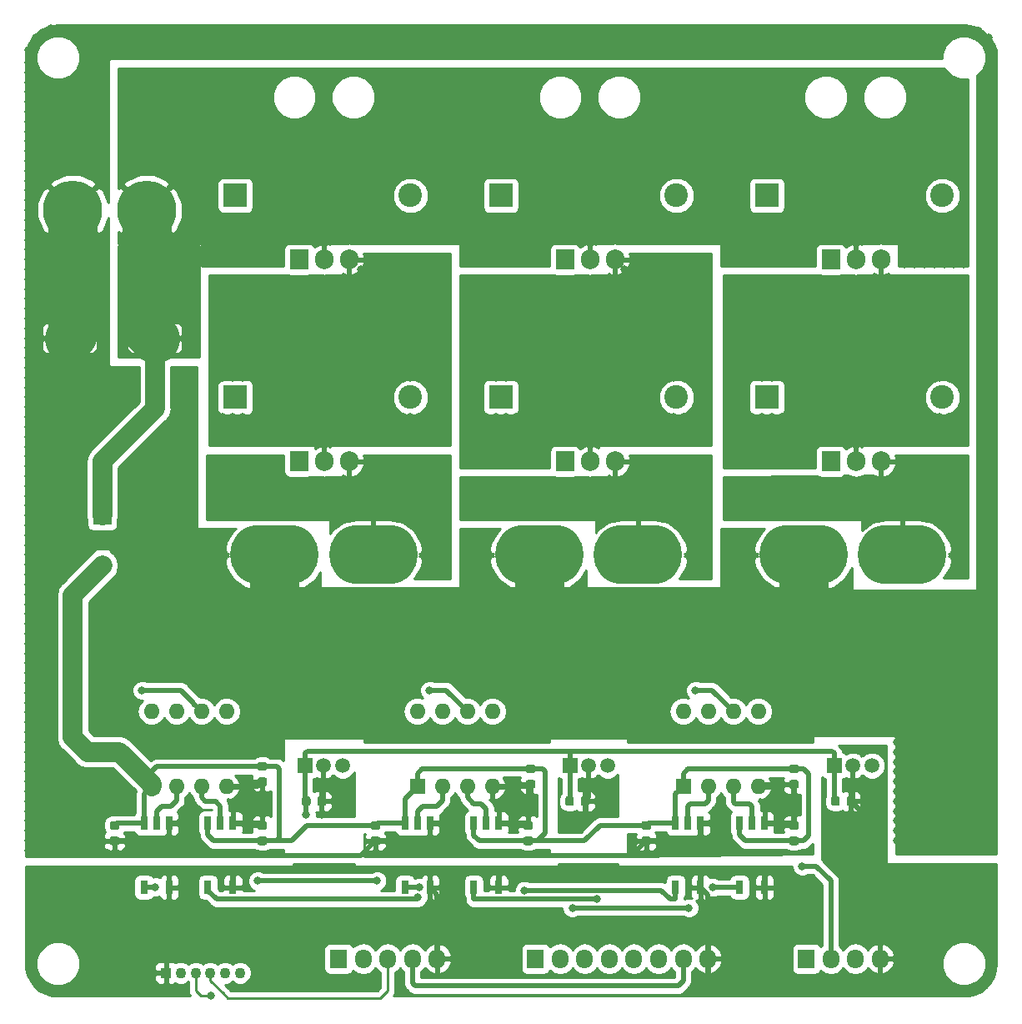
<source format=gbr>
G04 #@! TF.GenerationSoftware,KiCad,Pcbnew,(5.0.0)*
G04 #@! TF.CreationDate,2019-07-28T19:46:12+09:00*
G04 #@! TF.ProjectId,ver.2019_part7,7665722E323031395F70617274372E6B,rev?*
G04 #@! TF.SameCoordinates,Original*
G04 #@! TF.FileFunction,Copper,L1,Top,Mixed*
G04 #@! TF.FilePolarity,Positive*
%FSLAX46Y46*%
G04 Gerber Fmt 4.6, Leading zero omitted, Abs format (unit mm)*
G04 Created by KiCad (PCBNEW (5.0.0)) date 07/28/19 19:46:12*
%MOMM*%
%LPD*%
G01*
G04 APERTURE LIST*
G04 #@! TA.AperFunction,ComponentPad*
%ADD10C,2.400000*%
G04 #@! TD*
G04 #@! TA.AperFunction,ComponentPad*
%ADD11R,2.400000X2.400000*%
G04 #@! TD*
G04 #@! TA.AperFunction,SMDPad,CuDef*
%ADD12R,4.400000X1.900000*%
G04 #@! TD*
G04 #@! TA.AperFunction,Conductor*
%ADD13C,0.100000*%
G04 #@! TD*
G04 #@! TA.AperFunction,SMDPad,CuDef*
%ADD14C,0.875000*%
G04 #@! TD*
G04 #@! TA.AperFunction,ComponentPad*
%ADD15C,6.000000*%
G04 #@! TD*
G04 #@! TA.AperFunction,ComponentPad*
%ADD16R,1.700000X1.950000*%
G04 #@! TD*
G04 #@! TA.AperFunction,ComponentPad*
%ADD17O,1.700000X1.950000*%
G04 #@! TD*
G04 #@! TA.AperFunction,ComponentPad*
%ADD18R,1.100000X1.100000*%
G04 #@! TD*
G04 #@! TA.AperFunction,ComponentPad*
%ADD19C,1.100000*%
G04 #@! TD*
G04 #@! TA.AperFunction,ComponentPad*
%ADD20R,1.905000X2.000000*%
G04 #@! TD*
G04 #@! TA.AperFunction,ComponentPad*
%ADD21O,1.905000X2.000000*%
G04 #@! TD*
G04 #@! TA.AperFunction,SMDPad,CuDef*
%ADD22R,0.800000X1.400000*%
G04 #@! TD*
G04 #@! TA.AperFunction,ComponentPad*
%ADD23R,1.600000X1.600000*%
G04 #@! TD*
G04 #@! TA.AperFunction,ComponentPad*
%ADD24O,1.600000X1.600000*%
G04 #@! TD*
G04 #@! TA.AperFunction,ComponentPad*
%ADD25R,1.875000X1.875000*%
G04 #@! TD*
G04 #@! TA.AperFunction,ComponentPad*
%ADD26C,1.875000*%
G04 #@! TD*
G04 #@! TA.AperFunction,ComponentPad*
%ADD27O,9.000000X6.000000*%
G04 #@! TD*
G04 #@! TA.AperFunction,ComponentPad*
%ADD28R,1.500000X1.500000*%
G04 #@! TD*
G04 #@! TA.AperFunction,ComponentPad*
%ADD29C,1.500000*%
G04 #@! TD*
G04 #@! TA.AperFunction,ComponentPad*
%ADD30C,0.800000*%
G04 #@! TD*
G04 #@! TA.AperFunction,Conductor*
%ADD31C,0.800000*%
G04 #@! TD*
G04 #@! TA.AperFunction,ViaPad*
%ADD32C,0.800000*%
G04 #@! TD*
G04 #@! TA.AperFunction,Conductor*
%ADD33C,2.000000*%
G04 #@! TD*
G04 #@! TA.AperFunction,Conductor*
%ADD34C,5.000000*%
G04 #@! TD*
G04 #@! TA.AperFunction,Conductor*
%ADD35C,0.500000*%
G04 #@! TD*
G04 #@! TA.AperFunction,Conductor*
%ADD36C,0.250000*%
G04 #@! TD*
G04 #@! TA.AperFunction,Conductor*
%ADD37C,0.254000*%
G04 #@! TD*
G04 APERTURE END LIST*
D10*
G04 #@! TO.P,U17,2*
G04 #@! TO.N,N/C*
X139800000Y-88500000D03*
D11*
G04 #@! TO.P,U17,1*
X122000000Y-88500000D03*
G04 #@! TD*
D12*
G04 #@! TO.P,C1,1*
G04 #@! TO.N,VCC*
X113850000Y-82500000D03*
G04 #@! TO.P,C1,2*
G04 #@! TO.N,GNDPWR*
X105150000Y-82500000D03*
G04 #@! TD*
D13*
G04 #@! TO.N,+12V*
G04 #@! TO.C,C7*
G36*
X179027691Y-133101053D02*
X179048926Y-133104203D01*
X179069750Y-133109419D01*
X179089962Y-133116651D01*
X179109368Y-133125830D01*
X179127781Y-133136866D01*
X179145024Y-133149654D01*
X179160930Y-133164070D01*
X179175346Y-133179976D01*
X179188134Y-133197219D01*
X179199170Y-133215632D01*
X179208349Y-133235038D01*
X179215581Y-133255250D01*
X179220797Y-133276074D01*
X179223947Y-133297309D01*
X179225000Y-133318750D01*
X179225000Y-133756250D01*
X179223947Y-133777691D01*
X179220797Y-133798926D01*
X179215581Y-133819750D01*
X179208349Y-133839962D01*
X179199170Y-133859368D01*
X179188134Y-133877781D01*
X179175346Y-133895024D01*
X179160930Y-133910930D01*
X179145024Y-133925346D01*
X179127781Y-133938134D01*
X179109368Y-133949170D01*
X179089962Y-133958349D01*
X179069750Y-133965581D01*
X179048926Y-133970797D01*
X179027691Y-133973947D01*
X179006250Y-133975000D01*
X178493750Y-133975000D01*
X178472309Y-133973947D01*
X178451074Y-133970797D01*
X178430250Y-133965581D01*
X178410038Y-133958349D01*
X178390632Y-133949170D01*
X178372219Y-133938134D01*
X178354976Y-133925346D01*
X178339070Y-133910930D01*
X178324654Y-133895024D01*
X178311866Y-133877781D01*
X178300830Y-133859368D01*
X178291651Y-133839962D01*
X178284419Y-133819750D01*
X178279203Y-133798926D01*
X178276053Y-133777691D01*
X178275000Y-133756250D01*
X178275000Y-133318750D01*
X178276053Y-133297309D01*
X178279203Y-133276074D01*
X178284419Y-133255250D01*
X178291651Y-133235038D01*
X178300830Y-133215632D01*
X178311866Y-133197219D01*
X178324654Y-133179976D01*
X178339070Y-133164070D01*
X178354976Y-133149654D01*
X178372219Y-133136866D01*
X178390632Y-133125830D01*
X178410038Y-133116651D01*
X178430250Y-133109419D01*
X178451074Y-133104203D01*
X178472309Y-133101053D01*
X178493750Y-133100000D01*
X179006250Y-133100000D01*
X179027691Y-133101053D01*
X179027691Y-133101053D01*
G37*
D14*
G04 #@! TD*
G04 #@! TO.P,C7,1*
G04 #@! TO.N,+12V*
X178750000Y-133537500D03*
D13*
G04 #@! TO.N,GNDPWR*
G04 #@! TO.C,C7*
G36*
X179027691Y-131526053D02*
X179048926Y-131529203D01*
X179069750Y-131534419D01*
X179089962Y-131541651D01*
X179109368Y-131550830D01*
X179127781Y-131561866D01*
X179145024Y-131574654D01*
X179160930Y-131589070D01*
X179175346Y-131604976D01*
X179188134Y-131622219D01*
X179199170Y-131640632D01*
X179208349Y-131660038D01*
X179215581Y-131680250D01*
X179220797Y-131701074D01*
X179223947Y-131722309D01*
X179225000Y-131743750D01*
X179225000Y-132181250D01*
X179223947Y-132202691D01*
X179220797Y-132223926D01*
X179215581Y-132244750D01*
X179208349Y-132264962D01*
X179199170Y-132284368D01*
X179188134Y-132302781D01*
X179175346Y-132320024D01*
X179160930Y-132335930D01*
X179145024Y-132350346D01*
X179127781Y-132363134D01*
X179109368Y-132374170D01*
X179089962Y-132383349D01*
X179069750Y-132390581D01*
X179048926Y-132395797D01*
X179027691Y-132398947D01*
X179006250Y-132400000D01*
X178493750Y-132400000D01*
X178472309Y-132398947D01*
X178451074Y-132395797D01*
X178430250Y-132390581D01*
X178410038Y-132383349D01*
X178390632Y-132374170D01*
X178372219Y-132363134D01*
X178354976Y-132350346D01*
X178339070Y-132335930D01*
X178324654Y-132320024D01*
X178311866Y-132302781D01*
X178300830Y-132284368D01*
X178291651Y-132264962D01*
X178284419Y-132244750D01*
X178279203Y-132223926D01*
X178276053Y-132202691D01*
X178275000Y-132181250D01*
X178275000Y-131743750D01*
X178276053Y-131722309D01*
X178279203Y-131701074D01*
X178284419Y-131680250D01*
X178291651Y-131660038D01*
X178300830Y-131640632D01*
X178311866Y-131622219D01*
X178324654Y-131604976D01*
X178339070Y-131589070D01*
X178354976Y-131574654D01*
X178372219Y-131561866D01*
X178390632Y-131550830D01*
X178410038Y-131541651D01*
X178430250Y-131534419D01*
X178451074Y-131529203D01*
X178472309Y-131526053D01*
X178493750Y-131525000D01*
X179006250Y-131525000D01*
X179027691Y-131526053D01*
X179027691Y-131526053D01*
G37*
D14*
G04 #@! TD*
G04 #@! TO.P,C7,2*
G04 #@! TO.N,GNDPWR*
X178750000Y-131962500D03*
D13*
G04 #@! TO.N,GNDPWR*
G04 #@! TO.C,C8*
G36*
X164027691Y-133101053D02*
X164048926Y-133104203D01*
X164069750Y-133109419D01*
X164089962Y-133116651D01*
X164109368Y-133125830D01*
X164127781Y-133136866D01*
X164145024Y-133149654D01*
X164160930Y-133164070D01*
X164175346Y-133179976D01*
X164188134Y-133197219D01*
X164199170Y-133215632D01*
X164208349Y-133235038D01*
X164215581Y-133255250D01*
X164220797Y-133276074D01*
X164223947Y-133297309D01*
X164225000Y-133318750D01*
X164225000Y-133756250D01*
X164223947Y-133777691D01*
X164220797Y-133798926D01*
X164215581Y-133819750D01*
X164208349Y-133839962D01*
X164199170Y-133859368D01*
X164188134Y-133877781D01*
X164175346Y-133895024D01*
X164160930Y-133910930D01*
X164145024Y-133925346D01*
X164127781Y-133938134D01*
X164109368Y-133949170D01*
X164089962Y-133958349D01*
X164069750Y-133965581D01*
X164048926Y-133970797D01*
X164027691Y-133973947D01*
X164006250Y-133975000D01*
X163493750Y-133975000D01*
X163472309Y-133973947D01*
X163451074Y-133970797D01*
X163430250Y-133965581D01*
X163410038Y-133958349D01*
X163390632Y-133949170D01*
X163372219Y-133938134D01*
X163354976Y-133925346D01*
X163339070Y-133910930D01*
X163324654Y-133895024D01*
X163311866Y-133877781D01*
X163300830Y-133859368D01*
X163291651Y-133839962D01*
X163284419Y-133819750D01*
X163279203Y-133798926D01*
X163276053Y-133777691D01*
X163275000Y-133756250D01*
X163275000Y-133318750D01*
X163276053Y-133297309D01*
X163279203Y-133276074D01*
X163284419Y-133255250D01*
X163291651Y-133235038D01*
X163300830Y-133215632D01*
X163311866Y-133197219D01*
X163324654Y-133179976D01*
X163339070Y-133164070D01*
X163354976Y-133149654D01*
X163372219Y-133136866D01*
X163390632Y-133125830D01*
X163410038Y-133116651D01*
X163430250Y-133109419D01*
X163451074Y-133104203D01*
X163472309Y-133101053D01*
X163493750Y-133100000D01*
X164006250Y-133100000D01*
X164027691Y-133101053D01*
X164027691Y-133101053D01*
G37*
D14*
G04 #@! TD*
G04 #@! TO.P,C8,2*
G04 #@! TO.N,GNDPWR*
X163750000Y-133537500D03*
D13*
G04 #@! TO.N,+12V*
G04 #@! TO.C,C8*
G36*
X164027691Y-131526053D02*
X164048926Y-131529203D01*
X164069750Y-131534419D01*
X164089962Y-131541651D01*
X164109368Y-131550830D01*
X164127781Y-131561866D01*
X164145024Y-131574654D01*
X164160930Y-131589070D01*
X164175346Y-131604976D01*
X164188134Y-131622219D01*
X164199170Y-131640632D01*
X164208349Y-131660038D01*
X164215581Y-131680250D01*
X164220797Y-131701074D01*
X164223947Y-131722309D01*
X164225000Y-131743750D01*
X164225000Y-132181250D01*
X164223947Y-132202691D01*
X164220797Y-132223926D01*
X164215581Y-132244750D01*
X164208349Y-132264962D01*
X164199170Y-132284368D01*
X164188134Y-132302781D01*
X164175346Y-132320024D01*
X164160930Y-132335930D01*
X164145024Y-132350346D01*
X164127781Y-132363134D01*
X164109368Y-132374170D01*
X164089962Y-132383349D01*
X164069750Y-132390581D01*
X164048926Y-132395797D01*
X164027691Y-132398947D01*
X164006250Y-132400000D01*
X163493750Y-132400000D01*
X163472309Y-132398947D01*
X163451074Y-132395797D01*
X163430250Y-132390581D01*
X163410038Y-132383349D01*
X163390632Y-132374170D01*
X163372219Y-132363134D01*
X163354976Y-132350346D01*
X163339070Y-132335930D01*
X163324654Y-132320024D01*
X163311866Y-132302781D01*
X163300830Y-132284368D01*
X163291651Y-132264962D01*
X163284419Y-132244750D01*
X163279203Y-132223926D01*
X163276053Y-132202691D01*
X163275000Y-132181250D01*
X163275000Y-131743750D01*
X163276053Y-131722309D01*
X163279203Y-131701074D01*
X163284419Y-131680250D01*
X163291651Y-131660038D01*
X163300830Y-131640632D01*
X163311866Y-131622219D01*
X163324654Y-131604976D01*
X163339070Y-131589070D01*
X163354976Y-131574654D01*
X163372219Y-131561866D01*
X163390632Y-131550830D01*
X163410038Y-131541651D01*
X163430250Y-131534419D01*
X163451074Y-131529203D01*
X163472309Y-131526053D01*
X163493750Y-131525000D01*
X164006250Y-131525000D01*
X164027691Y-131526053D01*
X164027691Y-131526053D01*
G37*
D14*
G04 #@! TD*
G04 #@! TO.P,C8,1*
G04 #@! TO.N,+12V*
X163750000Y-131962500D03*
D13*
G04 #@! TO.N,+12V*
G04 #@! TO.C,C9*
G36*
X152027691Y-133101053D02*
X152048926Y-133104203D01*
X152069750Y-133109419D01*
X152089962Y-133116651D01*
X152109368Y-133125830D01*
X152127781Y-133136866D01*
X152145024Y-133149654D01*
X152160930Y-133164070D01*
X152175346Y-133179976D01*
X152188134Y-133197219D01*
X152199170Y-133215632D01*
X152208349Y-133235038D01*
X152215581Y-133255250D01*
X152220797Y-133276074D01*
X152223947Y-133297309D01*
X152225000Y-133318750D01*
X152225000Y-133756250D01*
X152223947Y-133777691D01*
X152220797Y-133798926D01*
X152215581Y-133819750D01*
X152208349Y-133839962D01*
X152199170Y-133859368D01*
X152188134Y-133877781D01*
X152175346Y-133895024D01*
X152160930Y-133910930D01*
X152145024Y-133925346D01*
X152127781Y-133938134D01*
X152109368Y-133949170D01*
X152089962Y-133958349D01*
X152069750Y-133965581D01*
X152048926Y-133970797D01*
X152027691Y-133973947D01*
X152006250Y-133975000D01*
X151493750Y-133975000D01*
X151472309Y-133973947D01*
X151451074Y-133970797D01*
X151430250Y-133965581D01*
X151410038Y-133958349D01*
X151390632Y-133949170D01*
X151372219Y-133938134D01*
X151354976Y-133925346D01*
X151339070Y-133910930D01*
X151324654Y-133895024D01*
X151311866Y-133877781D01*
X151300830Y-133859368D01*
X151291651Y-133839962D01*
X151284419Y-133819750D01*
X151279203Y-133798926D01*
X151276053Y-133777691D01*
X151275000Y-133756250D01*
X151275000Y-133318750D01*
X151276053Y-133297309D01*
X151279203Y-133276074D01*
X151284419Y-133255250D01*
X151291651Y-133235038D01*
X151300830Y-133215632D01*
X151311866Y-133197219D01*
X151324654Y-133179976D01*
X151339070Y-133164070D01*
X151354976Y-133149654D01*
X151372219Y-133136866D01*
X151390632Y-133125830D01*
X151410038Y-133116651D01*
X151430250Y-133109419D01*
X151451074Y-133104203D01*
X151472309Y-133101053D01*
X151493750Y-133100000D01*
X152006250Y-133100000D01*
X152027691Y-133101053D01*
X152027691Y-133101053D01*
G37*
D14*
G04 #@! TD*
G04 #@! TO.P,C9,1*
G04 #@! TO.N,+12V*
X151750000Y-133537500D03*
D13*
G04 #@! TO.N,GNDPWR*
G04 #@! TO.C,C9*
G36*
X152027691Y-131526053D02*
X152048926Y-131529203D01*
X152069750Y-131534419D01*
X152089962Y-131541651D01*
X152109368Y-131550830D01*
X152127781Y-131561866D01*
X152145024Y-131574654D01*
X152160930Y-131589070D01*
X152175346Y-131604976D01*
X152188134Y-131622219D01*
X152199170Y-131640632D01*
X152208349Y-131660038D01*
X152215581Y-131680250D01*
X152220797Y-131701074D01*
X152223947Y-131722309D01*
X152225000Y-131743750D01*
X152225000Y-132181250D01*
X152223947Y-132202691D01*
X152220797Y-132223926D01*
X152215581Y-132244750D01*
X152208349Y-132264962D01*
X152199170Y-132284368D01*
X152188134Y-132302781D01*
X152175346Y-132320024D01*
X152160930Y-132335930D01*
X152145024Y-132350346D01*
X152127781Y-132363134D01*
X152109368Y-132374170D01*
X152089962Y-132383349D01*
X152069750Y-132390581D01*
X152048926Y-132395797D01*
X152027691Y-132398947D01*
X152006250Y-132400000D01*
X151493750Y-132400000D01*
X151472309Y-132398947D01*
X151451074Y-132395797D01*
X151430250Y-132390581D01*
X151410038Y-132383349D01*
X151390632Y-132374170D01*
X151372219Y-132363134D01*
X151354976Y-132350346D01*
X151339070Y-132335930D01*
X151324654Y-132320024D01*
X151311866Y-132302781D01*
X151300830Y-132284368D01*
X151291651Y-132264962D01*
X151284419Y-132244750D01*
X151279203Y-132223926D01*
X151276053Y-132202691D01*
X151275000Y-132181250D01*
X151275000Y-131743750D01*
X151276053Y-131722309D01*
X151279203Y-131701074D01*
X151284419Y-131680250D01*
X151291651Y-131660038D01*
X151300830Y-131640632D01*
X151311866Y-131622219D01*
X151324654Y-131604976D01*
X151339070Y-131589070D01*
X151354976Y-131574654D01*
X151372219Y-131561866D01*
X151390632Y-131550830D01*
X151410038Y-131541651D01*
X151430250Y-131534419D01*
X151451074Y-131529203D01*
X151472309Y-131526053D01*
X151493750Y-131525000D01*
X152006250Y-131525000D01*
X152027691Y-131526053D01*
X152027691Y-131526053D01*
G37*
D14*
G04 #@! TD*
G04 #@! TO.P,C9,2*
G04 #@! TO.N,GNDPWR*
X151750000Y-131962500D03*
D13*
G04 #@! TO.N,GNDPWR*
G04 #@! TO.C,C10*
G36*
X136527691Y-133101053D02*
X136548926Y-133104203D01*
X136569750Y-133109419D01*
X136589962Y-133116651D01*
X136609368Y-133125830D01*
X136627781Y-133136866D01*
X136645024Y-133149654D01*
X136660930Y-133164070D01*
X136675346Y-133179976D01*
X136688134Y-133197219D01*
X136699170Y-133215632D01*
X136708349Y-133235038D01*
X136715581Y-133255250D01*
X136720797Y-133276074D01*
X136723947Y-133297309D01*
X136725000Y-133318750D01*
X136725000Y-133756250D01*
X136723947Y-133777691D01*
X136720797Y-133798926D01*
X136715581Y-133819750D01*
X136708349Y-133839962D01*
X136699170Y-133859368D01*
X136688134Y-133877781D01*
X136675346Y-133895024D01*
X136660930Y-133910930D01*
X136645024Y-133925346D01*
X136627781Y-133938134D01*
X136609368Y-133949170D01*
X136589962Y-133958349D01*
X136569750Y-133965581D01*
X136548926Y-133970797D01*
X136527691Y-133973947D01*
X136506250Y-133975000D01*
X135993750Y-133975000D01*
X135972309Y-133973947D01*
X135951074Y-133970797D01*
X135930250Y-133965581D01*
X135910038Y-133958349D01*
X135890632Y-133949170D01*
X135872219Y-133938134D01*
X135854976Y-133925346D01*
X135839070Y-133910930D01*
X135824654Y-133895024D01*
X135811866Y-133877781D01*
X135800830Y-133859368D01*
X135791651Y-133839962D01*
X135784419Y-133819750D01*
X135779203Y-133798926D01*
X135776053Y-133777691D01*
X135775000Y-133756250D01*
X135775000Y-133318750D01*
X135776053Y-133297309D01*
X135779203Y-133276074D01*
X135784419Y-133255250D01*
X135791651Y-133235038D01*
X135800830Y-133215632D01*
X135811866Y-133197219D01*
X135824654Y-133179976D01*
X135839070Y-133164070D01*
X135854976Y-133149654D01*
X135872219Y-133136866D01*
X135890632Y-133125830D01*
X135910038Y-133116651D01*
X135930250Y-133109419D01*
X135951074Y-133104203D01*
X135972309Y-133101053D01*
X135993750Y-133100000D01*
X136506250Y-133100000D01*
X136527691Y-133101053D01*
X136527691Y-133101053D01*
G37*
D14*
G04 #@! TD*
G04 #@! TO.P,C10,2*
G04 #@! TO.N,GNDPWR*
X136250000Y-133537500D03*
D13*
G04 #@! TO.N,+12V*
G04 #@! TO.C,C10*
G36*
X136527691Y-131526053D02*
X136548926Y-131529203D01*
X136569750Y-131534419D01*
X136589962Y-131541651D01*
X136609368Y-131550830D01*
X136627781Y-131561866D01*
X136645024Y-131574654D01*
X136660930Y-131589070D01*
X136675346Y-131604976D01*
X136688134Y-131622219D01*
X136699170Y-131640632D01*
X136708349Y-131660038D01*
X136715581Y-131680250D01*
X136720797Y-131701074D01*
X136723947Y-131722309D01*
X136725000Y-131743750D01*
X136725000Y-132181250D01*
X136723947Y-132202691D01*
X136720797Y-132223926D01*
X136715581Y-132244750D01*
X136708349Y-132264962D01*
X136699170Y-132284368D01*
X136688134Y-132302781D01*
X136675346Y-132320024D01*
X136660930Y-132335930D01*
X136645024Y-132350346D01*
X136627781Y-132363134D01*
X136609368Y-132374170D01*
X136589962Y-132383349D01*
X136569750Y-132390581D01*
X136548926Y-132395797D01*
X136527691Y-132398947D01*
X136506250Y-132400000D01*
X135993750Y-132400000D01*
X135972309Y-132398947D01*
X135951074Y-132395797D01*
X135930250Y-132390581D01*
X135910038Y-132383349D01*
X135890632Y-132374170D01*
X135872219Y-132363134D01*
X135854976Y-132350346D01*
X135839070Y-132335930D01*
X135824654Y-132320024D01*
X135811866Y-132302781D01*
X135800830Y-132284368D01*
X135791651Y-132264962D01*
X135784419Y-132244750D01*
X135779203Y-132223926D01*
X135776053Y-132202691D01*
X135775000Y-132181250D01*
X135775000Y-131743750D01*
X135776053Y-131722309D01*
X135779203Y-131701074D01*
X135784419Y-131680250D01*
X135791651Y-131660038D01*
X135800830Y-131640632D01*
X135811866Y-131622219D01*
X135824654Y-131604976D01*
X135839070Y-131589070D01*
X135854976Y-131574654D01*
X135872219Y-131561866D01*
X135890632Y-131550830D01*
X135910038Y-131541651D01*
X135930250Y-131534419D01*
X135951074Y-131529203D01*
X135972309Y-131526053D01*
X135993750Y-131525000D01*
X136506250Y-131525000D01*
X136527691Y-131526053D01*
X136527691Y-131526053D01*
G37*
D14*
G04 #@! TD*
G04 #@! TO.P,C10,1*
G04 #@! TO.N,+12V*
X136250000Y-131962500D03*
D13*
G04 #@! TO.N,+12V*
G04 #@! TO.C,C11*
G36*
X125027691Y-133101053D02*
X125048926Y-133104203D01*
X125069750Y-133109419D01*
X125089962Y-133116651D01*
X125109368Y-133125830D01*
X125127781Y-133136866D01*
X125145024Y-133149654D01*
X125160930Y-133164070D01*
X125175346Y-133179976D01*
X125188134Y-133197219D01*
X125199170Y-133215632D01*
X125208349Y-133235038D01*
X125215581Y-133255250D01*
X125220797Y-133276074D01*
X125223947Y-133297309D01*
X125225000Y-133318750D01*
X125225000Y-133756250D01*
X125223947Y-133777691D01*
X125220797Y-133798926D01*
X125215581Y-133819750D01*
X125208349Y-133839962D01*
X125199170Y-133859368D01*
X125188134Y-133877781D01*
X125175346Y-133895024D01*
X125160930Y-133910930D01*
X125145024Y-133925346D01*
X125127781Y-133938134D01*
X125109368Y-133949170D01*
X125089962Y-133958349D01*
X125069750Y-133965581D01*
X125048926Y-133970797D01*
X125027691Y-133973947D01*
X125006250Y-133975000D01*
X124493750Y-133975000D01*
X124472309Y-133973947D01*
X124451074Y-133970797D01*
X124430250Y-133965581D01*
X124410038Y-133958349D01*
X124390632Y-133949170D01*
X124372219Y-133938134D01*
X124354976Y-133925346D01*
X124339070Y-133910930D01*
X124324654Y-133895024D01*
X124311866Y-133877781D01*
X124300830Y-133859368D01*
X124291651Y-133839962D01*
X124284419Y-133819750D01*
X124279203Y-133798926D01*
X124276053Y-133777691D01*
X124275000Y-133756250D01*
X124275000Y-133318750D01*
X124276053Y-133297309D01*
X124279203Y-133276074D01*
X124284419Y-133255250D01*
X124291651Y-133235038D01*
X124300830Y-133215632D01*
X124311866Y-133197219D01*
X124324654Y-133179976D01*
X124339070Y-133164070D01*
X124354976Y-133149654D01*
X124372219Y-133136866D01*
X124390632Y-133125830D01*
X124410038Y-133116651D01*
X124430250Y-133109419D01*
X124451074Y-133104203D01*
X124472309Y-133101053D01*
X124493750Y-133100000D01*
X125006250Y-133100000D01*
X125027691Y-133101053D01*
X125027691Y-133101053D01*
G37*
D14*
G04 #@! TD*
G04 #@! TO.P,C11,1*
G04 #@! TO.N,+12V*
X124750000Y-133537500D03*
D13*
G04 #@! TO.N,GNDPWR*
G04 #@! TO.C,C11*
G36*
X125027691Y-131526053D02*
X125048926Y-131529203D01*
X125069750Y-131534419D01*
X125089962Y-131541651D01*
X125109368Y-131550830D01*
X125127781Y-131561866D01*
X125145024Y-131574654D01*
X125160930Y-131589070D01*
X125175346Y-131604976D01*
X125188134Y-131622219D01*
X125199170Y-131640632D01*
X125208349Y-131660038D01*
X125215581Y-131680250D01*
X125220797Y-131701074D01*
X125223947Y-131722309D01*
X125225000Y-131743750D01*
X125225000Y-132181250D01*
X125223947Y-132202691D01*
X125220797Y-132223926D01*
X125215581Y-132244750D01*
X125208349Y-132264962D01*
X125199170Y-132284368D01*
X125188134Y-132302781D01*
X125175346Y-132320024D01*
X125160930Y-132335930D01*
X125145024Y-132350346D01*
X125127781Y-132363134D01*
X125109368Y-132374170D01*
X125089962Y-132383349D01*
X125069750Y-132390581D01*
X125048926Y-132395797D01*
X125027691Y-132398947D01*
X125006250Y-132400000D01*
X124493750Y-132400000D01*
X124472309Y-132398947D01*
X124451074Y-132395797D01*
X124430250Y-132390581D01*
X124410038Y-132383349D01*
X124390632Y-132374170D01*
X124372219Y-132363134D01*
X124354976Y-132350346D01*
X124339070Y-132335930D01*
X124324654Y-132320024D01*
X124311866Y-132302781D01*
X124300830Y-132284368D01*
X124291651Y-132264962D01*
X124284419Y-132244750D01*
X124279203Y-132223926D01*
X124276053Y-132202691D01*
X124275000Y-132181250D01*
X124275000Y-131743750D01*
X124276053Y-131722309D01*
X124279203Y-131701074D01*
X124284419Y-131680250D01*
X124291651Y-131660038D01*
X124300830Y-131640632D01*
X124311866Y-131622219D01*
X124324654Y-131604976D01*
X124339070Y-131589070D01*
X124354976Y-131574654D01*
X124372219Y-131561866D01*
X124390632Y-131550830D01*
X124410038Y-131541651D01*
X124430250Y-131534419D01*
X124451074Y-131529203D01*
X124472309Y-131526053D01*
X124493750Y-131525000D01*
X125006250Y-131525000D01*
X125027691Y-131526053D01*
X125027691Y-131526053D01*
G37*
D14*
G04 #@! TD*
G04 #@! TO.P,C11,2*
G04 #@! TO.N,GNDPWR*
X124750000Y-131962500D03*
D13*
G04 #@! TO.N,GNDPWR*
G04 #@! TO.C,C12*
G36*
X110027691Y-133101053D02*
X110048926Y-133104203D01*
X110069750Y-133109419D01*
X110089962Y-133116651D01*
X110109368Y-133125830D01*
X110127781Y-133136866D01*
X110145024Y-133149654D01*
X110160930Y-133164070D01*
X110175346Y-133179976D01*
X110188134Y-133197219D01*
X110199170Y-133215632D01*
X110208349Y-133235038D01*
X110215581Y-133255250D01*
X110220797Y-133276074D01*
X110223947Y-133297309D01*
X110225000Y-133318750D01*
X110225000Y-133756250D01*
X110223947Y-133777691D01*
X110220797Y-133798926D01*
X110215581Y-133819750D01*
X110208349Y-133839962D01*
X110199170Y-133859368D01*
X110188134Y-133877781D01*
X110175346Y-133895024D01*
X110160930Y-133910930D01*
X110145024Y-133925346D01*
X110127781Y-133938134D01*
X110109368Y-133949170D01*
X110089962Y-133958349D01*
X110069750Y-133965581D01*
X110048926Y-133970797D01*
X110027691Y-133973947D01*
X110006250Y-133975000D01*
X109493750Y-133975000D01*
X109472309Y-133973947D01*
X109451074Y-133970797D01*
X109430250Y-133965581D01*
X109410038Y-133958349D01*
X109390632Y-133949170D01*
X109372219Y-133938134D01*
X109354976Y-133925346D01*
X109339070Y-133910930D01*
X109324654Y-133895024D01*
X109311866Y-133877781D01*
X109300830Y-133859368D01*
X109291651Y-133839962D01*
X109284419Y-133819750D01*
X109279203Y-133798926D01*
X109276053Y-133777691D01*
X109275000Y-133756250D01*
X109275000Y-133318750D01*
X109276053Y-133297309D01*
X109279203Y-133276074D01*
X109284419Y-133255250D01*
X109291651Y-133235038D01*
X109300830Y-133215632D01*
X109311866Y-133197219D01*
X109324654Y-133179976D01*
X109339070Y-133164070D01*
X109354976Y-133149654D01*
X109372219Y-133136866D01*
X109390632Y-133125830D01*
X109410038Y-133116651D01*
X109430250Y-133109419D01*
X109451074Y-133104203D01*
X109472309Y-133101053D01*
X109493750Y-133100000D01*
X110006250Y-133100000D01*
X110027691Y-133101053D01*
X110027691Y-133101053D01*
G37*
D14*
G04 #@! TD*
G04 #@! TO.P,C12,2*
G04 #@! TO.N,GNDPWR*
X109750000Y-133537500D03*
D13*
G04 #@! TO.N,+12V*
G04 #@! TO.C,C12*
G36*
X110027691Y-131526053D02*
X110048926Y-131529203D01*
X110069750Y-131534419D01*
X110089962Y-131541651D01*
X110109368Y-131550830D01*
X110127781Y-131561866D01*
X110145024Y-131574654D01*
X110160930Y-131589070D01*
X110175346Y-131604976D01*
X110188134Y-131622219D01*
X110199170Y-131640632D01*
X110208349Y-131660038D01*
X110215581Y-131680250D01*
X110220797Y-131701074D01*
X110223947Y-131722309D01*
X110225000Y-131743750D01*
X110225000Y-132181250D01*
X110223947Y-132202691D01*
X110220797Y-132223926D01*
X110215581Y-132244750D01*
X110208349Y-132264962D01*
X110199170Y-132284368D01*
X110188134Y-132302781D01*
X110175346Y-132320024D01*
X110160930Y-132335930D01*
X110145024Y-132350346D01*
X110127781Y-132363134D01*
X110109368Y-132374170D01*
X110089962Y-132383349D01*
X110069750Y-132390581D01*
X110048926Y-132395797D01*
X110027691Y-132398947D01*
X110006250Y-132400000D01*
X109493750Y-132400000D01*
X109472309Y-132398947D01*
X109451074Y-132395797D01*
X109430250Y-132390581D01*
X109410038Y-132383349D01*
X109390632Y-132374170D01*
X109372219Y-132363134D01*
X109354976Y-132350346D01*
X109339070Y-132335930D01*
X109324654Y-132320024D01*
X109311866Y-132302781D01*
X109300830Y-132284368D01*
X109291651Y-132264962D01*
X109284419Y-132244750D01*
X109279203Y-132223926D01*
X109276053Y-132202691D01*
X109275000Y-132181250D01*
X109275000Y-131743750D01*
X109276053Y-131722309D01*
X109279203Y-131701074D01*
X109284419Y-131680250D01*
X109291651Y-131660038D01*
X109300830Y-131640632D01*
X109311866Y-131622219D01*
X109324654Y-131604976D01*
X109339070Y-131589070D01*
X109354976Y-131574654D01*
X109372219Y-131561866D01*
X109390632Y-131550830D01*
X109410038Y-131541651D01*
X109430250Y-131534419D01*
X109451074Y-131529203D01*
X109472309Y-131526053D01*
X109493750Y-131525000D01*
X110006250Y-131525000D01*
X110027691Y-131526053D01*
X110027691Y-131526053D01*
G37*
D14*
G04 #@! TD*
G04 #@! TO.P,C12,1*
G04 #@! TO.N,+12V*
X109750000Y-131962500D03*
D15*
G04 #@! TO.P,J1,1*
G04 #@! TO.N,GNDPWR*
X105500000Y-69500000D03*
G04 #@! TO.P,J1,2*
G04 #@! TO.N,VCC*
X113000000Y-69500000D03*
G04 #@! TD*
D16*
G04 #@! TO.P,J5,1*
G04 #@! TO.N,/input_U_H*
X152500000Y-145500000D03*
D17*
G04 #@! TO.P,J5,2*
G04 #@! TO.N,/input_U_L*
X155000000Y-145500000D03*
G04 #@! TO.P,J5,3*
G04 #@! TO.N,/input_V_H*
X157500000Y-145500000D03*
G04 #@! TO.P,J5,4*
G04 #@! TO.N,/input_V_L*
X160000000Y-145500000D03*
G04 #@! TO.P,J5,5*
G04 #@! TO.N,/input_W_H*
X162500000Y-145500000D03*
G04 #@! TO.P,J5,6*
G04 #@! TO.N,/input_W_L*
X165000000Y-145500000D03*
G04 #@! TO.P,J5,7*
G04 #@! TO.N,+5VL*
X167500000Y-145500000D03*
G04 #@! TO.P,J5,8*
G04 #@! TO.N,GND*
X170000000Y-145500000D03*
G04 #@! TD*
D16*
G04 #@! TO.P,J6,1*
G04 #@! TO.N,/U_ADC*
X180000000Y-145500000D03*
D17*
G04 #@! TO.P,J6,2*
G04 #@! TO.N,/V_ADC*
X182500000Y-145500000D03*
G04 #@! TO.P,J6,3*
G04 #@! TO.N,/W_ADC*
X185000000Y-145500000D03*
G04 #@! TO.P,J6,4*
G04 #@! TO.N,GND*
X187500000Y-145500000D03*
G04 #@! TD*
D16*
G04 #@! TO.P,J7,1*
G04 #@! TO.N,/U_Hall*
X132500000Y-145500000D03*
D17*
G04 #@! TO.P,J7,2*
G04 #@! TO.N,/V_Hall*
X135000000Y-145500000D03*
G04 #@! TO.P,J7,3*
G04 #@! TO.N,/W_Hall*
X137500000Y-145500000D03*
G04 #@! TO.P,J7,4*
G04 #@! TO.N,+5VL*
X140000000Y-145500000D03*
G04 #@! TO.P,J7,5*
G04 #@! TO.N,GND*
X142500000Y-145500000D03*
G04 #@! TD*
D18*
G04 #@! TO.P,J8,1*
G04 #@! TO.N,GND*
X114975000Y-146922000D03*
D19*
G04 #@! TO.P,J8,2*
G04 #@! TO.N,/U_Hall*
X116475000Y-146922000D03*
G04 #@! TO.P,J8,3*
G04 #@! TO.N,/V_Hall*
X117975000Y-146922000D03*
G04 #@! TO.P,J8,4*
G04 #@! TO.N,/W_Hall*
X119475000Y-146922000D03*
G04 #@! TO.P,J8,5*
G04 #@! TO.N,N/C*
X120975000Y-146922000D03*
G04 #@! TO.P,J8,6*
G04 #@! TO.N,+5VL*
X122475000Y-146922000D03*
G04 #@! TD*
D20*
G04 #@! TO.P,Q1,1*
G04 #@! TO.N,Net-(Q1-Pad1)*
X128500000Y-74500000D03*
D21*
G04 #@! TO.P,Q1,2*
G04 #@! TO.N,VCC*
X131040000Y-74500000D03*
G04 #@! TO.P,Q1,3*
G04 #@! TO.N,/W_Out*
X133580000Y-74500000D03*
G04 #@! TD*
G04 #@! TO.P,Q2,3*
G04 #@! TO.N,/W_Current*
X133580000Y-95000000D03*
G04 #@! TO.P,Q2,2*
G04 #@! TO.N,/W_Out*
X131040000Y-95000000D03*
D20*
G04 #@! TO.P,Q2,1*
G04 #@! TO.N,Net-(Q2-Pad1)*
X128500000Y-95000000D03*
G04 #@! TD*
G04 #@! TO.P,Q3,1*
G04 #@! TO.N,Net-(Q3-Pad1)*
X155500000Y-74500000D03*
D21*
G04 #@! TO.P,Q3,2*
G04 #@! TO.N,VCC*
X158040000Y-74500000D03*
G04 #@! TO.P,Q3,3*
G04 #@! TO.N,/V_Out*
X160580000Y-74500000D03*
G04 #@! TD*
G04 #@! TO.P,Q4,3*
G04 #@! TO.N,/V_Current*
X160580000Y-95000000D03*
G04 #@! TO.P,Q4,2*
G04 #@! TO.N,/V_Out*
X158040000Y-95000000D03*
D20*
G04 #@! TO.P,Q4,1*
G04 #@! TO.N,Net-(Q4-Pad1)*
X155500000Y-95000000D03*
G04 #@! TD*
D21*
G04 #@! TO.P,Q5,3*
G04 #@! TO.N,/U_Out*
X187580000Y-74500000D03*
G04 #@! TO.P,Q5,2*
G04 #@! TO.N,VCC*
X185040000Y-74500000D03*
D20*
G04 #@! TO.P,Q5,1*
G04 #@! TO.N,Net-(Q5-Pad1)*
X182500000Y-74500000D03*
G04 #@! TD*
G04 #@! TO.P,Q6,1*
G04 #@! TO.N,Net-(Q6-Pad1)*
X182500000Y-95000000D03*
D21*
G04 #@! TO.P,Q6,2*
G04 #@! TO.N,/U_Out*
X185040000Y-95000000D03*
G04 #@! TO.P,Q6,3*
G04 #@! TO.N,/U_Current*
X187580000Y-95000000D03*
G04 #@! TD*
D22*
G04 #@! TO.P,U1,6*
G04 #@! TO.N,+12V*
X166730000Y-131750000D03*
G04 #@! TO.P,U1,5*
G04 #@! TO.N,Net-(U1-Pad5)*
X168000000Y-131750000D03*
G04 #@! TO.P,U1,4*
G04 #@! TO.N,GNDPWR*
X169270000Y-131750000D03*
G04 #@! TO.P,U1,1*
G04 #@! TO.N,Net-(R4-Pad1)*
X166730000Y-138250000D03*
G04 #@! TO.P,U1,3*
G04 #@! TO.N,GND*
X169270000Y-138250000D03*
G04 #@! TD*
G04 #@! TO.P,U2,3*
G04 #@! TO.N,GND*
X175770000Y-138250000D03*
G04 #@! TO.P,U2,1*
G04 #@! TO.N,Net-(R5-Pad1)*
X173230000Y-138250000D03*
G04 #@! TO.P,U2,4*
G04 #@! TO.N,GNDPWR*
X175770000Y-131750000D03*
G04 #@! TO.P,U2,5*
G04 #@! TO.N,Net-(U2-Pad5)*
X174500000Y-131750000D03*
G04 #@! TO.P,U2,6*
G04 #@! TO.N,+12V*
X173230000Y-131750000D03*
G04 #@! TD*
G04 #@! TO.P,U3,6*
G04 #@! TO.N,+12V*
X139230000Y-131750000D03*
G04 #@! TO.P,U3,5*
G04 #@! TO.N,Net-(U3-Pad5)*
X140500000Y-131750000D03*
G04 #@! TO.P,U3,4*
G04 #@! TO.N,GNDPWR*
X141770000Y-131750000D03*
G04 #@! TO.P,U3,1*
G04 #@! TO.N,Net-(R6-Pad1)*
X139230000Y-138250000D03*
G04 #@! TO.P,U3,3*
G04 #@! TO.N,GND*
X141770000Y-138250000D03*
G04 #@! TD*
G04 #@! TO.P,U4,3*
G04 #@! TO.N,GND*
X148770000Y-138250000D03*
G04 #@! TO.P,U4,1*
G04 #@! TO.N,Net-(R7-Pad1)*
X146230000Y-138250000D03*
G04 #@! TO.P,U4,4*
G04 #@! TO.N,GNDPWR*
X148770000Y-131750000D03*
G04 #@! TO.P,U4,5*
G04 #@! TO.N,Net-(U4-Pad5)*
X147500000Y-131750000D03*
G04 #@! TO.P,U4,6*
G04 #@! TO.N,+12V*
X146230000Y-131750000D03*
G04 #@! TD*
G04 #@! TO.P,U5,6*
G04 #@! TO.N,+12V*
X112730000Y-131750000D03*
G04 #@! TO.P,U5,5*
G04 #@! TO.N,Net-(U5-Pad5)*
X114000000Y-131750000D03*
G04 #@! TO.P,U5,4*
G04 #@! TO.N,GNDPWR*
X115270000Y-131750000D03*
G04 #@! TO.P,U5,1*
G04 #@! TO.N,Net-(R8-Pad1)*
X112730000Y-138250000D03*
G04 #@! TO.P,U5,3*
G04 #@! TO.N,GND*
X115270000Y-138250000D03*
G04 #@! TD*
G04 #@! TO.P,U6,3*
G04 #@! TO.N,GND*
X121770000Y-138250000D03*
G04 #@! TO.P,U6,1*
G04 #@! TO.N,Net-(R9-Pad1)*
X119230000Y-138250000D03*
G04 #@! TO.P,U6,4*
G04 #@! TO.N,GNDPWR*
X121770000Y-131750000D03*
G04 #@! TO.P,U6,5*
G04 #@! TO.N,Net-(U6-Pad5)*
X120500000Y-131750000D03*
G04 #@! TO.P,U6,6*
G04 #@! TO.N,+12V*
X119230000Y-131750000D03*
G04 #@! TD*
D23*
G04 #@! TO.P,U7,1*
G04 #@! TO.N,+12V*
X167500000Y-128000000D03*
D24*
G04 #@! TO.P,U7,5*
G04 #@! TO.N,/U_L*
X175120000Y-120380000D03*
G04 #@! TO.P,U7,2*
G04 #@! TO.N,Net-(U1-Pad5)*
X170040000Y-128000000D03*
G04 #@! TO.P,U7,6*
G04 #@! TO.N,/U_Out*
X172580000Y-120380000D03*
G04 #@! TO.P,U7,3*
G04 #@! TO.N,Net-(U2-Pad5)*
X172580000Y-128000000D03*
G04 #@! TO.P,U7,7*
G04 #@! TO.N,/U_H*
X170040000Y-120380000D03*
G04 #@! TO.P,U7,4*
G04 #@! TO.N,GNDPWR*
X175120000Y-128000000D03*
G04 #@! TO.P,U7,8*
G04 #@! TO.N,Net-(C2-Pad1)*
X167500000Y-120380000D03*
G04 #@! TD*
D23*
G04 #@! TO.P,U8,1*
G04 #@! TO.N,+12V*
X140500000Y-128000000D03*
D24*
G04 #@! TO.P,U8,5*
G04 #@! TO.N,/V_L*
X148120000Y-120380000D03*
G04 #@! TO.P,U8,2*
G04 #@! TO.N,Net-(U3-Pad5)*
X143040000Y-128000000D03*
G04 #@! TO.P,U8,6*
G04 #@! TO.N,/V_Out*
X145580000Y-120380000D03*
G04 #@! TO.P,U8,3*
G04 #@! TO.N,Net-(U4-Pad5)*
X145580000Y-128000000D03*
G04 #@! TO.P,U8,7*
G04 #@! TO.N,/V_H*
X143040000Y-120380000D03*
G04 #@! TO.P,U8,4*
G04 #@! TO.N,GNDPWR*
X148120000Y-128000000D03*
G04 #@! TO.P,U8,8*
G04 #@! TO.N,Net-(C3-Pad1)*
X140500000Y-120380000D03*
G04 #@! TD*
G04 #@! TO.P,U9,8*
G04 #@! TO.N,Net-(C4-Pad1)*
X113500000Y-120380000D03*
G04 #@! TO.P,U9,4*
G04 #@! TO.N,GNDPWR*
X121120000Y-128000000D03*
G04 #@! TO.P,U9,7*
G04 #@! TO.N,/W_H*
X116040000Y-120380000D03*
G04 #@! TO.P,U9,3*
G04 #@! TO.N,Net-(U6-Pad5)*
X118580000Y-128000000D03*
G04 #@! TO.P,U9,6*
G04 #@! TO.N,/W_Out*
X118580000Y-120380000D03*
G04 #@! TO.P,U9,2*
G04 #@! TO.N,Net-(U5-Pad5)*
X116040000Y-128000000D03*
G04 #@! TO.P,U9,5*
G04 #@! TO.N,/W_L*
X121120000Y-120380000D03*
D23*
G04 #@! TO.P,U9,1*
G04 #@! TO.N,+12V*
X113500000Y-128000000D03*
G04 #@! TD*
D25*
G04 #@! TO.P,U10,1*
G04 #@! TO.N,VCC*
X108500000Y-100500000D03*
D26*
G04 #@! TO.P,U10,2*
G04 #@! TO.N,GNDPWR*
X108500000Y-103040000D03*
G04 #@! TO.P,U10,3*
G04 #@! TO.N,+12V*
X108500000Y-105580000D03*
G04 #@! TD*
D27*
G04 #@! TO.P,U11,5*
G04 #@! TO.N,GNDPWR*
X179750000Y-104500000D03*
G04 #@! TO.P,U11,4*
G04 #@! TO.N,/U_Current*
X189750000Y-104500000D03*
D28*
G04 #@! TO.P,U11,1*
G04 #@! TO.N,+5VL*
X182840000Y-125900000D03*
D29*
G04 #@! TO.P,U11,3*
G04 #@! TO.N,/U_ADC*
X186660000Y-125900000D03*
G04 #@! TO.P,U11,2*
G04 #@! TO.N,GND*
X184750000Y-125900000D03*
D30*
G04 #@! TO.P,U11,5*
G04 #@! TO.N,GNDPWR*
X183700000Y-103870000D03*
D31*
G04 #@! TD*
G04 #@! TO.N,GNDPWR*
G04 #@! TO.C,U11*
X183700000Y-103870000D02*
X183700000Y-103870000D01*
D30*
G04 #@! TO.P,U11,5*
G04 #@! TO.N,GNDPWR*
X183700000Y-105130000D03*
D31*
G04 #@! TD*
G04 #@! TO.N,GNDPWR*
G04 #@! TO.C,U11*
X183700000Y-105130000D02*
X183700000Y-105130000D01*
D30*
G04 #@! TO.P,U11,5*
G04 #@! TO.N,GNDPWR*
X182950000Y-106160000D03*
X182950000Y-102840000D03*
X175800000Y-103870000D03*
X175800000Y-105130000D03*
X176550000Y-106160000D03*
X176550000Y-102840000D03*
X180420000Y-106550000D03*
X179080000Y-106550000D03*
X181750000Y-106550000D03*
X177750000Y-106550000D03*
X180420000Y-102450000D03*
X179080000Y-102450000D03*
X177750000Y-102450000D03*
X181750000Y-102450000D03*
G04 #@! TO.P,U11,4*
G04 #@! TO.N,/U_Current*
X186550000Y-106160000D03*
X186550000Y-102840000D03*
X185800000Y-105130000D03*
D31*
G04 #@! TD*
G04 #@! TO.N,/U_Current*
G04 #@! TO.C,U11*
X185800000Y-105130000D02*
X185800000Y-105130000D01*
D30*
G04 #@! TO.P,U11,4*
G04 #@! TO.N,/U_Current*
X185800000Y-103870000D03*
D31*
G04 #@! TD*
G04 #@! TO.N,/U_Current*
G04 #@! TO.C,U11*
X185800000Y-103870000D02*
X185800000Y-103870000D01*
D30*
G04 #@! TO.P,U11,4*
G04 #@! TO.N,/U_Current*
X192950000Y-106160000D03*
X192950000Y-102840000D03*
X193700000Y-103870000D03*
X191750000Y-106550000D03*
X190420000Y-106550000D03*
X189080000Y-106550000D03*
X187750000Y-106550000D03*
X191750000Y-102450000D03*
X190420000Y-102450000D03*
X189080000Y-102450000D03*
X187750000Y-102450000D03*
X193700000Y-105130000D03*
G04 #@! TD*
G04 #@! TO.P,U12,4*
G04 #@! TO.N,/V_Current*
X166860000Y-105130000D03*
X160910000Y-102450000D03*
X162240000Y-102450000D03*
X163580000Y-102450000D03*
X164910000Y-102450000D03*
X160910000Y-106550000D03*
X162240000Y-106550000D03*
X163580000Y-106550000D03*
X164910000Y-106550000D03*
X166860000Y-103870000D03*
X166110000Y-102840000D03*
X166110000Y-106160000D03*
X158960000Y-103870000D03*
D31*
G04 #@! TD*
G04 #@! TO.N,/V_Current*
G04 #@! TO.C,U12*
X158960000Y-103870000D02*
X158960000Y-103870000D01*
D30*
G04 #@! TO.P,U12,4*
G04 #@! TO.N,/V_Current*
X158960000Y-105130000D03*
D31*
G04 #@! TD*
G04 #@! TO.N,/V_Current*
G04 #@! TO.C,U12*
X158960000Y-105130000D02*
X158960000Y-105130000D01*
D30*
G04 #@! TO.P,U12,4*
G04 #@! TO.N,/V_Current*
X159710000Y-102840000D03*
X159710000Y-106160000D03*
G04 #@! TO.P,U12,5*
G04 #@! TO.N,GNDPWR*
X154910000Y-102450000D03*
X150910000Y-102450000D03*
X152240000Y-102450000D03*
X153580000Y-102450000D03*
X150910000Y-106550000D03*
X154910000Y-106550000D03*
X152240000Y-106550000D03*
X153580000Y-106550000D03*
X149710000Y-102840000D03*
X149710000Y-106160000D03*
X148960000Y-105130000D03*
X148960000Y-103870000D03*
X156110000Y-102840000D03*
X156110000Y-106160000D03*
X156860000Y-105130000D03*
D31*
G04 #@! TD*
G04 #@! TO.N,GNDPWR*
G04 #@! TO.C,U12*
X156860000Y-105130000D02*
X156860000Y-105130000D01*
D30*
G04 #@! TO.P,U12,5*
G04 #@! TO.N,GNDPWR*
X156860000Y-103870000D03*
D31*
G04 #@! TD*
G04 #@! TO.N,GNDPWR*
G04 #@! TO.C,U12*
X156860000Y-103870000D02*
X156860000Y-103870000D01*
D29*
G04 #@! TO.P,U12,2*
G04 #@! TO.N,GND*
X157910000Y-125900000D03*
G04 #@! TO.P,U12,3*
G04 #@! TO.N,/V_ADC*
X159820000Y-125900000D03*
D28*
G04 #@! TO.P,U12,1*
G04 #@! TO.N,+5VL*
X156000000Y-125900000D03*
D27*
G04 #@! TO.P,U12,4*
G04 #@! TO.N,/V_Current*
X162910000Y-104500000D03*
G04 #@! TO.P,U12,5*
G04 #@! TO.N,GNDPWR*
X152910000Y-104500000D03*
G04 #@! TD*
D30*
G04 #@! TO.P,U13,4*
G04 #@! TO.N,/W_Current*
X139950000Y-105130000D03*
X134000000Y-102450000D03*
X135330000Y-102450000D03*
X136670000Y-102450000D03*
X138000000Y-102450000D03*
X134000000Y-106550000D03*
X135330000Y-106550000D03*
X136670000Y-106550000D03*
X138000000Y-106550000D03*
X139950000Y-103870000D03*
X139200000Y-102840000D03*
X139200000Y-106160000D03*
X132050000Y-103870000D03*
D31*
G04 #@! TD*
G04 #@! TO.N,/W_Current*
G04 #@! TO.C,U13*
X132050000Y-103870000D02*
X132050000Y-103870000D01*
D30*
G04 #@! TO.P,U13,4*
G04 #@! TO.N,/W_Current*
X132050000Y-105130000D03*
D31*
G04 #@! TD*
G04 #@! TO.N,/W_Current*
G04 #@! TO.C,U13*
X132050000Y-105130000D02*
X132050000Y-105130000D01*
D30*
G04 #@! TO.P,U13,4*
G04 #@! TO.N,/W_Current*
X132800000Y-102840000D03*
X132800000Y-106160000D03*
G04 #@! TO.P,U13,5*
G04 #@! TO.N,GNDPWR*
X128000000Y-102450000D03*
X124000000Y-102450000D03*
X125330000Y-102450000D03*
X126670000Y-102450000D03*
X124000000Y-106550000D03*
X128000000Y-106550000D03*
X125330000Y-106550000D03*
X126670000Y-106550000D03*
X122800000Y-102840000D03*
X122800000Y-106160000D03*
X122050000Y-105130000D03*
X122050000Y-103870000D03*
X129200000Y-102840000D03*
X129200000Y-106160000D03*
X129950000Y-105130000D03*
D31*
G04 #@! TD*
G04 #@! TO.N,GNDPWR*
G04 #@! TO.C,U13*
X129950000Y-105130000D02*
X129950000Y-105130000D01*
D30*
G04 #@! TO.P,U13,5*
G04 #@! TO.N,GNDPWR*
X129950000Y-103870000D03*
D31*
G04 #@! TD*
G04 #@! TO.N,GNDPWR*
G04 #@! TO.C,U13*
X129950000Y-103870000D02*
X129950000Y-103870000D01*
D29*
G04 #@! TO.P,U13,2*
G04 #@! TO.N,GND*
X131000000Y-125900000D03*
G04 #@! TO.P,U13,3*
G04 #@! TO.N,/W_ADC*
X132910000Y-125900000D03*
D28*
G04 #@! TO.P,U13,1*
G04 #@! TO.N,+5VL*
X129090000Y-125900000D03*
D27*
G04 #@! TO.P,U13,4*
G04 #@! TO.N,/W_Current*
X136000000Y-104500000D03*
G04 #@! TO.P,U13,5*
G04 #@! TO.N,GNDPWR*
X126000000Y-104500000D03*
G04 #@! TD*
D11*
G04 #@! TO.P,U14,1*
G04 #@! TO.N,N/C*
X149000000Y-68000000D03*
D10*
G04 #@! TO.P,U14,2*
X166800000Y-68000000D03*
G04 #@! TD*
G04 #@! TO.P,U15,2*
G04 #@! TO.N,N/C*
X193800000Y-68000000D03*
D11*
G04 #@! TO.P,U15,1*
X176000000Y-68000000D03*
G04 #@! TD*
G04 #@! TO.P,U16,1*
G04 #@! TO.N,N/C*
X122000000Y-68000000D03*
D10*
G04 #@! TO.P,U16,2*
X139800000Y-68000000D03*
G04 #@! TD*
D11*
G04 #@! TO.P,U18,1*
G04 #@! TO.N,N/C*
X149000000Y-88500000D03*
D10*
G04 #@! TO.P,U18,2*
X166800000Y-88500000D03*
G04 #@! TD*
G04 #@! TO.P,U19,2*
G04 #@! TO.N,N/C*
X193800000Y-88500000D03*
D11*
G04 #@! TO.P,U19,1*
X176000000Y-88500000D03*
G04 #@! TD*
D13*
G04 #@! TO.N,+12V*
G04 #@! TO.C,C13*
G36*
X179027691Y-125776053D02*
X179048926Y-125779203D01*
X179069750Y-125784419D01*
X179089962Y-125791651D01*
X179109368Y-125800830D01*
X179127781Y-125811866D01*
X179145024Y-125824654D01*
X179160930Y-125839070D01*
X179175346Y-125854976D01*
X179188134Y-125872219D01*
X179199170Y-125890632D01*
X179208349Y-125910038D01*
X179215581Y-125930250D01*
X179220797Y-125951074D01*
X179223947Y-125972309D01*
X179225000Y-125993750D01*
X179225000Y-126431250D01*
X179223947Y-126452691D01*
X179220797Y-126473926D01*
X179215581Y-126494750D01*
X179208349Y-126514962D01*
X179199170Y-126534368D01*
X179188134Y-126552781D01*
X179175346Y-126570024D01*
X179160930Y-126585930D01*
X179145024Y-126600346D01*
X179127781Y-126613134D01*
X179109368Y-126624170D01*
X179089962Y-126633349D01*
X179069750Y-126640581D01*
X179048926Y-126645797D01*
X179027691Y-126648947D01*
X179006250Y-126650000D01*
X178493750Y-126650000D01*
X178472309Y-126648947D01*
X178451074Y-126645797D01*
X178430250Y-126640581D01*
X178410038Y-126633349D01*
X178390632Y-126624170D01*
X178372219Y-126613134D01*
X178354976Y-126600346D01*
X178339070Y-126585930D01*
X178324654Y-126570024D01*
X178311866Y-126552781D01*
X178300830Y-126534368D01*
X178291651Y-126514962D01*
X178284419Y-126494750D01*
X178279203Y-126473926D01*
X178276053Y-126452691D01*
X178275000Y-126431250D01*
X178275000Y-125993750D01*
X178276053Y-125972309D01*
X178279203Y-125951074D01*
X178284419Y-125930250D01*
X178291651Y-125910038D01*
X178300830Y-125890632D01*
X178311866Y-125872219D01*
X178324654Y-125854976D01*
X178339070Y-125839070D01*
X178354976Y-125824654D01*
X178372219Y-125811866D01*
X178390632Y-125800830D01*
X178410038Y-125791651D01*
X178430250Y-125784419D01*
X178451074Y-125779203D01*
X178472309Y-125776053D01*
X178493750Y-125775000D01*
X179006250Y-125775000D01*
X179027691Y-125776053D01*
X179027691Y-125776053D01*
G37*
D14*
G04 #@! TD*
G04 #@! TO.P,C13,1*
G04 #@! TO.N,+12V*
X178750000Y-126212500D03*
D13*
G04 #@! TO.N,GNDPWR*
G04 #@! TO.C,C13*
G36*
X179027691Y-127351053D02*
X179048926Y-127354203D01*
X179069750Y-127359419D01*
X179089962Y-127366651D01*
X179109368Y-127375830D01*
X179127781Y-127386866D01*
X179145024Y-127399654D01*
X179160930Y-127414070D01*
X179175346Y-127429976D01*
X179188134Y-127447219D01*
X179199170Y-127465632D01*
X179208349Y-127485038D01*
X179215581Y-127505250D01*
X179220797Y-127526074D01*
X179223947Y-127547309D01*
X179225000Y-127568750D01*
X179225000Y-128006250D01*
X179223947Y-128027691D01*
X179220797Y-128048926D01*
X179215581Y-128069750D01*
X179208349Y-128089962D01*
X179199170Y-128109368D01*
X179188134Y-128127781D01*
X179175346Y-128145024D01*
X179160930Y-128160930D01*
X179145024Y-128175346D01*
X179127781Y-128188134D01*
X179109368Y-128199170D01*
X179089962Y-128208349D01*
X179069750Y-128215581D01*
X179048926Y-128220797D01*
X179027691Y-128223947D01*
X179006250Y-128225000D01*
X178493750Y-128225000D01*
X178472309Y-128223947D01*
X178451074Y-128220797D01*
X178430250Y-128215581D01*
X178410038Y-128208349D01*
X178390632Y-128199170D01*
X178372219Y-128188134D01*
X178354976Y-128175346D01*
X178339070Y-128160930D01*
X178324654Y-128145024D01*
X178311866Y-128127781D01*
X178300830Y-128109368D01*
X178291651Y-128089962D01*
X178284419Y-128069750D01*
X178279203Y-128048926D01*
X178276053Y-128027691D01*
X178275000Y-128006250D01*
X178275000Y-127568750D01*
X178276053Y-127547309D01*
X178279203Y-127526074D01*
X178284419Y-127505250D01*
X178291651Y-127485038D01*
X178300830Y-127465632D01*
X178311866Y-127447219D01*
X178324654Y-127429976D01*
X178339070Y-127414070D01*
X178354976Y-127399654D01*
X178372219Y-127386866D01*
X178390632Y-127375830D01*
X178410038Y-127366651D01*
X178430250Y-127359419D01*
X178451074Y-127354203D01*
X178472309Y-127351053D01*
X178493750Y-127350000D01*
X179006250Y-127350000D01*
X179027691Y-127351053D01*
X179027691Y-127351053D01*
G37*
D14*
G04 #@! TD*
G04 #@! TO.P,C13,2*
G04 #@! TO.N,GNDPWR*
X178750000Y-127787500D03*
D13*
G04 #@! TO.N,GNDPWR*
G04 #@! TO.C,C14*
G36*
X152277691Y-127351053D02*
X152298926Y-127354203D01*
X152319750Y-127359419D01*
X152339962Y-127366651D01*
X152359368Y-127375830D01*
X152377781Y-127386866D01*
X152395024Y-127399654D01*
X152410930Y-127414070D01*
X152425346Y-127429976D01*
X152438134Y-127447219D01*
X152449170Y-127465632D01*
X152458349Y-127485038D01*
X152465581Y-127505250D01*
X152470797Y-127526074D01*
X152473947Y-127547309D01*
X152475000Y-127568750D01*
X152475000Y-128006250D01*
X152473947Y-128027691D01*
X152470797Y-128048926D01*
X152465581Y-128069750D01*
X152458349Y-128089962D01*
X152449170Y-128109368D01*
X152438134Y-128127781D01*
X152425346Y-128145024D01*
X152410930Y-128160930D01*
X152395024Y-128175346D01*
X152377781Y-128188134D01*
X152359368Y-128199170D01*
X152339962Y-128208349D01*
X152319750Y-128215581D01*
X152298926Y-128220797D01*
X152277691Y-128223947D01*
X152256250Y-128225000D01*
X151743750Y-128225000D01*
X151722309Y-128223947D01*
X151701074Y-128220797D01*
X151680250Y-128215581D01*
X151660038Y-128208349D01*
X151640632Y-128199170D01*
X151622219Y-128188134D01*
X151604976Y-128175346D01*
X151589070Y-128160930D01*
X151574654Y-128145024D01*
X151561866Y-128127781D01*
X151550830Y-128109368D01*
X151541651Y-128089962D01*
X151534419Y-128069750D01*
X151529203Y-128048926D01*
X151526053Y-128027691D01*
X151525000Y-128006250D01*
X151525000Y-127568750D01*
X151526053Y-127547309D01*
X151529203Y-127526074D01*
X151534419Y-127505250D01*
X151541651Y-127485038D01*
X151550830Y-127465632D01*
X151561866Y-127447219D01*
X151574654Y-127429976D01*
X151589070Y-127414070D01*
X151604976Y-127399654D01*
X151622219Y-127386866D01*
X151640632Y-127375830D01*
X151660038Y-127366651D01*
X151680250Y-127359419D01*
X151701074Y-127354203D01*
X151722309Y-127351053D01*
X151743750Y-127350000D01*
X152256250Y-127350000D01*
X152277691Y-127351053D01*
X152277691Y-127351053D01*
G37*
D14*
G04 #@! TD*
G04 #@! TO.P,C14,2*
G04 #@! TO.N,GNDPWR*
X152000000Y-127787500D03*
D13*
G04 #@! TO.N,+12V*
G04 #@! TO.C,C14*
G36*
X152277691Y-125776053D02*
X152298926Y-125779203D01*
X152319750Y-125784419D01*
X152339962Y-125791651D01*
X152359368Y-125800830D01*
X152377781Y-125811866D01*
X152395024Y-125824654D01*
X152410930Y-125839070D01*
X152425346Y-125854976D01*
X152438134Y-125872219D01*
X152449170Y-125890632D01*
X152458349Y-125910038D01*
X152465581Y-125930250D01*
X152470797Y-125951074D01*
X152473947Y-125972309D01*
X152475000Y-125993750D01*
X152475000Y-126431250D01*
X152473947Y-126452691D01*
X152470797Y-126473926D01*
X152465581Y-126494750D01*
X152458349Y-126514962D01*
X152449170Y-126534368D01*
X152438134Y-126552781D01*
X152425346Y-126570024D01*
X152410930Y-126585930D01*
X152395024Y-126600346D01*
X152377781Y-126613134D01*
X152359368Y-126624170D01*
X152339962Y-126633349D01*
X152319750Y-126640581D01*
X152298926Y-126645797D01*
X152277691Y-126648947D01*
X152256250Y-126650000D01*
X151743750Y-126650000D01*
X151722309Y-126648947D01*
X151701074Y-126645797D01*
X151680250Y-126640581D01*
X151660038Y-126633349D01*
X151640632Y-126624170D01*
X151622219Y-126613134D01*
X151604976Y-126600346D01*
X151589070Y-126585930D01*
X151574654Y-126570024D01*
X151561866Y-126552781D01*
X151550830Y-126534368D01*
X151541651Y-126514962D01*
X151534419Y-126494750D01*
X151529203Y-126473926D01*
X151526053Y-126452691D01*
X151525000Y-126431250D01*
X151525000Y-125993750D01*
X151526053Y-125972309D01*
X151529203Y-125951074D01*
X151534419Y-125930250D01*
X151541651Y-125910038D01*
X151550830Y-125890632D01*
X151561866Y-125872219D01*
X151574654Y-125854976D01*
X151589070Y-125839070D01*
X151604976Y-125824654D01*
X151622219Y-125811866D01*
X151640632Y-125800830D01*
X151660038Y-125791651D01*
X151680250Y-125784419D01*
X151701074Y-125779203D01*
X151722309Y-125776053D01*
X151743750Y-125775000D01*
X152256250Y-125775000D01*
X152277691Y-125776053D01*
X152277691Y-125776053D01*
G37*
D14*
G04 #@! TD*
G04 #@! TO.P,C14,1*
G04 #@! TO.N,+12V*
X152000000Y-126212500D03*
D13*
G04 #@! TO.N,+12V*
G04 #@! TO.C,C15*
G36*
X125027691Y-125526053D02*
X125048926Y-125529203D01*
X125069750Y-125534419D01*
X125089962Y-125541651D01*
X125109368Y-125550830D01*
X125127781Y-125561866D01*
X125145024Y-125574654D01*
X125160930Y-125589070D01*
X125175346Y-125604976D01*
X125188134Y-125622219D01*
X125199170Y-125640632D01*
X125208349Y-125660038D01*
X125215581Y-125680250D01*
X125220797Y-125701074D01*
X125223947Y-125722309D01*
X125225000Y-125743750D01*
X125225000Y-126181250D01*
X125223947Y-126202691D01*
X125220797Y-126223926D01*
X125215581Y-126244750D01*
X125208349Y-126264962D01*
X125199170Y-126284368D01*
X125188134Y-126302781D01*
X125175346Y-126320024D01*
X125160930Y-126335930D01*
X125145024Y-126350346D01*
X125127781Y-126363134D01*
X125109368Y-126374170D01*
X125089962Y-126383349D01*
X125069750Y-126390581D01*
X125048926Y-126395797D01*
X125027691Y-126398947D01*
X125006250Y-126400000D01*
X124493750Y-126400000D01*
X124472309Y-126398947D01*
X124451074Y-126395797D01*
X124430250Y-126390581D01*
X124410038Y-126383349D01*
X124390632Y-126374170D01*
X124372219Y-126363134D01*
X124354976Y-126350346D01*
X124339070Y-126335930D01*
X124324654Y-126320024D01*
X124311866Y-126302781D01*
X124300830Y-126284368D01*
X124291651Y-126264962D01*
X124284419Y-126244750D01*
X124279203Y-126223926D01*
X124276053Y-126202691D01*
X124275000Y-126181250D01*
X124275000Y-125743750D01*
X124276053Y-125722309D01*
X124279203Y-125701074D01*
X124284419Y-125680250D01*
X124291651Y-125660038D01*
X124300830Y-125640632D01*
X124311866Y-125622219D01*
X124324654Y-125604976D01*
X124339070Y-125589070D01*
X124354976Y-125574654D01*
X124372219Y-125561866D01*
X124390632Y-125550830D01*
X124410038Y-125541651D01*
X124430250Y-125534419D01*
X124451074Y-125529203D01*
X124472309Y-125526053D01*
X124493750Y-125525000D01*
X125006250Y-125525000D01*
X125027691Y-125526053D01*
X125027691Y-125526053D01*
G37*
D14*
G04 #@! TD*
G04 #@! TO.P,C15,1*
G04 #@! TO.N,+12V*
X124750000Y-125962500D03*
D13*
G04 #@! TO.N,GNDPWR*
G04 #@! TO.C,C15*
G36*
X125027691Y-127101053D02*
X125048926Y-127104203D01*
X125069750Y-127109419D01*
X125089962Y-127116651D01*
X125109368Y-127125830D01*
X125127781Y-127136866D01*
X125145024Y-127149654D01*
X125160930Y-127164070D01*
X125175346Y-127179976D01*
X125188134Y-127197219D01*
X125199170Y-127215632D01*
X125208349Y-127235038D01*
X125215581Y-127255250D01*
X125220797Y-127276074D01*
X125223947Y-127297309D01*
X125225000Y-127318750D01*
X125225000Y-127756250D01*
X125223947Y-127777691D01*
X125220797Y-127798926D01*
X125215581Y-127819750D01*
X125208349Y-127839962D01*
X125199170Y-127859368D01*
X125188134Y-127877781D01*
X125175346Y-127895024D01*
X125160930Y-127910930D01*
X125145024Y-127925346D01*
X125127781Y-127938134D01*
X125109368Y-127949170D01*
X125089962Y-127958349D01*
X125069750Y-127965581D01*
X125048926Y-127970797D01*
X125027691Y-127973947D01*
X125006250Y-127975000D01*
X124493750Y-127975000D01*
X124472309Y-127973947D01*
X124451074Y-127970797D01*
X124430250Y-127965581D01*
X124410038Y-127958349D01*
X124390632Y-127949170D01*
X124372219Y-127938134D01*
X124354976Y-127925346D01*
X124339070Y-127910930D01*
X124324654Y-127895024D01*
X124311866Y-127877781D01*
X124300830Y-127859368D01*
X124291651Y-127839962D01*
X124284419Y-127819750D01*
X124279203Y-127798926D01*
X124276053Y-127777691D01*
X124275000Y-127756250D01*
X124275000Y-127318750D01*
X124276053Y-127297309D01*
X124279203Y-127276074D01*
X124284419Y-127255250D01*
X124291651Y-127235038D01*
X124300830Y-127215632D01*
X124311866Y-127197219D01*
X124324654Y-127179976D01*
X124339070Y-127164070D01*
X124354976Y-127149654D01*
X124372219Y-127136866D01*
X124390632Y-127125830D01*
X124410038Y-127116651D01*
X124430250Y-127109419D01*
X124451074Y-127104203D01*
X124472309Y-127101053D01*
X124493750Y-127100000D01*
X125006250Y-127100000D01*
X125027691Y-127101053D01*
X125027691Y-127101053D01*
G37*
D14*
G04 #@! TD*
G04 #@! TO.P,C15,2*
G04 #@! TO.N,GNDPWR*
X124750000Y-127537500D03*
D13*
G04 #@! TO.N,GND*
G04 #@! TO.C,C16*
G36*
X157777691Y-129026053D02*
X157798926Y-129029203D01*
X157819750Y-129034419D01*
X157839962Y-129041651D01*
X157859368Y-129050830D01*
X157877781Y-129061866D01*
X157895024Y-129074654D01*
X157910930Y-129089070D01*
X157925346Y-129104976D01*
X157938134Y-129122219D01*
X157949170Y-129140632D01*
X157958349Y-129160038D01*
X157965581Y-129180250D01*
X157970797Y-129201074D01*
X157973947Y-129222309D01*
X157975000Y-129243750D01*
X157975000Y-129756250D01*
X157973947Y-129777691D01*
X157970797Y-129798926D01*
X157965581Y-129819750D01*
X157958349Y-129839962D01*
X157949170Y-129859368D01*
X157938134Y-129877781D01*
X157925346Y-129895024D01*
X157910930Y-129910930D01*
X157895024Y-129925346D01*
X157877781Y-129938134D01*
X157859368Y-129949170D01*
X157839962Y-129958349D01*
X157819750Y-129965581D01*
X157798926Y-129970797D01*
X157777691Y-129973947D01*
X157756250Y-129975000D01*
X157318750Y-129975000D01*
X157297309Y-129973947D01*
X157276074Y-129970797D01*
X157255250Y-129965581D01*
X157235038Y-129958349D01*
X157215632Y-129949170D01*
X157197219Y-129938134D01*
X157179976Y-129925346D01*
X157164070Y-129910930D01*
X157149654Y-129895024D01*
X157136866Y-129877781D01*
X157125830Y-129859368D01*
X157116651Y-129839962D01*
X157109419Y-129819750D01*
X157104203Y-129798926D01*
X157101053Y-129777691D01*
X157100000Y-129756250D01*
X157100000Y-129243750D01*
X157101053Y-129222309D01*
X157104203Y-129201074D01*
X157109419Y-129180250D01*
X157116651Y-129160038D01*
X157125830Y-129140632D01*
X157136866Y-129122219D01*
X157149654Y-129104976D01*
X157164070Y-129089070D01*
X157179976Y-129074654D01*
X157197219Y-129061866D01*
X157215632Y-129050830D01*
X157235038Y-129041651D01*
X157255250Y-129034419D01*
X157276074Y-129029203D01*
X157297309Y-129026053D01*
X157318750Y-129025000D01*
X157756250Y-129025000D01*
X157777691Y-129026053D01*
X157777691Y-129026053D01*
G37*
D14*
G04 #@! TD*
G04 #@! TO.P,C16,2*
G04 #@! TO.N,GND*
X157537500Y-129500000D03*
D13*
G04 #@! TO.N,+5VL*
G04 #@! TO.C,C16*
G36*
X156202691Y-129026053D02*
X156223926Y-129029203D01*
X156244750Y-129034419D01*
X156264962Y-129041651D01*
X156284368Y-129050830D01*
X156302781Y-129061866D01*
X156320024Y-129074654D01*
X156335930Y-129089070D01*
X156350346Y-129104976D01*
X156363134Y-129122219D01*
X156374170Y-129140632D01*
X156383349Y-129160038D01*
X156390581Y-129180250D01*
X156395797Y-129201074D01*
X156398947Y-129222309D01*
X156400000Y-129243750D01*
X156400000Y-129756250D01*
X156398947Y-129777691D01*
X156395797Y-129798926D01*
X156390581Y-129819750D01*
X156383349Y-129839962D01*
X156374170Y-129859368D01*
X156363134Y-129877781D01*
X156350346Y-129895024D01*
X156335930Y-129910930D01*
X156320024Y-129925346D01*
X156302781Y-129938134D01*
X156284368Y-129949170D01*
X156264962Y-129958349D01*
X156244750Y-129965581D01*
X156223926Y-129970797D01*
X156202691Y-129973947D01*
X156181250Y-129975000D01*
X155743750Y-129975000D01*
X155722309Y-129973947D01*
X155701074Y-129970797D01*
X155680250Y-129965581D01*
X155660038Y-129958349D01*
X155640632Y-129949170D01*
X155622219Y-129938134D01*
X155604976Y-129925346D01*
X155589070Y-129910930D01*
X155574654Y-129895024D01*
X155561866Y-129877781D01*
X155550830Y-129859368D01*
X155541651Y-129839962D01*
X155534419Y-129819750D01*
X155529203Y-129798926D01*
X155526053Y-129777691D01*
X155525000Y-129756250D01*
X155525000Y-129243750D01*
X155526053Y-129222309D01*
X155529203Y-129201074D01*
X155534419Y-129180250D01*
X155541651Y-129160038D01*
X155550830Y-129140632D01*
X155561866Y-129122219D01*
X155574654Y-129104976D01*
X155589070Y-129089070D01*
X155604976Y-129074654D01*
X155622219Y-129061866D01*
X155640632Y-129050830D01*
X155660038Y-129041651D01*
X155680250Y-129034419D01*
X155701074Y-129029203D01*
X155722309Y-129026053D01*
X155743750Y-129025000D01*
X156181250Y-129025000D01*
X156202691Y-129026053D01*
X156202691Y-129026053D01*
G37*
D14*
G04 #@! TD*
G04 #@! TO.P,C16,1*
G04 #@! TO.N,+5VL*
X155962500Y-129500000D03*
D13*
G04 #@! TO.N,+5VL*
G04 #@! TO.C,C17*
G36*
X183202691Y-129026053D02*
X183223926Y-129029203D01*
X183244750Y-129034419D01*
X183264962Y-129041651D01*
X183284368Y-129050830D01*
X183302781Y-129061866D01*
X183320024Y-129074654D01*
X183335930Y-129089070D01*
X183350346Y-129104976D01*
X183363134Y-129122219D01*
X183374170Y-129140632D01*
X183383349Y-129160038D01*
X183390581Y-129180250D01*
X183395797Y-129201074D01*
X183398947Y-129222309D01*
X183400000Y-129243750D01*
X183400000Y-129756250D01*
X183398947Y-129777691D01*
X183395797Y-129798926D01*
X183390581Y-129819750D01*
X183383349Y-129839962D01*
X183374170Y-129859368D01*
X183363134Y-129877781D01*
X183350346Y-129895024D01*
X183335930Y-129910930D01*
X183320024Y-129925346D01*
X183302781Y-129938134D01*
X183284368Y-129949170D01*
X183264962Y-129958349D01*
X183244750Y-129965581D01*
X183223926Y-129970797D01*
X183202691Y-129973947D01*
X183181250Y-129975000D01*
X182743750Y-129975000D01*
X182722309Y-129973947D01*
X182701074Y-129970797D01*
X182680250Y-129965581D01*
X182660038Y-129958349D01*
X182640632Y-129949170D01*
X182622219Y-129938134D01*
X182604976Y-129925346D01*
X182589070Y-129910930D01*
X182574654Y-129895024D01*
X182561866Y-129877781D01*
X182550830Y-129859368D01*
X182541651Y-129839962D01*
X182534419Y-129819750D01*
X182529203Y-129798926D01*
X182526053Y-129777691D01*
X182525000Y-129756250D01*
X182525000Y-129243750D01*
X182526053Y-129222309D01*
X182529203Y-129201074D01*
X182534419Y-129180250D01*
X182541651Y-129160038D01*
X182550830Y-129140632D01*
X182561866Y-129122219D01*
X182574654Y-129104976D01*
X182589070Y-129089070D01*
X182604976Y-129074654D01*
X182622219Y-129061866D01*
X182640632Y-129050830D01*
X182660038Y-129041651D01*
X182680250Y-129034419D01*
X182701074Y-129029203D01*
X182722309Y-129026053D01*
X182743750Y-129025000D01*
X183181250Y-129025000D01*
X183202691Y-129026053D01*
X183202691Y-129026053D01*
G37*
D14*
G04 #@! TD*
G04 #@! TO.P,C17,1*
G04 #@! TO.N,+5VL*
X182962500Y-129500000D03*
D13*
G04 #@! TO.N,GND*
G04 #@! TO.C,C17*
G36*
X184777691Y-129026053D02*
X184798926Y-129029203D01*
X184819750Y-129034419D01*
X184839962Y-129041651D01*
X184859368Y-129050830D01*
X184877781Y-129061866D01*
X184895024Y-129074654D01*
X184910930Y-129089070D01*
X184925346Y-129104976D01*
X184938134Y-129122219D01*
X184949170Y-129140632D01*
X184958349Y-129160038D01*
X184965581Y-129180250D01*
X184970797Y-129201074D01*
X184973947Y-129222309D01*
X184975000Y-129243750D01*
X184975000Y-129756250D01*
X184973947Y-129777691D01*
X184970797Y-129798926D01*
X184965581Y-129819750D01*
X184958349Y-129839962D01*
X184949170Y-129859368D01*
X184938134Y-129877781D01*
X184925346Y-129895024D01*
X184910930Y-129910930D01*
X184895024Y-129925346D01*
X184877781Y-129938134D01*
X184859368Y-129949170D01*
X184839962Y-129958349D01*
X184819750Y-129965581D01*
X184798926Y-129970797D01*
X184777691Y-129973947D01*
X184756250Y-129975000D01*
X184318750Y-129975000D01*
X184297309Y-129973947D01*
X184276074Y-129970797D01*
X184255250Y-129965581D01*
X184235038Y-129958349D01*
X184215632Y-129949170D01*
X184197219Y-129938134D01*
X184179976Y-129925346D01*
X184164070Y-129910930D01*
X184149654Y-129895024D01*
X184136866Y-129877781D01*
X184125830Y-129859368D01*
X184116651Y-129839962D01*
X184109419Y-129819750D01*
X184104203Y-129798926D01*
X184101053Y-129777691D01*
X184100000Y-129756250D01*
X184100000Y-129243750D01*
X184101053Y-129222309D01*
X184104203Y-129201074D01*
X184109419Y-129180250D01*
X184116651Y-129160038D01*
X184125830Y-129140632D01*
X184136866Y-129122219D01*
X184149654Y-129104976D01*
X184164070Y-129089070D01*
X184179976Y-129074654D01*
X184197219Y-129061866D01*
X184215632Y-129050830D01*
X184235038Y-129041651D01*
X184255250Y-129034419D01*
X184276074Y-129029203D01*
X184297309Y-129026053D01*
X184318750Y-129025000D01*
X184756250Y-129025000D01*
X184777691Y-129026053D01*
X184777691Y-129026053D01*
G37*
D14*
G04 #@! TD*
G04 #@! TO.P,C17,2*
G04 #@! TO.N,GND*
X184537500Y-129500000D03*
D13*
G04 #@! TO.N,GND*
G04 #@! TO.C,C18*
G36*
X131027691Y-129026053D02*
X131048926Y-129029203D01*
X131069750Y-129034419D01*
X131089962Y-129041651D01*
X131109368Y-129050830D01*
X131127781Y-129061866D01*
X131145024Y-129074654D01*
X131160930Y-129089070D01*
X131175346Y-129104976D01*
X131188134Y-129122219D01*
X131199170Y-129140632D01*
X131208349Y-129160038D01*
X131215581Y-129180250D01*
X131220797Y-129201074D01*
X131223947Y-129222309D01*
X131225000Y-129243750D01*
X131225000Y-129756250D01*
X131223947Y-129777691D01*
X131220797Y-129798926D01*
X131215581Y-129819750D01*
X131208349Y-129839962D01*
X131199170Y-129859368D01*
X131188134Y-129877781D01*
X131175346Y-129895024D01*
X131160930Y-129910930D01*
X131145024Y-129925346D01*
X131127781Y-129938134D01*
X131109368Y-129949170D01*
X131089962Y-129958349D01*
X131069750Y-129965581D01*
X131048926Y-129970797D01*
X131027691Y-129973947D01*
X131006250Y-129975000D01*
X130568750Y-129975000D01*
X130547309Y-129973947D01*
X130526074Y-129970797D01*
X130505250Y-129965581D01*
X130485038Y-129958349D01*
X130465632Y-129949170D01*
X130447219Y-129938134D01*
X130429976Y-129925346D01*
X130414070Y-129910930D01*
X130399654Y-129895024D01*
X130386866Y-129877781D01*
X130375830Y-129859368D01*
X130366651Y-129839962D01*
X130359419Y-129819750D01*
X130354203Y-129798926D01*
X130351053Y-129777691D01*
X130350000Y-129756250D01*
X130350000Y-129243750D01*
X130351053Y-129222309D01*
X130354203Y-129201074D01*
X130359419Y-129180250D01*
X130366651Y-129160038D01*
X130375830Y-129140632D01*
X130386866Y-129122219D01*
X130399654Y-129104976D01*
X130414070Y-129089070D01*
X130429976Y-129074654D01*
X130447219Y-129061866D01*
X130465632Y-129050830D01*
X130485038Y-129041651D01*
X130505250Y-129034419D01*
X130526074Y-129029203D01*
X130547309Y-129026053D01*
X130568750Y-129025000D01*
X131006250Y-129025000D01*
X131027691Y-129026053D01*
X131027691Y-129026053D01*
G37*
D14*
G04 #@! TD*
G04 #@! TO.P,C18,2*
G04 #@! TO.N,GND*
X130787500Y-129500000D03*
D13*
G04 #@! TO.N,+5VL*
G04 #@! TO.C,C18*
G36*
X129452691Y-129026053D02*
X129473926Y-129029203D01*
X129494750Y-129034419D01*
X129514962Y-129041651D01*
X129534368Y-129050830D01*
X129552781Y-129061866D01*
X129570024Y-129074654D01*
X129585930Y-129089070D01*
X129600346Y-129104976D01*
X129613134Y-129122219D01*
X129624170Y-129140632D01*
X129633349Y-129160038D01*
X129640581Y-129180250D01*
X129645797Y-129201074D01*
X129648947Y-129222309D01*
X129650000Y-129243750D01*
X129650000Y-129756250D01*
X129648947Y-129777691D01*
X129645797Y-129798926D01*
X129640581Y-129819750D01*
X129633349Y-129839962D01*
X129624170Y-129859368D01*
X129613134Y-129877781D01*
X129600346Y-129895024D01*
X129585930Y-129910930D01*
X129570024Y-129925346D01*
X129552781Y-129938134D01*
X129534368Y-129949170D01*
X129514962Y-129958349D01*
X129494750Y-129965581D01*
X129473926Y-129970797D01*
X129452691Y-129973947D01*
X129431250Y-129975000D01*
X128993750Y-129975000D01*
X128972309Y-129973947D01*
X128951074Y-129970797D01*
X128930250Y-129965581D01*
X128910038Y-129958349D01*
X128890632Y-129949170D01*
X128872219Y-129938134D01*
X128854976Y-129925346D01*
X128839070Y-129910930D01*
X128824654Y-129895024D01*
X128811866Y-129877781D01*
X128800830Y-129859368D01*
X128791651Y-129839962D01*
X128784419Y-129819750D01*
X128779203Y-129798926D01*
X128776053Y-129777691D01*
X128775000Y-129756250D01*
X128775000Y-129243750D01*
X128776053Y-129222309D01*
X128779203Y-129201074D01*
X128784419Y-129180250D01*
X128791651Y-129160038D01*
X128800830Y-129140632D01*
X128811866Y-129122219D01*
X128824654Y-129104976D01*
X128839070Y-129089070D01*
X128854976Y-129074654D01*
X128872219Y-129061866D01*
X128890632Y-129050830D01*
X128910038Y-129041651D01*
X128930250Y-129034419D01*
X128951074Y-129029203D01*
X128972309Y-129026053D01*
X128993750Y-129025000D01*
X129431250Y-129025000D01*
X129452691Y-129026053D01*
X129452691Y-129026053D01*
G37*
D14*
G04 #@! TD*
G04 #@! TO.P,C18,1*
G04 #@! TO.N,+5VL*
X129212500Y-129500000D03*
D32*
G04 #@! TO.N,VCC*
X110500000Y-55500000D03*
X111500000Y-55500000D03*
X112500000Y-55500000D03*
X113500000Y-55500000D03*
X114500000Y-55500000D03*
X115500000Y-55500000D03*
X116500000Y-55500000D03*
X117500000Y-55500000D03*
X118500000Y-55500000D03*
X119500000Y-55500000D03*
X120500000Y-55500000D03*
X121500000Y-55500000D03*
X122500000Y-55500000D03*
X123500000Y-55500000D03*
X124500000Y-55500000D03*
X125500000Y-55500000D03*
X126500000Y-55500000D03*
X127500000Y-55500000D03*
X128500000Y-55500000D03*
X129500000Y-55500000D03*
X130500000Y-55500000D03*
X131500000Y-55500000D03*
X132500000Y-55500000D03*
X133500000Y-55500000D03*
X134500000Y-55500000D03*
X135500000Y-55500000D03*
X136500000Y-55500000D03*
X137500000Y-55500000D03*
X138500000Y-55500000D03*
X139500000Y-55500000D03*
X140500000Y-55500000D03*
X141500000Y-55500000D03*
X142500000Y-55500000D03*
X143500000Y-55500000D03*
X144500000Y-55500000D03*
X145500000Y-55500000D03*
X146500000Y-55500000D03*
X147500000Y-55500000D03*
X148500000Y-55500000D03*
X149500000Y-55500000D03*
X150500000Y-55500000D03*
X151500000Y-55500000D03*
X152500000Y-55500000D03*
X153500000Y-55500000D03*
X154500000Y-55500000D03*
X155500000Y-55500000D03*
X156500000Y-55500000D03*
X157500000Y-55500000D03*
X158500000Y-55500000D03*
X159500000Y-55500000D03*
X160500000Y-55500000D03*
X161500000Y-55500000D03*
X162500000Y-55500000D03*
X163500000Y-55500000D03*
X164500000Y-55500000D03*
X165500000Y-55500000D03*
X166500000Y-55500000D03*
X167500000Y-55500000D03*
X168500000Y-55500000D03*
X169500000Y-55500000D03*
X170500000Y-55500000D03*
X171500000Y-55500000D03*
X172500000Y-55500000D03*
X173500000Y-55500000D03*
X174500000Y-55500000D03*
X175500000Y-55500000D03*
X176500000Y-55500000D03*
X177500000Y-55500000D03*
X178500000Y-55500000D03*
X179500000Y-55500000D03*
X180500000Y-55500000D03*
X181500000Y-55500000D03*
X182500000Y-55500000D03*
X183500000Y-55500000D03*
X184500000Y-55500000D03*
X185500000Y-55500000D03*
X186500000Y-55500000D03*
X187500000Y-55500000D03*
X188500000Y-55500000D03*
X189500000Y-55500000D03*
X190500000Y-55500000D03*
X191500000Y-55500000D03*
X192500000Y-55500000D03*
X192750000Y-56500000D03*
X193750000Y-57250000D03*
X194750000Y-57750000D03*
X196000000Y-58000000D03*
X196000000Y-59000000D03*
X196000000Y-60000000D03*
X196000000Y-61000000D03*
X196000000Y-62000000D03*
X196000000Y-63000000D03*
X196000000Y-64000000D03*
X196000000Y-65000000D03*
X196000000Y-66000000D03*
X196000000Y-67000000D03*
X196000000Y-68000000D03*
X196000000Y-69000000D03*
X196000000Y-70000000D03*
X196000000Y-71000000D03*
X196000000Y-72000000D03*
X196000000Y-73000000D03*
X196000000Y-74000000D03*
X196000000Y-75000000D03*
X195000000Y-75000000D03*
X194000000Y-75000000D03*
X193000000Y-75000000D03*
X192000000Y-75000000D03*
X191000000Y-75000000D03*
X190000000Y-75000000D03*
X190000000Y-74000000D03*
X190000000Y-73000000D03*
X190000000Y-73000000D03*
X190000000Y-73000000D03*
X189000000Y-72500000D03*
X188000000Y-72500000D03*
X187000000Y-72500000D03*
X185040000Y-71500000D03*
X171000000Y-72500000D03*
X170000000Y-72500000D03*
X169000000Y-72500000D03*
X168000000Y-72500000D03*
X167000000Y-72500000D03*
X166000000Y-72500000D03*
X165000000Y-72500000D03*
X164000000Y-72500000D03*
X163000000Y-72500000D03*
X162000000Y-72500000D03*
X161000000Y-72500000D03*
X160000000Y-72500000D03*
X158040000Y-72500000D03*
X156250000Y-72500000D03*
X155250000Y-72500000D03*
X154250000Y-72500000D03*
X145250000Y-73500000D03*
X145250000Y-72500000D03*
X144250000Y-72500000D03*
X143250000Y-72500000D03*
X142250000Y-72500000D03*
X141250000Y-72500000D03*
X140250000Y-72500000D03*
X139250000Y-72500000D03*
X138250000Y-72500000D03*
X137250000Y-72500000D03*
X136250000Y-72500000D03*
X135250000Y-72500000D03*
X134250000Y-72500000D03*
X133250000Y-72500000D03*
X129250000Y-72250000D03*
X128250000Y-72250000D03*
X127250000Y-72250000D03*
X126500000Y-73250000D03*
X113000000Y-73250000D03*
X113000000Y-73250000D03*
X113000000Y-73250000D03*
X113000000Y-73250000D03*
G04 #@! TO.N,GNDPWR*
X171000000Y-130920000D03*
X144250000Y-130750000D03*
X117670000Y-130250000D03*
X101000000Y-71500000D03*
X101000000Y-70500000D03*
X101000000Y-69500000D03*
X101000000Y-68500000D03*
X101000000Y-67500000D03*
X101000000Y-66500000D03*
X101000000Y-65500000D03*
X101000000Y-64500000D03*
X101000000Y-63500000D03*
X101000000Y-62500000D03*
X101000000Y-61500000D03*
X101000000Y-60500000D03*
X101000000Y-59500000D03*
X101000000Y-58500000D03*
X101000000Y-57500000D03*
X101000000Y-56500000D03*
X101000000Y-55500000D03*
X101000000Y-54500000D03*
X101000000Y-53250000D03*
X101750000Y-52000000D03*
X103250000Y-51000000D03*
X104250000Y-51000000D03*
X105250000Y-51000000D03*
X106250000Y-51000000D03*
X107250000Y-51000000D03*
X108250000Y-51000000D03*
X109250000Y-51000000D03*
X110250000Y-51000000D03*
X111250000Y-51000000D03*
X112250000Y-51000000D03*
X113250000Y-51000000D03*
X114250000Y-51000000D03*
X115250000Y-51000000D03*
X116250000Y-51000000D03*
X117250000Y-51000000D03*
X118250000Y-51000000D03*
X119250000Y-51000000D03*
X120250000Y-51000000D03*
X121250000Y-51000000D03*
X122250000Y-51000000D03*
X123250000Y-51000000D03*
X124250000Y-51000000D03*
X125250000Y-51000000D03*
X126250000Y-51000000D03*
X127250000Y-51000000D03*
X128250000Y-51000000D03*
X129250000Y-51000000D03*
X130250000Y-51000000D03*
X131250000Y-51000000D03*
X132250000Y-51000000D03*
X133250000Y-51000000D03*
X134250000Y-51000000D03*
X135250000Y-51000000D03*
X136250000Y-51000000D03*
X137250000Y-51000000D03*
X138250000Y-51000000D03*
X139250000Y-51000000D03*
X140250000Y-51000000D03*
X141250000Y-51000000D03*
X142250000Y-51000000D03*
X143250000Y-51000000D03*
X144250000Y-51000000D03*
X145250000Y-51000000D03*
X146250000Y-51000000D03*
X147250000Y-51000000D03*
X148250000Y-51000000D03*
X149250000Y-51000000D03*
X150250000Y-51000000D03*
X151250000Y-51000000D03*
X152250000Y-51000000D03*
X153250000Y-51000000D03*
X154250000Y-51000000D03*
X155250000Y-51000000D03*
X156250000Y-51000000D03*
X157250000Y-51000000D03*
X158250000Y-51000000D03*
X159250000Y-51000000D03*
X160250000Y-51000000D03*
X161250000Y-51000000D03*
X162250000Y-51000000D03*
X163250000Y-51000000D03*
X164250000Y-51000000D03*
X165250000Y-51000000D03*
X166250000Y-51000000D03*
X167250000Y-51000000D03*
X168250000Y-51000000D03*
X169250000Y-51000000D03*
X170250000Y-51000000D03*
X171250000Y-51000000D03*
X172250000Y-51000000D03*
X173250000Y-51000000D03*
X174250000Y-51000000D03*
X175250000Y-51000000D03*
X176250000Y-51000000D03*
X177250000Y-51000000D03*
X178250000Y-51000000D03*
X179250000Y-51000000D03*
X180250000Y-51000000D03*
X181250000Y-51000000D03*
X182250000Y-51000000D03*
X183250000Y-51000000D03*
X184250000Y-51000000D03*
X185250000Y-51000000D03*
X186250000Y-51000000D03*
X187250000Y-51000000D03*
X188250000Y-51000000D03*
X189250000Y-51000000D03*
X190250000Y-51000000D03*
X191250000Y-51000000D03*
X192250000Y-51000000D03*
X193250000Y-51000000D03*
X194250000Y-51000000D03*
X195250000Y-51000000D03*
X196250000Y-51000000D03*
X197500000Y-51250000D03*
X198500000Y-52000000D03*
X199000000Y-53250000D03*
X199000000Y-54500000D03*
X199000000Y-55500000D03*
X199000000Y-56500000D03*
X199000000Y-57500000D03*
X199000000Y-57500000D03*
X199000000Y-57500000D03*
X199000000Y-58500000D03*
X199000000Y-59500000D03*
X199000000Y-60500000D03*
X199000000Y-61500000D03*
X199000000Y-62500000D03*
X199000000Y-63500000D03*
X199000000Y-64500000D03*
X199000000Y-65500000D03*
X199000000Y-66500000D03*
X199000000Y-67500000D03*
X199000000Y-68500000D03*
X199000000Y-69500000D03*
X199000000Y-70500000D03*
X199000000Y-71500000D03*
X199000000Y-72500000D03*
X199000000Y-73500000D03*
X199000000Y-74500000D03*
X199000000Y-75500000D03*
X199000000Y-76500000D03*
X199000000Y-77500000D03*
X199000000Y-78500000D03*
X199000000Y-79500000D03*
X199000000Y-80500000D03*
X199000000Y-81500000D03*
X199000000Y-82500000D03*
X199000000Y-83500000D03*
X199000000Y-84500000D03*
X199000000Y-85500000D03*
X199000000Y-86500000D03*
X199000000Y-87500000D03*
X199000000Y-88500000D03*
X199000000Y-89500000D03*
X199000000Y-90500000D03*
X199000000Y-91500000D03*
X199000000Y-92500000D03*
X199000000Y-93500000D03*
X199000000Y-94500000D03*
X199000000Y-95500000D03*
X199000000Y-96500000D03*
X199000000Y-97500000D03*
X199000000Y-98500000D03*
X199000000Y-99500000D03*
X199000000Y-100500000D03*
X199000000Y-101500000D03*
X199000000Y-102500000D03*
X199000000Y-103500000D03*
X199000000Y-104500000D03*
X199000000Y-105500000D03*
X199000000Y-106500000D03*
X199000000Y-107500000D03*
X199000000Y-108500000D03*
X199000000Y-109500000D03*
X199000000Y-110500000D03*
X199000000Y-111500000D03*
X199000000Y-112500000D03*
X199000000Y-113500000D03*
X199000000Y-114500000D03*
X199000000Y-115500000D03*
X199000000Y-116500000D03*
X199000000Y-117500000D03*
X199000000Y-118500000D03*
X199000000Y-119500000D03*
X199000000Y-120500000D03*
X199000000Y-121500000D03*
X199000000Y-122500000D03*
X199000000Y-123500000D03*
X199000000Y-124500000D03*
X199000000Y-125500000D03*
X199000000Y-126500000D03*
X199000000Y-127500000D03*
X199000000Y-128500000D03*
X199000000Y-129500000D03*
X199000000Y-130500000D03*
X199000000Y-131500000D03*
X199000000Y-132500000D03*
X199000000Y-133500000D03*
X199000000Y-134500000D03*
X198000000Y-134500000D03*
X197000000Y-134500000D03*
X196000000Y-134500000D03*
X195000000Y-134500000D03*
X194000000Y-134500000D03*
X193000000Y-134500000D03*
X192000000Y-134500000D03*
X191000000Y-134500000D03*
X190000000Y-134500000D03*
X189250000Y-133500000D03*
X189250000Y-132500000D03*
X189250000Y-131500000D03*
X189250000Y-130500000D03*
X189250000Y-129500000D03*
X189250000Y-128500000D03*
X189250000Y-127500000D03*
X189250000Y-126500000D03*
X189250000Y-125500000D03*
X189250000Y-124500000D03*
X189250000Y-123500000D03*
X189250000Y-122500000D03*
X188250000Y-122500000D03*
X187250000Y-122500000D03*
X186250000Y-122500000D03*
X185250000Y-122500000D03*
X184250000Y-122500000D03*
X183250000Y-122500000D03*
X182250000Y-122500000D03*
X181250000Y-122500000D03*
X180250000Y-122500000D03*
X177750000Y-122500000D03*
X175250000Y-122500000D03*
X174250000Y-122500000D03*
X173250000Y-122500000D03*
X172250000Y-122500000D03*
X171250000Y-122500000D03*
X170250000Y-122500000D03*
X169250000Y-122500000D03*
X168250000Y-122500000D03*
X167250000Y-122500000D03*
X166250000Y-122500000D03*
X165250000Y-122500000D03*
X164250000Y-122500000D03*
X162250000Y-122500000D03*
X161250000Y-122500000D03*
X160250000Y-122500000D03*
X159250000Y-122500000D03*
X158250000Y-122500000D03*
X157250000Y-122500000D03*
X156250000Y-122500000D03*
X155250000Y-122500000D03*
X154250000Y-122500000D03*
X153250000Y-122500000D03*
X152250000Y-122500000D03*
X151250000Y-122500000D03*
X150250000Y-122500000D03*
X149250000Y-122500000D03*
X148250000Y-122500000D03*
X147250000Y-122500000D03*
X146250000Y-122500000D03*
X145250000Y-122500000D03*
X144250000Y-122500000D03*
X143250000Y-122500000D03*
X142250000Y-122500000D03*
X141250000Y-122500000D03*
X140250000Y-122500000D03*
X139250000Y-122500000D03*
X138250000Y-122500000D03*
X134750000Y-122500000D03*
X133750000Y-122500000D03*
X132750000Y-122500000D03*
X131750000Y-122500000D03*
X130750000Y-122500000D03*
X129750000Y-122500000D03*
X128750000Y-122500000D03*
X127750000Y-122500000D03*
X126750000Y-122500000D03*
X125750000Y-122500000D03*
X124750000Y-122500000D03*
X123750000Y-122500000D03*
X122750000Y-122500000D03*
X121750000Y-122500000D03*
X120750000Y-122500000D03*
X119750000Y-122500000D03*
X118750000Y-122500000D03*
X117750000Y-122500000D03*
X116750000Y-122500000D03*
X115750000Y-122500000D03*
X114750000Y-122500000D03*
X113750000Y-122500000D03*
X112750000Y-122500000D03*
X111750000Y-122500000D03*
X110750000Y-122500000D03*
X108250000Y-122500000D03*
X101000000Y-89500000D03*
X101000000Y-88500000D03*
X101000000Y-87500000D03*
X101000000Y-86500000D03*
X101000000Y-85500000D03*
X101000000Y-84500000D03*
X101000000Y-83500000D03*
X101000000Y-82500000D03*
X101000000Y-81500000D03*
X101000000Y-80500000D03*
X101000000Y-79500000D03*
X101000000Y-78500000D03*
X101000000Y-77500000D03*
X101000000Y-76500000D03*
X101000000Y-75500000D03*
X101000000Y-74500000D03*
X101000000Y-73500000D03*
X101000000Y-72500000D03*
X101000000Y-108500000D03*
X101000000Y-107500000D03*
X101000000Y-106500000D03*
X101000000Y-105500000D03*
X101000000Y-104500000D03*
X101000000Y-103500000D03*
X101000000Y-102500000D03*
X101000000Y-101500000D03*
X101000000Y-100500000D03*
X101000000Y-99500000D03*
X101000000Y-98500000D03*
X101000000Y-97500000D03*
X101000000Y-96500000D03*
X101000000Y-95500000D03*
X101000000Y-94500000D03*
X101000000Y-93500000D03*
X101000000Y-92500000D03*
X101000000Y-91500000D03*
X101000000Y-90500000D03*
X101000000Y-126500000D03*
X101000000Y-125500000D03*
X101000000Y-124500000D03*
X101000000Y-123500000D03*
X101000000Y-122500000D03*
X101000000Y-121500000D03*
X101000000Y-120500000D03*
X101000000Y-119500000D03*
X101000000Y-118500000D03*
X101000000Y-117500000D03*
X101000000Y-116500000D03*
X101000000Y-115500000D03*
X101000000Y-114500000D03*
X101000000Y-113500000D03*
X101000000Y-112500000D03*
X101000000Y-111500000D03*
X101000000Y-110500000D03*
X101000000Y-109500000D03*
X101000000Y-127500000D03*
X101000000Y-128500000D03*
X101000000Y-129500000D03*
X101000000Y-130500000D03*
X101000000Y-131500000D03*
X101000000Y-132500000D03*
X101000000Y-133500000D03*
X101000000Y-134500000D03*
X102000000Y-134750000D03*
X103000000Y-134750000D03*
X104000000Y-134750000D03*
X105000000Y-134750000D03*
X106000000Y-134750000D03*
X107000000Y-134750000D03*
X108000000Y-134750000D03*
X109000000Y-134750000D03*
X110000000Y-134750000D03*
X111000000Y-134750000D03*
X112000000Y-134750000D03*
X113000000Y-134750000D03*
X114000000Y-134750000D03*
X115750000Y-134750000D03*
G04 #@! TO.N,/U_Out*
X179500000Y-87500000D03*
X179500000Y-88500000D03*
X179500000Y-89500000D03*
X180500000Y-87500000D03*
X180500000Y-88500000D03*
X180500000Y-89500000D03*
X181500000Y-87500000D03*
X181500000Y-88500000D03*
X181500000Y-89500000D03*
X183500000Y-89500000D03*
X190500000Y-87500000D03*
X190500000Y-88500000D03*
X190500000Y-89500000D03*
X191500000Y-87500000D03*
X191500000Y-88500000D03*
X191500000Y-89500000D03*
X168750000Y-118250000D03*
X188500000Y-77500000D03*
X188500000Y-78500000D03*
X188500000Y-79500000D03*
X188500000Y-80500000D03*
X188500000Y-81500000D03*
X173500000Y-93750000D03*
X188500000Y-76500000D03*
X184500000Y-89500000D03*
X185500000Y-89500000D03*
X184500000Y-90500000D03*
X184500000Y-91750000D03*
X184500000Y-92750000D03*
X185500000Y-90500000D03*
X185500000Y-91750000D03*
X185500000Y-92750000D03*
X173500000Y-76500000D03*
X173500000Y-77500000D03*
X173500000Y-78500000D03*
X173500000Y-79500000D03*
X173500000Y-80500000D03*
X173500000Y-81500000D03*
X173500000Y-82500000D03*
X173500000Y-83500000D03*
X173500000Y-84500000D03*
X173500000Y-85500000D03*
X173500000Y-86500000D03*
X173500000Y-87500000D03*
X173500000Y-88500000D03*
X173500000Y-89500000D03*
X173500000Y-90500000D03*
X173500000Y-91750000D03*
X173500000Y-92750000D03*
X174500000Y-76500000D03*
X174500000Y-77500000D03*
X174500000Y-78500000D03*
X174500000Y-79500000D03*
X174500000Y-80500000D03*
X174500000Y-81500000D03*
X174500000Y-82500000D03*
X174500000Y-83500000D03*
X174500000Y-84500000D03*
X174500000Y-85500000D03*
X174500000Y-86500000D03*
X174500000Y-90500000D03*
X174500000Y-91750000D03*
X174500000Y-92750000D03*
X175500000Y-76500000D03*
X175500000Y-77500000D03*
X175500000Y-78500000D03*
X175500000Y-79500000D03*
X175500000Y-80500000D03*
X175500000Y-81500000D03*
X175500000Y-82500000D03*
X175500000Y-83500000D03*
X175500000Y-84500000D03*
X175500000Y-85500000D03*
X175500000Y-86500000D03*
X175500000Y-90500000D03*
X175500000Y-91750000D03*
X175500000Y-92750000D03*
X176500000Y-76500000D03*
X176500000Y-77500000D03*
X176500000Y-78500000D03*
X176500000Y-79500000D03*
X176500000Y-80500000D03*
X176500000Y-81500000D03*
X176500000Y-82500000D03*
X176500000Y-83500000D03*
X176500000Y-84500000D03*
X176500000Y-85500000D03*
X176500000Y-86500000D03*
X176500000Y-90500000D03*
X176500000Y-91750000D03*
X176500000Y-92750000D03*
X177500000Y-77500000D03*
X177500000Y-78500000D03*
X177500000Y-79500000D03*
X177500000Y-80500000D03*
X177500000Y-81500000D03*
X177500000Y-82500000D03*
X177500000Y-83500000D03*
X177500000Y-84500000D03*
X177500000Y-85500000D03*
X177500000Y-86500000D03*
X177500000Y-90500000D03*
X177500000Y-91750000D03*
X177500000Y-92750000D03*
X178500000Y-77500000D03*
X178500000Y-78500000D03*
X178500000Y-79500000D03*
X178500000Y-80500000D03*
X178500000Y-81500000D03*
X178500000Y-82500000D03*
X178500000Y-83500000D03*
X178500000Y-84500000D03*
X178500000Y-85500000D03*
X178500000Y-86500000D03*
X178500000Y-87500000D03*
X178500000Y-88500000D03*
X178500000Y-89500000D03*
X178500000Y-90500000D03*
X178500000Y-91750000D03*
X178500000Y-92750000D03*
X179500000Y-77500000D03*
X179500000Y-78500000D03*
X179500000Y-79500000D03*
X179500000Y-80500000D03*
X179500000Y-81500000D03*
X179500000Y-82500000D03*
X179500000Y-83500000D03*
X179500000Y-84500000D03*
X179500000Y-85500000D03*
X179500000Y-86500000D03*
X179500000Y-90500000D03*
X179500000Y-91750000D03*
X179500000Y-92750000D03*
X180500000Y-77500000D03*
X180500000Y-78500000D03*
X180500000Y-79500000D03*
X180500000Y-80500000D03*
X180500000Y-81500000D03*
X180500000Y-82500000D03*
X180500000Y-83500000D03*
X180500000Y-84500000D03*
X180500000Y-85500000D03*
X180500000Y-86500000D03*
X180500000Y-90500000D03*
X180500000Y-91750000D03*
X180500000Y-92750000D03*
X181500000Y-77500000D03*
X181500000Y-78500000D03*
X181500000Y-79500000D03*
X181500000Y-80500000D03*
X181500000Y-81500000D03*
X181500000Y-82500000D03*
X181500000Y-83500000D03*
X181500000Y-84500000D03*
X181500000Y-85500000D03*
X181500000Y-86500000D03*
X181500000Y-90500000D03*
X181500000Y-91750000D03*
X181500000Y-92750000D03*
X182500000Y-89500000D03*
X182500000Y-90500000D03*
X182500000Y-91750000D03*
X182500000Y-92750000D03*
X183500000Y-90500000D03*
X183500000Y-91750000D03*
X183500000Y-92750000D03*
X186500000Y-89500000D03*
X187500000Y-89500000D03*
X186500000Y-90500000D03*
X186500000Y-91750000D03*
X186500000Y-92750000D03*
X187500000Y-90500000D03*
X187500000Y-91750000D03*
X187500000Y-92750000D03*
X188500000Y-82500000D03*
X188500000Y-83500000D03*
X188500000Y-84500000D03*
X188500000Y-85500000D03*
X188500000Y-86500000D03*
X188500000Y-90500000D03*
X188500000Y-91750000D03*
X188500000Y-92750000D03*
X189500000Y-77500000D03*
X189500000Y-78500000D03*
X189500000Y-79500000D03*
X189500000Y-80500000D03*
X189500000Y-81500000D03*
X189500000Y-82500000D03*
X189500000Y-83500000D03*
X189500000Y-84500000D03*
X189500000Y-85500000D03*
X189500000Y-86500000D03*
X189500000Y-87500000D03*
X189500000Y-88500000D03*
X189500000Y-89500000D03*
X189500000Y-90500000D03*
X189500000Y-91750000D03*
X189500000Y-92750000D03*
X190500000Y-77500000D03*
X190500000Y-78500000D03*
X190500000Y-79500000D03*
X190500000Y-80500000D03*
X190500000Y-81500000D03*
X190500000Y-82500000D03*
X190500000Y-83500000D03*
X190500000Y-84500000D03*
X190500000Y-85500000D03*
X190500000Y-86500000D03*
X190500000Y-90500000D03*
X190500000Y-91750000D03*
X190500000Y-92750000D03*
X191500000Y-77500000D03*
X191500000Y-78500000D03*
X191500000Y-79500000D03*
X191500000Y-80500000D03*
X191500000Y-81500000D03*
X191500000Y-82500000D03*
X191500000Y-83500000D03*
X191500000Y-84500000D03*
X191500000Y-85500000D03*
X191500000Y-86500000D03*
X191500000Y-90500000D03*
X191500000Y-91750000D03*
X191500000Y-92750000D03*
X192500000Y-77500000D03*
X192500000Y-78500000D03*
X192500000Y-79500000D03*
X192500000Y-80500000D03*
X192500000Y-81500000D03*
X192500000Y-82500000D03*
X192500000Y-83500000D03*
X192500000Y-84500000D03*
X192500000Y-85500000D03*
X192500000Y-86500000D03*
X192500000Y-90500000D03*
X192500000Y-91750000D03*
X192500000Y-92750000D03*
X188500000Y-87500000D03*
X188500000Y-88500000D03*
X188500000Y-89500000D03*
X193500000Y-90500000D03*
X193500000Y-91750000D03*
X193500000Y-92750000D03*
X194500000Y-90500000D03*
X194500000Y-91750000D03*
X194500000Y-92750000D03*
X195500000Y-90500000D03*
X195500000Y-91750000D03*
X195500000Y-92750000D03*
X193500000Y-77500000D03*
X193500000Y-78500000D03*
X193500000Y-79500000D03*
X193500000Y-80500000D03*
X193500000Y-81500000D03*
X193500000Y-82500000D03*
X193500000Y-83500000D03*
X193500000Y-84500000D03*
X193500000Y-85500000D03*
X193500000Y-86500000D03*
X194500000Y-77500000D03*
X194500000Y-78500000D03*
X194500000Y-79500000D03*
X194500000Y-80500000D03*
X194500000Y-81500000D03*
X194500000Y-82500000D03*
X194500000Y-83500000D03*
X194500000Y-84500000D03*
X194500000Y-85500000D03*
X194500000Y-86500000D03*
X195500000Y-77500000D03*
X195500000Y-78500000D03*
X195500000Y-79500000D03*
X195500000Y-80500000D03*
X195500000Y-81500000D03*
X195500000Y-82500000D03*
X195500000Y-83500000D03*
X195500000Y-84500000D03*
X195500000Y-85500000D03*
X195500000Y-86500000D03*
X174500000Y-93750000D03*
X189500000Y-76500000D03*
X175500000Y-93750000D03*
X190500000Y-76500000D03*
X176500000Y-93750000D03*
X191500000Y-76500000D03*
X177500000Y-93750000D03*
X192500000Y-76500000D03*
X178500000Y-93750000D03*
X193500000Y-76500000D03*
X179500000Y-93750000D03*
X194500000Y-76500000D03*
X180500000Y-93750000D03*
X195500000Y-76500000D03*
G04 #@! TO.N,/V_Out*
X141750000Y-118250000D03*
X146500000Y-79500000D03*
X146500000Y-80500000D03*
X146500000Y-81500000D03*
X146500000Y-76500000D03*
X146500000Y-77500000D03*
X146500000Y-78500000D03*
X158500000Y-89500000D03*
X161500000Y-80500000D03*
X158500000Y-92750000D03*
X161500000Y-77500000D03*
X158500000Y-90500000D03*
X161500000Y-75500000D03*
X157500000Y-91750000D03*
X157500000Y-92750000D03*
X158500000Y-91750000D03*
X161500000Y-76500000D03*
X161500000Y-78500000D03*
X161500000Y-79500000D03*
X161500000Y-81500000D03*
X157500000Y-89500000D03*
X157500000Y-90500000D03*
X152500000Y-87500000D03*
X152500000Y-88500000D03*
X152500000Y-89500000D03*
X153500000Y-87500000D03*
X153500000Y-88500000D03*
X153500000Y-89500000D03*
X154500000Y-87500000D03*
X154500000Y-88500000D03*
X154500000Y-89500000D03*
X156500000Y-89500000D03*
X163500000Y-88500000D03*
X164500000Y-87500000D03*
X163500000Y-87500000D03*
X164500000Y-88500000D03*
X163500000Y-89500000D03*
X164500000Y-89500000D03*
X167500000Y-80500000D03*
X167500000Y-79500000D03*
X167500000Y-76500000D03*
X168500000Y-86500000D03*
X168500000Y-78500000D03*
X166500000Y-75500000D03*
X162500000Y-75500000D03*
X166500000Y-76500000D03*
X166500000Y-83500000D03*
X164500000Y-76500000D03*
X167500000Y-82500000D03*
X165500000Y-76500000D03*
X167500000Y-84500000D03*
X167500000Y-78500000D03*
X168500000Y-80500000D03*
X163500000Y-76500000D03*
X167500000Y-77500000D03*
X168500000Y-77500000D03*
X166500000Y-86500000D03*
X168500000Y-79500000D03*
X166500000Y-85500000D03*
X162500000Y-76500000D03*
X167500000Y-85500000D03*
X168500000Y-84500000D03*
X168500000Y-81500000D03*
X168500000Y-85500000D03*
X168500000Y-75500000D03*
X167500000Y-75500000D03*
X168500000Y-76500000D03*
X164500000Y-75500000D03*
X167500000Y-86500000D03*
X168500000Y-83500000D03*
X167500000Y-83500000D03*
X163500000Y-75500000D03*
X166500000Y-84500000D03*
X166500000Y-82500000D03*
X167500000Y-81500000D03*
X168500000Y-82500000D03*
X165500000Y-75500000D03*
X148500000Y-84500000D03*
X147500000Y-76500000D03*
X146500000Y-92750000D03*
X149500000Y-84500000D03*
X146500000Y-82500000D03*
X148500000Y-85500000D03*
X149500000Y-81500000D03*
X146500000Y-83500000D03*
X148500000Y-90500000D03*
X149500000Y-86500000D03*
X149500000Y-77500000D03*
X148500000Y-91750000D03*
X149500000Y-90500000D03*
X146500000Y-86500000D03*
X149500000Y-80500000D03*
X147500000Y-92750000D03*
X147500000Y-78500000D03*
X149500000Y-92750000D03*
X150500000Y-80500000D03*
X149500000Y-83500000D03*
X146500000Y-84500000D03*
X149500000Y-79500000D03*
X146500000Y-88500000D03*
X147500000Y-81500000D03*
X150500000Y-77500000D03*
X146500000Y-91750000D03*
X148500000Y-80500000D03*
X147500000Y-91750000D03*
X149500000Y-78500000D03*
X149500000Y-82500000D03*
X149500000Y-76500000D03*
X150500000Y-78500000D03*
X150500000Y-79500000D03*
X150500000Y-82500000D03*
X150500000Y-83500000D03*
X146500000Y-90500000D03*
X147500000Y-83500000D03*
X146500000Y-89500000D03*
X147500000Y-85500000D03*
X147500000Y-90500000D03*
X148500000Y-82500000D03*
X148500000Y-77500000D03*
X148500000Y-79500000D03*
X150500000Y-85500000D03*
X150500000Y-86500000D03*
X148500000Y-86500000D03*
X148500000Y-76500000D03*
X147500000Y-84500000D03*
X147500000Y-86500000D03*
X147500000Y-79500000D03*
X148500000Y-81500000D03*
X148500000Y-92750000D03*
X149500000Y-85500000D03*
X147500000Y-80500000D03*
X147500000Y-82500000D03*
X150500000Y-84500000D03*
X150500000Y-90500000D03*
X148500000Y-78500000D03*
X146500000Y-87500000D03*
X146500000Y-85500000D03*
X147500000Y-77500000D03*
X148500000Y-83500000D03*
X149500000Y-91750000D03*
X150500000Y-81500000D03*
X153500000Y-84500000D03*
X151500000Y-81500000D03*
X151500000Y-88500000D03*
X151500000Y-80500000D03*
X151500000Y-87500000D03*
X153500000Y-85500000D03*
X153500000Y-90500000D03*
X153500000Y-80500000D03*
X151500000Y-84500000D03*
X151500000Y-89500000D03*
X154500000Y-79500000D03*
X151500000Y-79500000D03*
X151500000Y-77500000D03*
X154500000Y-80500000D03*
X154500000Y-81500000D03*
X152500000Y-91750000D03*
X154500000Y-82500000D03*
X154500000Y-83500000D03*
X153500000Y-79500000D03*
X154500000Y-84500000D03*
X154500000Y-85500000D03*
X152500000Y-79500000D03*
X154500000Y-86500000D03*
X154500000Y-91750000D03*
X154500000Y-90500000D03*
X154500000Y-92750000D03*
X153500000Y-92750000D03*
X152500000Y-90500000D03*
X151500000Y-86500000D03*
X155500000Y-89500000D03*
X155500000Y-90500000D03*
X155500000Y-91750000D03*
X151500000Y-91750000D03*
X151500000Y-92750000D03*
X155500000Y-92750000D03*
X156500000Y-90500000D03*
X152500000Y-84500000D03*
X156500000Y-91750000D03*
X156500000Y-92750000D03*
X152500000Y-82500000D03*
X152500000Y-86500000D03*
X153500000Y-77500000D03*
X152500000Y-80500000D03*
X150500000Y-91750000D03*
X151500000Y-90500000D03*
X151500000Y-78500000D03*
X152500000Y-92750000D03*
X151500000Y-82500000D03*
X152500000Y-83500000D03*
X152500000Y-85500000D03*
X153500000Y-82500000D03*
X153500000Y-83500000D03*
X153500000Y-86500000D03*
X151500000Y-85500000D03*
X152500000Y-81500000D03*
X152500000Y-78500000D03*
X153500000Y-91750000D03*
X153500000Y-78500000D03*
X153500000Y-81500000D03*
X154500000Y-77500000D03*
X154500000Y-78500000D03*
X151500000Y-83500000D03*
X150500000Y-92750000D03*
X152500000Y-77500000D03*
X161500000Y-90500000D03*
X163500000Y-77500000D03*
X161500000Y-83500000D03*
X160500000Y-92750000D03*
X162500000Y-90500000D03*
X162500000Y-92750000D03*
X163500000Y-85500000D03*
X161500000Y-91750000D03*
X163500000Y-86500000D03*
X159500000Y-90500000D03*
X163500000Y-79500000D03*
X163500000Y-82500000D03*
X163500000Y-80500000D03*
X162500000Y-78500000D03*
X162500000Y-82500000D03*
X162500000Y-87500000D03*
X164500000Y-77500000D03*
X159500000Y-92750000D03*
X164500000Y-78500000D03*
X162500000Y-83500000D03*
X161500000Y-92750000D03*
X163500000Y-78500000D03*
X162500000Y-80500000D03*
X159500000Y-91750000D03*
X162500000Y-84500000D03*
X163500000Y-83500000D03*
X162500000Y-85500000D03*
X164500000Y-80500000D03*
X164500000Y-81500000D03*
X163500000Y-84500000D03*
X163500000Y-91750000D03*
X164500000Y-79500000D03*
X164500000Y-84500000D03*
X164500000Y-85500000D03*
X161500000Y-84500000D03*
X164500000Y-86500000D03*
X164500000Y-90500000D03*
X164500000Y-91750000D03*
X160500000Y-91750000D03*
X164500000Y-92750000D03*
X165500000Y-79500000D03*
X165500000Y-80500000D03*
X165500000Y-81500000D03*
X161500000Y-86500000D03*
X162500000Y-89500000D03*
X163500000Y-81500000D03*
X162500000Y-91750000D03*
X161500000Y-82500000D03*
X163500000Y-92750000D03*
X164500000Y-82500000D03*
X164500000Y-83500000D03*
X165500000Y-77500000D03*
X165500000Y-78500000D03*
X165500000Y-82500000D03*
X163500000Y-90500000D03*
X162500000Y-86500000D03*
X160500000Y-90500000D03*
X161500000Y-85500000D03*
X162500000Y-79500000D03*
X162500000Y-77500000D03*
X162500000Y-81500000D03*
X162500000Y-88500000D03*
X160500000Y-89500000D03*
X159500000Y-89500000D03*
X166500000Y-92750000D03*
X168500000Y-92750000D03*
X167500000Y-90500000D03*
X165500000Y-91750000D03*
X165500000Y-92750000D03*
X161500000Y-88500000D03*
X165500000Y-84500000D03*
X166500000Y-91750000D03*
X165500000Y-86500000D03*
X167500000Y-92750000D03*
X168500000Y-90500000D03*
X161500000Y-89500000D03*
X168500000Y-91750000D03*
X166500000Y-77500000D03*
X166500000Y-78500000D03*
X165500000Y-85500000D03*
X166500000Y-90500000D03*
X161500000Y-87500000D03*
X167500000Y-91750000D03*
X166500000Y-80500000D03*
X166500000Y-81500000D03*
X166500000Y-79500000D03*
X165500000Y-83500000D03*
X165500000Y-90500000D03*
X162500000Y-74500000D03*
X163500000Y-74500000D03*
X164500000Y-74500000D03*
X165500000Y-74500000D03*
X166500000Y-74500000D03*
X167500000Y-74500000D03*
X168500000Y-74500000D03*
G04 #@! TO.N,/W_Out*
X125750000Y-87500000D03*
X125750000Y-88500000D03*
X125750000Y-89500000D03*
X126750000Y-87500000D03*
X126750000Y-88500000D03*
X126750000Y-89500000D03*
X127750000Y-87500000D03*
X127750000Y-88500000D03*
X127750000Y-89500000D03*
X129750000Y-89500000D03*
X136750000Y-87500000D03*
X136750000Y-88500000D03*
X136750000Y-89500000D03*
X137750000Y-87500000D03*
X137750000Y-88500000D03*
X137750000Y-89500000D03*
X134750000Y-77500000D03*
X134750000Y-78500000D03*
X134750000Y-79500000D03*
X134750000Y-80500000D03*
X134750000Y-81500000D03*
X134750000Y-75500000D03*
X134750000Y-76500000D03*
X112500000Y-118250000D03*
X119750000Y-76500000D03*
X119750000Y-77500000D03*
X119750000Y-78500000D03*
X119750000Y-79500000D03*
X119750000Y-80500000D03*
X119750000Y-81500000D03*
X119750000Y-82500000D03*
X119750000Y-83500000D03*
X119750000Y-84500000D03*
X119750000Y-85500000D03*
X119750000Y-86500000D03*
X119750000Y-87500000D03*
X119750000Y-88500000D03*
X119750000Y-89500000D03*
X119750000Y-90500000D03*
X119750000Y-91750000D03*
X119750000Y-92750000D03*
X120750000Y-76500000D03*
X120750000Y-77500000D03*
X120750000Y-78500000D03*
X120750000Y-79500000D03*
X120750000Y-80500000D03*
X120750000Y-81500000D03*
X120750000Y-82500000D03*
X120750000Y-83500000D03*
X120750000Y-84500000D03*
X120750000Y-85500000D03*
X120750000Y-86500000D03*
X120750000Y-90500000D03*
X120750000Y-91750000D03*
X120750000Y-92750000D03*
X121750000Y-76500000D03*
X121750000Y-77500000D03*
X121750000Y-78500000D03*
X121750000Y-79500000D03*
X121750000Y-80500000D03*
X121750000Y-81500000D03*
X121750000Y-82500000D03*
X121750000Y-83500000D03*
X121750000Y-84500000D03*
X121750000Y-85500000D03*
X121750000Y-86500000D03*
X121750000Y-90500000D03*
X121750000Y-91750000D03*
X121750000Y-92750000D03*
X122750000Y-76500000D03*
X122750000Y-77500000D03*
X122750000Y-78500000D03*
X122750000Y-79500000D03*
X122750000Y-80500000D03*
X122750000Y-81500000D03*
X122750000Y-82500000D03*
X122750000Y-83500000D03*
X122750000Y-84500000D03*
X122750000Y-85500000D03*
X122750000Y-86500000D03*
X130750000Y-89500000D03*
X131750000Y-89500000D03*
X122750000Y-90500000D03*
X122750000Y-91750000D03*
X122750000Y-92750000D03*
X123750000Y-77500000D03*
X123750000Y-78500000D03*
X123750000Y-79500000D03*
X123750000Y-80500000D03*
X123750000Y-81500000D03*
X123750000Y-82500000D03*
X123750000Y-83500000D03*
X123750000Y-84500000D03*
X123750000Y-85500000D03*
X123750000Y-86500000D03*
X123750000Y-90500000D03*
X123750000Y-91750000D03*
X123750000Y-92750000D03*
X124750000Y-77500000D03*
X124750000Y-78500000D03*
X124750000Y-79500000D03*
X124750000Y-80500000D03*
X124750000Y-81500000D03*
X124750000Y-82500000D03*
X124750000Y-83500000D03*
X124750000Y-84500000D03*
X124750000Y-85500000D03*
X124750000Y-86500000D03*
X124750000Y-87500000D03*
X124750000Y-88500000D03*
X124750000Y-89500000D03*
X124750000Y-90500000D03*
X124750000Y-91750000D03*
X124750000Y-92750000D03*
X125750000Y-77500000D03*
X125750000Y-78500000D03*
X125750000Y-79500000D03*
X125750000Y-80500000D03*
X125750000Y-81500000D03*
X125750000Y-82500000D03*
X125750000Y-83500000D03*
X125750000Y-84500000D03*
X125750000Y-85500000D03*
X125750000Y-86500000D03*
X125750000Y-90500000D03*
X125750000Y-91750000D03*
X125750000Y-92750000D03*
X126750000Y-77500000D03*
X126750000Y-78500000D03*
X126750000Y-79500000D03*
X126750000Y-80500000D03*
X126750000Y-81500000D03*
X126750000Y-82500000D03*
X126750000Y-83500000D03*
X126750000Y-84500000D03*
X126750000Y-85500000D03*
X126750000Y-86500000D03*
X126750000Y-90500000D03*
X126750000Y-91750000D03*
X126750000Y-92750000D03*
X127750000Y-77500000D03*
X127750000Y-78500000D03*
X127750000Y-79500000D03*
X127750000Y-80500000D03*
X127750000Y-81500000D03*
X127750000Y-82500000D03*
X127750000Y-83500000D03*
X127750000Y-84500000D03*
X127750000Y-85500000D03*
X127750000Y-86500000D03*
X127750000Y-90500000D03*
X127750000Y-91750000D03*
X127750000Y-92750000D03*
X128750000Y-89500000D03*
X128750000Y-90500000D03*
X128750000Y-91750000D03*
X128750000Y-92750000D03*
X129750000Y-90500000D03*
X129750000Y-91750000D03*
X129750000Y-92750000D03*
X130750000Y-90500000D03*
X130750000Y-91750000D03*
X130750000Y-92750000D03*
X131750000Y-90500000D03*
X131750000Y-91750000D03*
X131750000Y-92750000D03*
X132750000Y-89500000D03*
X133750000Y-89500000D03*
X132750000Y-90500000D03*
X132750000Y-91750000D03*
X132750000Y-92750000D03*
X133750000Y-90500000D03*
X133750000Y-91750000D03*
X133750000Y-92750000D03*
X134750000Y-82500000D03*
X134750000Y-83500000D03*
X134750000Y-84500000D03*
X134750000Y-85500000D03*
X134750000Y-86500000D03*
X134750000Y-90500000D03*
X134750000Y-91750000D03*
X134750000Y-92750000D03*
X135750000Y-77500000D03*
X135750000Y-78500000D03*
X135750000Y-79500000D03*
X135750000Y-80500000D03*
X135750000Y-81500000D03*
X135750000Y-82500000D03*
X135750000Y-83500000D03*
X135750000Y-84500000D03*
X135750000Y-85500000D03*
X135750000Y-86500000D03*
X135750000Y-87500000D03*
X135750000Y-88500000D03*
X135750000Y-89500000D03*
X135750000Y-90500000D03*
X135750000Y-91750000D03*
X135750000Y-92750000D03*
X136750000Y-77500000D03*
X136750000Y-78500000D03*
X136750000Y-79500000D03*
X136750000Y-80500000D03*
X136750000Y-81500000D03*
X136750000Y-82500000D03*
X136750000Y-83500000D03*
X136750000Y-84500000D03*
X136750000Y-85500000D03*
X136750000Y-86500000D03*
X136750000Y-90500000D03*
X136750000Y-91750000D03*
X136750000Y-92750000D03*
X137750000Y-77500000D03*
X137750000Y-78500000D03*
X137750000Y-79500000D03*
X137750000Y-80500000D03*
X137750000Y-81500000D03*
X137750000Y-82500000D03*
X137750000Y-83500000D03*
X137750000Y-84500000D03*
X137750000Y-85500000D03*
X137750000Y-86500000D03*
X137750000Y-90500000D03*
X137750000Y-91750000D03*
X137750000Y-92750000D03*
X138750000Y-77500000D03*
X138750000Y-78500000D03*
X138750000Y-79500000D03*
X138750000Y-80500000D03*
X138750000Y-81500000D03*
X138750000Y-82500000D03*
X138750000Y-83500000D03*
X138750000Y-84500000D03*
X138750000Y-85500000D03*
X138750000Y-86500000D03*
X138750000Y-90500000D03*
X138750000Y-91750000D03*
X138750000Y-92750000D03*
X134750000Y-87500000D03*
X134750000Y-88500000D03*
X134750000Y-89500000D03*
X139750000Y-90500000D03*
X139750000Y-91750000D03*
X139750000Y-92750000D03*
X140750000Y-90500000D03*
X140750000Y-91750000D03*
X140750000Y-92750000D03*
X141750000Y-90500000D03*
X141750000Y-91750000D03*
X141750000Y-92750000D03*
X139750000Y-77500000D03*
X139750000Y-78500000D03*
X139750000Y-79500000D03*
X139750000Y-80500000D03*
X139750000Y-81500000D03*
X139750000Y-82500000D03*
X139750000Y-83500000D03*
X139750000Y-84500000D03*
X139750000Y-85500000D03*
X139750000Y-86500000D03*
X140750000Y-77500000D03*
X140750000Y-78500000D03*
X140750000Y-79500000D03*
X140750000Y-80500000D03*
X140750000Y-81500000D03*
X140750000Y-82500000D03*
X140750000Y-83500000D03*
X140750000Y-84500000D03*
X140750000Y-85500000D03*
X140750000Y-86500000D03*
X141750000Y-77500000D03*
X141750000Y-78500000D03*
X141750000Y-79500000D03*
X141750000Y-80500000D03*
X141750000Y-81500000D03*
X141750000Y-82500000D03*
X141750000Y-83500000D03*
X141750000Y-84500000D03*
X141750000Y-85500000D03*
X141750000Y-86500000D03*
X135750000Y-75500000D03*
X135750000Y-76500000D03*
X136750000Y-75500000D03*
X136750000Y-76500000D03*
X137750000Y-75500000D03*
X137750000Y-76500000D03*
X138750000Y-75500000D03*
X138750000Y-76500000D03*
X139750000Y-75500000D03*
X139750000Y-76500000D03*
X140750000Y-75500000D03*
X140750000Y-76500000D03*
X141750000Y-75500000D03*
X141750000Y-76500000D03*
X135750000Y-74500000D03*
X136750000Y-74500000D03*
X137750000Y-74500000D03*
X138750000Y-74500000D03*
X139750000Y-74500000D03*
X140750000Y-74500000D03*
X141750000Y-74500000D03*
G04 #@! TO.N,+5VL*
X129212000Y-130888000D03*
G04 #@! TO.N,GND*
X157600000Y-131300000D03*
X158100000Y-136250000D03*
X130200000Y-136400000D03*
X130788000Y-130888000D03*
G04 #@! TO.N,/V_ADC*
X179600000Y-136100000D03*
G04 #@! TO.N,/V_Hall*
X119500000Y-149250000D03*
G04 #@! TO.N,Net-(R4-Pad1)*
X151377600Y-138558700D03*
G04 #@! TO.N,Net-(R5-Pad1)*
X156250000Y-140344400D03*
X168070200Y-140344400D03*
X170524100Y-138250000D03*
G04 #@! TO.N,Net-(R6-Pad1)*
X140709900Y-138250000D03*
G04 #@! TO.N,Net-(R7-Pad1)*
X158750000Y-139450000D03*
G04 #@! TO.N,Net-(R8-Pad1)*
X136400000Y-137600000D03*
X124300000Y-137600000D03*
X113900000Y-138200000D03*
G04 #@! TO.N,Net-(R9-Pad1)*
X140500000Y-139300000D03*
G04 #@! TD*
D33*
G04 #@! TO.N,VCC*
X108500000Y-100500000D02*
X108500000Y-95000000D01*
X108500000Y-95000000D02*
X113850000Y-89650000D01*
X113850000Y-89650000D02*
X113850000Y-82500000D01*
D34*
X113000000Y-69500000D02*
X113000000Y-73250000D01*
X113000000Y-81650000D02*
X113850000Y-82500000D01*
X113000000Y-73250000D02*
X113000000Y-81650000D01*
X113000000Y-73250000D02*
X113000000Y-73250000D01*
X113000000Y-73250000D02*
X113000000Y-73250000D01*
X113000000Y-73250000D02*
X113000000Y-73250000D01*
D35*
G04 #@! TO.N,GNDPWR*
X180420000Y-102450000D02*
X179080000Y-102450000D01*
X181750000Y-102450000D02*
X180420000Y-102450000D01*
X156110000Y-106160000D02*
X156201400Y-106068600D01*
X156201400Y-106068600D02*
X156422300Y-106068600D01*
X154910000Y-106550000D02*
X155300000Y-106160000D01*
X155300000Y-106160000D02*
X156110000Y-106160000D01*
X156860000Y-105130000D02*
X156422300Y-106068600D01*
X152240000Y-102450000D02*
X150910000Y-102450000D01*
X153580000Y-102450000D02*
X152240000Y-102450000D01*
D34*
X126000000Y-106550000D02*
X126000000Y-111000000D01*
X126000000Y-104500000D02*
X126000000Y-106550000D01*
D35*
X126000000Y-106550000D02*
X125330000Y-106550000D01*
X126670000Y-106550000D02*
X126000000Y-106550000D01*
X178750000Y-131962000D02*
X178538000Y-131750000D01*
X178538000Y-131750000D02*
X175770000Y-131750000D01*
X178750000Y-127788000D02*
X178750000Y-131962000D01*
X178750000Y-131962500D02*
X178750000Y-131962000D01*
D34*
X152910000Y-106550000D02*
X152910000Y-110040000D01*
X152910000Y-110040000D02*
X152750000Y-110200000D01*
X152910000Y-104500000D02*
X152910000Y-106550000D01*
D35*
X152910000Y-106550000D02*
X152240000Y-106550000D01*
X153580000Y-106550000D02*
X152910000Y-106550000D01*
X124750000Y-131962000D02*
X124750000Y-127538000D01*
X121770000Y-131750000D02*
X124538000Y-131750000D01*
X124538000Y-131750000D02*
X124750000Y-131962000D01*
X124750000Y-131962500D02*
X124750000Y-131962000D01*
X175120000Y-128000000D02*
X175332000Y-127788000D01*
X175332000Y-127788000D02*
X178750000Y-127788000D01*
X178750000Y-127787500D02*
X178750000Y-127788000D01*
X124750000Y-127538000D02*
X124288000Y-128000000D01*
X124288000Y-128000000D02*
X121120000Y-128000000D01*
X124750000Y-127537500D02*
X124750000Y-127538000D01*
X163750000Y-133538000D02*
X168712000Y-133538000D01*
X168712000Y-133538000D02*
X169270000Y-132980000D01*
X169270000Y-132980000D02*
X169270000Y-131750000D01*
X141212000Y-133538000D02*
X141212000Y-133962000D01*
X141212000Y-133962000D02*
X142250000Y-135000000D01*
X142250000Y-135000000D02*
X162288000Y-135000000D01*
X162288000Y-135000000D02*
X163750000Y-133538000D01*
X163750000Y-133537500D02*
X163750000Y-133538000D01*
X136250000Y-133538000D02*
X141212000Y-133538000D01*
X114682000Y-133538000D02*
X114682000Y-133682000D01*
X114682000Y-133682000D02*
X115750000Y-134750000D01*
X116000000Y-135000000D02*
X134788000Y-135000000D01*
X134788000Y-135000000D02*
X136250000Y-133538000D01*
X136250000Y-133537500D02*
X136250000Y-133538000D01*
X109750000Y-133537500D02*
X109750000Y-133538000D01*
X151788000Y-128000000D02*
X148120000Y-128000000D01*
X151750000Y-131962000D02*
X151750000Y-128038000D01*
X151750000Y-128038000D02*
X151788000Y-128000000D01*
X152000000Y-127787500D02*
X151788000Y-127999500D01*
X151788000Y-127999500D02*
X151788000Y-128000000D01*
X182950000Y-106160000D02*
X182140000Y-106160000D01*
X182140000Y-106160000D02*
X181750000Y-106550000D01*
X176550000Y-106160000D02*
X177360000Y-106160000D01*
X177360000Y-106160000D02*
X177750000Y-106550000D01*
X181750000Y-102450000D02*
X182560000Y-102450000D01*
X182560000Y-102450000D02*
X182950000Y-102840000D01*
X180420000Y-106550000D02*
X179750000Y-106550000D01*
X181750000Y-106550000D02*
X180420000Y-106550000D01*
D34*
X179750000Y-106550000D02*
X179750000Y-104500000D01*
X152750000Y-110200000D02*
X178550000Y-110200000D01*
X178550000Y-110200000D02*
X179750000Y-109000000D01*
X179750000Y-109000000D02*
X179750000Y-106550000D01*
D35*
X179080000Y-106550000D02*
X179750000Y-106550000D01*
X177750000Y-102450000D02*
X176940000Y-102450000D01*
X176940000Y-102450000D02*
X176550000Y-102840000D01*
X179080000Y-102450000D02*
X177750000Y-102450000D01*
X153580000Y-102450000D02*
X154910000Y-102450000D01*
X154910000Y-106550000D02*
X153580000Y-106550000D01*
X152240000Y-106550000D02*
X150910000Y-106550000D01*
X149710000Y-102840000D02*
X150520000Y-102840000D01*
X150520000Y-102840000D02*
X150910000Y-102450000D01*
X156110000Y-102840000D02*
X155300000Y-102840000D01*
X155300000Y-102840000D02*
X154910000Y-102450000D01*
X125330000Y-102450000D02*
X126670000Y-102450000D01*
X124000000Y-102450000D02*
X125330000Y-102450000D01*
X126670000Y-102450000D02*
X128000000Y-102450000D01*
X128000000Y-106550000D02*
X126670000Y-106550000D01*
X125330000Y-106550000D02*
X124000000Y-106550000D01*
X122800000Y-102840000D02*
X123610000Y-102840000D01*
X123610000Y-102840000D02*
X124000000Y-102450000D01*
X122800000Y-106160000D02*
X123610000Y-106160000D01*
X123610000Y-106160000D02*
X124000000Y-106550000D01*
X129200000Y-102840000D02*
X128390000Y-102840000D01*
X128390000Y-102840000D02*
X128000000Y-102450000D01*
X129200000Y-106160000D02*
X128390000Y-106160000D01*
X128390000Y-106160000D02*
X128000000Y-106550000D01*
X151750000Y-131962000D02*
X151750000Y-131962500D01*
X148770000Y-131750000D02*
X151538000Y-131750000D01*
X151538000Y-131750000D02*
X151750000Y-131962000D01*
D34*
X126000000Y-111000000D02*
X115500000Y-111000000D01*
X115500000Y-111000000D02*
X113250000Y-108750000D01*
X113250000Y-108750000D02*
X113250000Y-103500000D01*
X126000000Y-111000000D02*
X126800000Y-110200000D01*
X126800000Y-110200000D02*
X152750000Y-110200000D01*
D35*
X169270000Y-131750000D02*
X170170000Y-131750000D01*
X170170000Y-131750000D02*
X171000000Y-130920000D01*
X141770000Y-131750000D02*
X143250000Y-131750000D01*
X143250000Y-131750000D02*
X144250000Y-130750000D01*
X115270000Y-131750000D02*
X116170000Y-131750000D01*
X116170000Y-131750000D02*
X117670000Y-130250000D01*
D33*
X105150000Y-82500000D02*
X105150000Y-85450000D01*
X105150000Y-85450000D02*
X104250000Y-86350000D01*
X104250000Y-86350000D02*
X104250000Y-102000000D01*
X104250000Y-102000000D02*
X105290000Y-103040000D01*
X105290000Y-103040000D02*
X108500000Y-103040000D01*
X108500000Y-103040000D02*
X112790000Y-103040000D01*
X112790000Y-103040000D02*
X113250000Y-103500000D01*
D35*
X109750000Y-133538000D02*
X114682000Y-133538000D01*
X114682000Y-133538000D02*
X115270000Y-132950000D01*
X115270000Y-132950000D02*
X115270000Y-131750000D01*
X141212000Y-133538000D02*
X141770000Y-132980000D01*
X141770000Y-132980000D02*
X141770000Y-131750000D01*
D34*
X105500000Y-69500000D02*
X105500000Y-82150000D01*
X105500000Y-82150000D02*
X105150000Y-82500000D01*
D35*
X115750000Y-134750000D02*
X116000000Y-135000000D01*
G04 #@! TO.N,/U_Out*
X172580000Y-120380000D02*
X170450000Y-118250000D01*
X170450000Y-118250000D02*
X168750000Y-118250000D01*
G04 #@! TO.N,/V_Out*
X145580000Y-120380000D02*
X143450000Y-118250000D01*
X143450000Y-118250000D02*
X141750000Y-118250000D01*
G04 #@! TO.N,/W_Out*
X118580000Y-120380000D02*
X117780000Y-119580000D01*
X117780000Y-119580000D02*
X117780000Y-119530000D01*
X117780000Y-119530000D02*
X116500000Y-118250000D01*
X116500000Y-118250000D02*
X112500000Y-118250000D01*
G04 #@! TO.N,+12V*
X178749500Y-133538000D02*
X178750000Y-133537500D01*
X178749500Y-133538000D02*
X179712000Y-133538000D01*
X179712000Y-133538000D02*
X180250000Y-133000000D01*
X180250000Y-133000000D02*
X180250000Y-126750000D01*
X180250000Y-126750000D02*
X179712000Y-126212000D01*
X179712000Y-126212000D02*
X178750500Y-126212000D01*
X173230000Y-131750000D02*
X173230000Y-132950000D01*
X173230000Y-132950000D02*
X173818000Y-133538000D01*
X173818000Y-133538000D02*
X178749500Y-133538000D01*
X151749500Y-133538000D02*
X151750000Y-133537500D01*
X151749500Y-133538000D02*
X146788000Y-133538000D01*
X146788000Y-133538000D02*
X146230000Y-132980000D01*
X146230000Y-132980000D02*
X146230000Y-131750000D01*
X152712000Y-133538000D02*
X151749500Y-133538000D01*
X124749500Y-133538000D02*
X124750000Y-133537500D01*
X124749500Y-133538000D02*
X119818000Y-133538000D01*
X119818000Y-133538000D02*
X119230000Y-132950000D01*
X119230000Y-132950000D02*
X119230000Y-131750000D01*
X126212000Y-133538000D02*
X124749500Y-133538000D01*
X178750500Y-126212000D02*
X178750000Y-126212500D01*
X178750500Y-126212000D02*
X178175000Y-126212000D01*
X178175000Y-126212000D02*
X178138000Y-126250000D01*
X178138000Y-126250000D02*
X167950000Y-126250000D01*
X167950000Y-126250000D02*
X167500000Y-126700000D01*
X167500000Y-126700000D02*
X167500000Y-128000000D01*
X124750500Y-125962000D02*
X124750000Y-125962500D01*
X126212000Y-133538000D02*
X126500000Y-133250000D01*
X126500000Y-133250000D02*
X126500000Y-126250000D01*
X126500000Y-126250000D02*
X126212000Y-125962000D01*
X126212000Y-125962000D02*
X124750500Y-125962000D01*
X124750500Y-125962000D02*
X124175000Y-125962000D01*
X124175000Y-125962000D02*
X124138000Y-126000000D01*
X124138000Y-126000000D02*
X114000000Y-126000000D01*
X114000000Y-126000000D02*
X113500000Y-126500000D01*
X113500000Y-126500000D02*
X113500000Y-128000000D01*
X163749500Y-131962000D02*
X163750000Y-131962500D01*
X163749500Y-131962000D02*
X163750000Y-131962000D01*
X163750000Y-131962000D02*
X163962000Y-131750000D01*
X163962000Y-131750000D02*
X166730000Y-131750000D01*
X152712000Y-133538000D02*
X157462000Y-133538000D01*
X157462000Y-133538000D02*
X159038000Y-131962000D01*
X159038000Y-131962000D02*
X163749500Y-131962000D01*
X136250000Y-131962000D02*
X136250000Y-131962500D01*
X139230000Y-131750000D02*
X136462000Y-131750000D01*
X136462000Y-131750000D02*
X136250000Y-131962000D01*
X136250000Y-131962000D02*
X129288000Y-131962000D01*
X129288000Y-131962000D02*
X127712000Y-133538000D01*
X127712000Y-133538000D02*
X126212000Y-133538000D01*
X109750000Y-131962000D02*
X109750000Y-131962500D01*
X112730000Y-131750000D02*
X109962000Y-131750000D01*
X109962000Y-131750000D02*
X109750000Y-131962000D01*
X151999500Y-126212000D02*
X152000000Y-126212500D01*
X151999500Y-126212000D02*
X140988000Y-126212000D01*
X140988000Y-126212000D02*
X140500000Y-126700000D01*
X140500000Y-126700000D02*
X140500000Y-128000000D01*
X152712000Y-133538000D02*
X153500000Y-132750000D01*
X153500000Y-132750000D02*
X153500000Y-126500000D01*
X153500000Y-126500000D02*
X153212000Y-126212000D01*
X153212000Y-126212000D02*
X151999500Y-126212000D01*
D33*
X113500000Y-128000000D02*
X113500000Y-127750000D01*
X113500000Y-127750000D02*
X110250000Y-124500000D01*
X110250000Y-124500000D02*
X107000000Y-124500000D01*
X107000000Y-124500000D02*
X105500000Y-123000000D01*
X105500000Y-123000000D02*
X105500000Y-108580000D01*
X105500000Y-108580000D02*
X108500000Y-105580000D01*
D35*
X166730000Y-131750000D02*
X166730000Y-128770000D01*
X166730000Y-128770000D02*
X167500000Y-128000000D01*
X140500000Y-128000000D02*
X139230000Y-129270000D01*
X139230000Y-129270000D02*
X139230000Y-131750000D01*
X112730000Y-131750000D02*
X112730000Y-128770000D01*
X112730000Y-128770000D02*
X113500000Y-128000000D01*
G04 #@! TO.N,+5VL*
X182901000Y-129439000D02*
X182901500Y-129439000D01*
X182901500Y-129439000D02*
X182962500Y-129500000D01*
X182901000Y-129439000D02*
X182962000Y-129500000D01*
X182840000Y-125900000D02*
X182840000Y-129378000D01*
X182840000Y-129378000D02*
X182901000Y-129439000D01*
X155962300Y-129499700D02*
X155962000Y-129500000D01*
X156000000Y-125900000D02*
X156000000Y-129462000D01*
X156000000Y-129462000D02*
X155962300Y-129499700D01*
X155962500Y-129500000D02*
X155962300Y-129499800D01*
X155962300Y-129499800D02*
X155962300Y-129499700D01*
X129151000Y-129439000D02*
X129151500Y-129439000D01*
X129151500Y-129439000D02*
X129212500Y-129500000D01*
X129151000Y-129439000D02*
X129212000Y-129500000D01*
X129212000Y-129500000D02*
X129212000Y-130888000D01*
X129090000Y-125900000D02*
X129090000Y-129378000D01*
X129090000Y-129378000D02*
X129151000Y-129439000D01*
X182840000Y-125900000D02*
X182840000Y-124650000D01*
X182840000Y-124650000D02*
X182590000Y-124400000D01*
X182590000Y-124400000D02*
X156250000Y-124400000D01*
X156250000Y-124400000D02*
X156000000Y-124650000D01*
X156000000Y-124650000D02*
X156000000Y-125900000D01*
X167500000Y-145500000D02*
X167500000Y-147750000D01*
X167500000Y-147750000D02*
X167000000Y-148250000D01*
X167000000Y-148250000D02*
X140250000Y-148250000D01*
X140250000Y-148250000D02*
X140000000Y-148000000D01*
X140000000Y-148000000D02*
X140000000Y-145500000D01*
X129340000Y-124400000D02*
X129090000Y-124650000D01*
X129090000Y-124650000D02*
X129090000Y-125900000D01*
X156250000Y-124400000D02*
X129340000Y-124400000D01*
G04 #@! TO.N,GND*
X184644000Y-129394000D02*
X184643500Y-129394000D01*
X184643500Y-129394000D02*
X184537500Y-129500000D01*
X184644000Y-129394000D02*
X184538000Y-129500000D01*
X184538000Y-129500000D02*
X187500000Y-132462000D01*
X187500000Y-132462000D02*
X187500000Y-145500000D01*
X184750000Y-125900000D02*
X184750000Y-129288000D01*
X184750000Y-129288000D02*
X184644000Y-129394000D01*
X157569000Y-129531000D02*
X157568500Y-129531000D01*
X157568500Y-129531000D02*
X157537500Y-129500000D01*
X157569000Y-129531000D02*
X157538000Y-129500000D01*
X157538000Y-129500000D02*
X157910000Y-129128000D01*
X157910000Y-129128000D02*
X157910000Y-125900000D01*
X157600000Y-131300000D02*
X157600000Y-129562000D01*
X157600000Y-129562000D02*
X157569000Y-129531000D01*
X130894000Y-129394000D02*
X130893500Y-129394000D01*
X130893500Y-129394000D02*
X130787500Y-129500000D01*
X130894000Y-129394000D02*
X130788000Y-129500000D01*
X130788000Y-129500000D02*
X130788000Y-130888000D01*
X131000000Y-125900000D02*
X131000000Y-129288000D01*
X131000000Y-129288000D02*
X130894000Y-129394000D01*
X130200000Y-136400000D02*
X141500000Y-136400000D01*
X121300000Y-136400000D02*
X130200000Y-136400000D01*
X148200000Y-136400000D02*
X158100000Y-136400000D01*
X158100000Y-136400000D02*
X168700000Y-136400000D01*
X158100000Y-136400000D02*
X158100000Y-136250000D01*
X168700000Y-136400000D02*
X175200000Y-136400000D01*
X175200000Y-136400000D02*
X175770000Y-136970000D01*
X175770000Y-136970000D02*
X175770000Y-138250000D01*
X168700000Y-136400000D02*
X169270000Y-136970000D01*
X169270000Y-136970000D02*
X169270000Y-138250000D01*
X148200000Y-136400000D02*
X148770000Y-136970000D01*
X148770000Y-136970000D02*
X148770000Y-138250000D01*
X141500000Y-136400000D02*
X148200000Y-136400000D01*
X141500000Y-136400000D02*
X141770000Y-136670000D01*
X141770000Y-136670000D02*
X141770000Y-138250000D01*
X121300000Y-136400000D02*
X121770000Y-136870000D01*
X121770000Y-136870000D02*
X121770000Y-138250000D01*
X115270000Y-138250000D02*
X115270000Y-137050000D01*
X115270000Y-137050000D02*
X115920000Y-136400000D01*
X115920000Y-136400000D02*
X121300000Y-136400000D01*
X114975000Y-146922000D02*
X113925000Y-146922000D01*
X113925000Y-146922000D02*
X113400000Y-146397000D01*
X113400000Y-146397000D02*
X113400000Y-141800000D01*
X113400000Y-141800000D02*
X115270000Y-139930000D01*
X115270000Y-139930000D02*
X115270000Y-138250000D01*
X187500000Y-145500000D02*
X187500000Y-148500000D01*
X187500000Y-148500000D02*
X187000000Y-149000000D01*
X187000000Y-149000000D02*
X170750000Y-149000000D01*
X170750000Y-149000000D02*
X170000000Y-148250000D01*
X170000000Y-148250000D02*
X170000000Y-145500000D01*
X170000000Y-145500000D02*
X170000000Y-138980000D01*
X170000000Y-138980000D02*
X169270000Y-138250000D01*
X142500000Y-145500000D02*
X142500000Y-138980000D01*
X142500000Y-138980000D02*
X141770000Y-138250000D01*
G04 #@! TO.N,/V_ADC*
X179600000Y-136100000D02*
X181000000Y-136100000D01*
X181000000Y-136100000D02*
X182500000Y-137600000D01*
X182500000Y-137600000D02*
X182500000Y-145500000D01*
D36*
G04 #@! TO.N,/V_Hall*
X117975000Y-146922000D02*
X117975000Y-147699000D01*
X117975000Y-147699000D02*
X118000000Y-147725000D01*
X118000000Y-147725000D02*
X118000000Y-148750000D01*
X118000000Y-148750000D02*
X118500000Y-149250000D01*
X118500000Y-149250000D02*
X119500000Y-149250000D01*
G04 #@! TO.N,/W_Hall*
X119475000Y-146922000D02*
X119475000Y-147699000D01*
X119475000Y-147699000D02*
X120775000Y-149000000D01*
X120775000Y-149000000D02*
X120775000Y-149025000D01*
X120775000Y-149025000D02*
X121250000Y-149500000D01*
X121250000Y-149500000D02*
X136750000Y-149500000D01*
X136750000Y-149500000D02*
X137500000Y-148750000D01*
X137500000Y-148750000D02*
X137500000Y-145500000D01*
D35*
G04 #@! TO.N,/W_Current*
X135330000Y-102450000D02*
X136670000Y-102450000D01*
X134000000Y-102450000D02*
X135330000Y-102450000D01*
X138000000Y-102450000D02*
X136670000Y-102450000D01*
X139200000Y-102840000D02*
X138390000Y-102840000D01*
X138390000Y-102840000D02*
X138000000Y-102450000D01*
X135330000Y-106550000D02*
X134000000Y-106550000D01*
X136670000Y-106550000D02*
X135330000Y-106550000D01*
X138000000Y-106550000D02*
X136670000Y-106550000D01*
X139200000Y-106160000D02*
X138390000Y-106160000D01*
X138390000Y-106160000D02*
X138000000Y-106550000D01*
X132800000Y-102840000D02*
X133610000Y-102840000D01*
X133610000Y-102840000D02*
X134000000Y-102450000D01*
G04 #@! TO.N,/V_Current*
X164910000Y-102450000D02*
X165720000Y-102450000D01*
X165720000Y-102450000D02*
X166110000Y-102840000D01*
X163580000Y-102450000D02*
X164910000Y-102450000D01*
X164910000Y-106550000D02*
X165720000Y-106550000D01*
X165720000Y-106550000D02*
X166110000Y-106160000D01*
X163580000Y-106550000D02*
X164910000Y-106550000D01*
X162240000Y-106550000D02*
X163580000Y-106550000D01*
X162240000Y-102450000D02*
X163580000Y-102450000D01*
X160910000Y-102450000D02*
X162240000Y-102450000D01*
X162240000Y-106550000D02*
X160910000Y-106550000D01*
X159710000Y-102840000D02*
X160520000Y-102840000D01*
X160520000Y-102840000D02*
X160910000Y-102450000D01*
X159710000Y-106160000D02*
X160520000Y-106160000D01*
X160520000Y-106160000D02*
X160910000Y-106550000D01*
G04 #@! TO.N,/U_Current*
X190420000Y-102450000D02*
X189080000Y-102450000D01*
X191750000Y-102450000D02*
X190420000Y-102450000D01*
X187750000Y-102450000D02*
X186940000Y-102450000D01*
X186940000Y-102450000D02*
X186550000Y-102840000D01*
X189080000Y-102450000D02*
X187750000Y-102450000D01*
X190420000Y-106550000D02*
X189080000Y-106550000D01*
X191750000Y-106550000D02*
X190420000Y-106550000D01*
X192950000Y-106160000D02*
X192560000Y-106550000D01*
X192560000Y-106550000D02*
X191750000Y-106550000D01*
X187750000Y-106550000D02*
X189080000Y-106550000D01*
X185800000Y-105130000D02*
X186237700Y-106068600D01*
X186237700Y-106068600D02*
X186458600Y-106068600D01*
X186458600Y-106068600D02*
X186550000Y-106160000D01*
X191750000Y-102450000D02*
X192560000Y-102450000D01*
X192560000Y-102450000D02*
X192950000Y-102840000D01*
G04 #@! TO.N,Net-(R4-Pad1)*
X166730000Y-139450000D02*
X166167500Y-139450000D01*
X166167500Y-139450000D02*
X165276200Y-138558700D01*
X165276200Y-138558700D02*
X151377600Y-138558700D01*
X166730000Y-138250000D02*
X166730000Y-139450000D01*
G04 #@! TO.N,Net-(R5-Pad1)*
X173230000Y-138250000D02*
X170524100Y-138250000D01*
X156250000Y-140344400D02*
X168070200Y-140344400D01*
G04 #@! TO.N,Net-(R6-Pad1)*
X139230000Y-138250000D02*
X140709900Y-138250000D01*
G04 #@! TO.N,Net-(R7-Pad1)*
X146230000Y-139450000D02*
X158750000Y-139450000D01*
X146230000Y-138250000D02*
X146230000Y-139450000D01*
G04 #@! TO.N,Net-(R8-Pad1)*
X136400000Y-137600000D02*
X124300000Y-137600000D01*
X112780000Y-138200000D02*
X112730000Y-138250000D01*
X113900000Y-138200000D02*
X112780000Y-138200000D01*
G04 #@! TO.N,Net-(R9-Pad1)*
X140350000Y-139450000D02*
X140500000Y-139300000D01*
X119230000Y-138580000D02*
X120100000Y-139450000D01*
X119230000Y-138250000D02*
X119230000Y-138580000D01*
X120100000Y-139450000D02*
X140350000Y-139450000D01*
G04 #@! TO.N,Net-(U1-Pad5)*
X168000000Y-131750000D02*
X168000000Y-130000000D01*
X168000000Y-130000000D02*
X168250000Y-129750000D01*
X168250000Y-129750000D02*
X169750000Y-129750000D01*
X169750000Y-129750000D02*
X170040000Y-129460000D01*
X170040000Y-129460000D02*
X170040000Y-128000000D01*
G04 #@! TO.N,Net-(U2-Pad5)*
X174500000Y-131750000D02*
X174500000Y-130000000D01*
X174500000Y-130000000D02*
X174250000Y-129750000D01*
X174250000Y-129750000D02*
X172750000Y-129750000D01*
X172750000Y-129750000D02*
X172580000Y-129580000D01*
X172580000Y-129580000D02*
X172580000Y-128000000D01*
G04 #@! TO.N,Net-(U3-Pad5)*
X140500000Y-131750000D02*
X140500000Y-130550000D01*
X140500000Y-130550000D02*
X141050000Y-130000000D01*
X141050000Y-130000000D02*
X142500000Y-130000000D01*
X142500000Y-130000000D02*
X143040000Y-129460000D01*
X143040000Y-129460000D02*
X143040000Y-128000000D01*
G04 #@! TO.N,Net-(U4-Pad5)*
X145580000Y-128000000D02*
X145580000Y-129131000D01*
X145580000Y-129131000D02*
X146199000Y-129750000D01*
X146199000Y-129750000D02*
X147000000Y-129750000D01*
X147000000Y-129750000D02*
X147500000Y-130250000D01*
X147500000Y-130250000D02*
X147500000Y-131750000D01*
G04 #@! TO.N,Net-(U5-Pad5)*
X114000000Y-131750000D02*
X114000000Y-130550000D01*
X114000000Y-130550000D02*
X114550000Y-130000000D01*
X114550000Y-130000000D02*
X115500000Y-130000000D01*
X115500000Y-130000000D02*
X116040000Y-129460000D01*
X116040000Y-129460000D02*
X116040000Y-128000000D01*
G04 #@! TO.N,Net-(U6-Pad5)*
X118580000Y-128000000D02*
X118580000Y-129131000D01*
X118580000Y-129131000D02*
X118949000Y-129500000D01*
X118949000Y-129500000D02*
X120000000Y-129500000D01*
X120000000Y-129500000D02*
X120500000Y-130000000D01*
X120500000Y-130000000D02*
X120500000Y-131750000D01*
G04 #@! TD*
D37*
G04 #@! TO.N,VCC*
G36*
X194105259Y-55266026D02*
X194733974Y-55894741D01*
X195555431Y-56235000D01*
X196373000Y-56235000D01*
X196373000Y-75123000D01*
X189377000Y-75123000D01*
X189377000Y-73000000D01*
X189367333Y-72951399D01*
X189339803Y-72910197D01*
X189298601Y-72882667D01*
X189250000Y-72873000D01*
X187776568Y-72873000D01*
X187580000Y-72833900D01*
X187383432Y-72873000D01*
X185750000Y-72873000D01*
X185701399Y-72882667D01*
X185660197Y-72910197D01*
X185632667Y-72951399D01*
X185623000Y-73000000D01*
X185623000Y-73000679D01*
X185412980Y-72909437D01*
X185167000Y-73029406D01*
X185167000Y-74373000D01*
X185187000Y-74373000D01*
X185187000Y-74627000D01*
X185167000Y-74627000D01*
X185167000Y-74647000D01*
X184913000Y-74647000D01*
X184913000Y-74627000D01*
X184893000Y-74627000D01*
X184893000Y-74373000D01*
X184913000Y-74373000D01*
X184913000Y-73029406D01*
X184667020Y-72909437D01*
X184173076Y-73124027D01*
X184047255Y-73247143D01*
X183910309Y-73042191D01*
X183700265Y-72901843D01*
X183452500Y-72852560D01*
X181547500Y-72852560D01*
X181299735Y-72901843D01*
X181089691Y-73042191D01*
X180949343Y-73252235D01*
X180900060Y-73500000D01*
X180900060Y-75123000D01*
X171377000Y-75123000D01*
X171377000Y-73000000D01*
X171367333Y-72951399D01*
X171339803Y-72910197D01*
X171298601Y-72882667D01*
X171250000Y-72873000D01*
X160776568Y-72873000D01*
X160580000Y-72833900D01*
X160383432Y-72873000D01*
X158750000Y-72873000D01*
X158701399Y-72882667D01*
X158660197Y-72910197D01*
X158632667Y-72951399D01*
X158623000Y-73000000D01*
X158623000Y-73000679D01*
X158412980Y-72909437D01*
X158167000Y-73029406D01*
X158167000Y-74373000D01*
X158187000Y-74373000D01*
X158187000Y-74627000D01*
X158167000Y-74627000D01*
X158167000Y-74647000D01*
X157913000Y-74647000D01*
X157913000Y-74627000D01*
X157893000Y-74627000D01*
X157893000Y-74373000D01*
X157913000Y-74373000D01*
X157913000Y-73029406D01*
X157667020Y-72909437D01*
X157173076Y-73124027D01*
X157047255Y-73247143D01*
X156910309Y-73042191D01*
X156700265Y-72901843D01*
X156452500Y-72852560D01*
X154547500Y-72852560D01*
X154299735Y-72901843D01*
X154089691Y-73042191D01*
X153949343Y-73252235D01*
X153900060Y-73500000D01*
X153900060Y-75123000D01*
X144877000Y-75123000D01*
X144877000Y-73000000D01*
X144867333Y-72951399D01*
X144839803Y-72910197D01*
X144798601Y-72882667D01*
X144750000Y-72873000D01*
X133776568Y-72873000D01*
X133580000Y-72833900D01*
X133383432Y-72873000D01*
X131750000Y-72873000D01*
X131701399Y-72882667D01*
X131660197Y-72910197D01*
X131632667Y-72951399D01*
X131623000Y-73000000D01*
X131623000Y-73000679D01*
X131412980Y-72909437D01*
X131167000Y-73029406D01*
X131167000Y-74373000D01*
X131187000Y-74373000D01*
X131187000Y-74627000D01*
X131167000Y-74627000D01*
X131167000Y-74647000D01*
X130913000Y-74647000D01*
X130913000Y-74627000D01*
X130893000Y-74627000D01*
X130893000Y-74373000D01*
X130913000Y-74373000D01*
X130913000Y-73029406D01*
X130667020Y-72909437D01*
X130173076Y-73124027D01*
X130047255Y-73247143D01*
X129910309Y-73042191D01*
X129700265Y-72901843D01*
X129452500Y-72852560D01*
X127547500Y-72852560D01*
X127299735Y-72901843D01*
X127089691Y-73042191D01*
X126949343Y-73252235D01*
X126900060Y-73500000D01*
X126900060Y-75123000D01*
X118627000Y-75123000D01*
X118627000Y-73000000D01*
X118617333Y-72951399D01*
X118589803Y-72910197D01*
X118548601Y-72882667D01*
X118500000Y-72873000D01*
X114355184Y-72873000D01*
X115043639Y-72591854D01*
X115074434Y-72571277D01*
X115417025Y-72096630D01*
X113000000Y-69679605D01*
X110582975Y-72096630D01*
X110925566Y-72571277D01*
X111643817Y-72873000D01*
X110127000Y-72873000D01*
X110127000Y-71717546D01*
X110403370Y-71917025D01*
X112820395Y-69500000D01*
X113179605Y-69500000D01*
X115596630Y-71917025D01*
X116071277Y-71574434D01*
X116631342Y-70241200D01*
X116638568Y-68795125D01*
X116091854Y-67456361D01*
X116071277Y-67425566D01*
X115596630Y-67082975D01*
X113179605Y-69500000D01*
X112820395Y-69500000D01*
X110403370Y-67082975D01*
X110127000Y-67282454D01*
X110127000Y-66903370D01*
X110582975Y-66903370D01*
X113000000Y-69320395D01*
X115417025Y-66903370D01*
X115342415Y-66800000D01*
X120152560Y-66800000D01*
X120152560Y-69200000D01*
X120201843Y-69447765D01*
X120342191Y-69657809D01*
X120552235Y-69798157D01*
X120800000Y-69847440D01*
X123200000Y-69847440D01*
X123447765Y-69798157D01*
X123657809Y-69657809D01*
X123798157Y-69447765D01*
X123847440Y-69200000D01*
X123847440Y-67634996D01*
X137965000Y-67634996D01*
X137965000Y-68365004D01*
X138244362Y-69039444D01*
X138760556Y-69555638D01*
X139434996Y-69835000D01*
X140165004Y-69835000D01*
X140839444Y-69555638D01*
X141355638Y-69039444D01*
X141635000Y-68365004D01*
X141635000Y-67634996D01*
X141355638Y-66960556D01*
X141195082Y-66800000D01*
X147152560Y-66800000D01*
X147152560Y-69200000D01*
X147201843Y-69447765D01*
X147342191Y-69657809D01*
X147552235Y-69798157D01*
X147800000Y-69847440D01*
X150200000Y-69847440D01*
X150447765Y-69798157D01*
X150657809Y-69657809D01*
X150798157Y-69447765D01*
X150847440Y-69200000D01*
X150847440Y-67634996D01*
X164965000Y-67634996D01*
X164965000Y-68365004D01*
X165244362Y-69039444D01*
X165760556Y-69555638D01*
X166434996Y-69835000D01*
X167165004Y-69835000D01*
X167839444Y-69555638D01*
X168355638Y-69039444D01*
X168635000Y-68365004D01*
X168635000Y-67634996D01*
X168355638Y-66960556D01*
X168195082Y-66800000D01*
X174152560Y-66800000D01*
X174152560Y-69200000D01*
X174201843Y-69447765D01*
X174342191Y-69657809D01*
X174552235Y-69798157D01*
X174800000Y-69847440D01*
X177200000Y-69847440D01*
X177447765Y-69798157D01*
X177657809Y-69657809D01*
X177798157Y-69447765D01*
X177847440Y-69200000D01*
X177847440Y-67634996D01*
X191965000Y-67634996D01*
X191965000Y-68365004D01*
X192244362Y-69039444D01*
X192760556Y-69555638D01*
X193434996Y-69835000D01*
X194165004Y-69835000D01*
X194839444Y-69555638D01*
X195355638Y-69039444D01*
X195635000Y-68365004D01*
X195635000Y-67634996D01*
X195355638Y-66960556D01*
X194839444Y-66444362D01*
X194165004Y-66165000D01*
X193434996Y-66165000D01*
X192760556Y-66444362D01*
X192244362Y-66960556D01*
X191965000Y-67634996D01*
X177847440Y-67634996D01*
X177847440Y-66800000D01*
X177798157Y-66552235D01*
X177657809Y-66342191D01*
X177447765Y-66201843D01*
X177200000Y-66152560D01*
X174800000Y-66152560D01*
X174552235Y-66201843D01*
X174342191Y-66342191D01*
X174201843Y-66552235D01*
X174152560Y-66800000D01*
X168195082Y-66800000D01*
X167839444Y-66444362D01*
X167165004Y-66165000D01*
X166434996Y-66165000D01*
X165760556Y-66444362D01*
X165244362Y-66960556D01*
X164965000Y-67634996D01*
X150847440Y-67634996D01*
X150847440Y-66800000D01*
X150798157Y-66552235D01*
X150657809Y-66342191D01*
X150447765Y-66201843D01*
X150200000Y-66152560D01*
X147800000Y-66152560D01*
X147552235Y-66201843D01*
X147342191Y-66342191D01*
X147201843Y-66552235D01*
X147152560Y-66800000D01*
X141195082Y-66800000D01*
X140839444Y-66444362D01*
X140165004Y-66165000D01*
X139434996Y-66165000D01*
X138760556Y-66444362D01*
X138244362Y-66960556D01*
X137965000Y-67634996D01*
X123847440Y-67634996D01*
X123847440Y-66800000D01*
X123798157Y-66552235D01*
X123657809Y-66342191D01*
X123447765Y-66201843D01*
X123200000Y-66152560D01*
X120800000Y-66152560D01*
X120552235Y-66201843D01*
X120342191Y-66342191D01*
X120201843Y-66552235D01*
X120152560Y-66800000D01*
X115342415Y-66800000D01*
X115074434Y-66428723D01*
X113741200Y-65868658D01*
X112295125Y-65861432D01*
X110956361Y-66408146D01*
X110925566Y-66428723D01*
X110582975Y-66903370D01*
X110127000Y-66903370D01*
X110127000Y-57555431D01*
X125765000Y-57555431D01*
X125765000Y-58444569D01*
X126105259Y-59266026D01*
X126733974Y-59894741D01*
X127555431Y-60235000D01*
X128444569Y-60235000D01*
X129266026Y-59894741D01*
X129894741Y-59266026D01*
X130235000Y-58444569D01*
X130235000Y-57555431D01*
X131765000Y-57555431D01*
X131765000Y-58444569D01*
X132105259Y-59266026D01*
X132733974Y-59894741D01*
X133555431Y-60235000D01*
X134444569Y-60235000D01*
X135266026Y-59894741D01*
X135894741Y-59266026D01*
X136235000Y-58444569D01*
X136235000Y-57555431D01*
X152765000Y-57555431D01*
X152765000Y-58444569D01*
X153105259Y-59266026D01*
X153733974Y-59894741D01*
X154555431Y-60235000D01*
X155444569Y-60235000D01*
X156266026Y-59894741D01*
X156894741Y-59266026D01*
X157235000Y-58444569D01*
X157235000Y-57555431D01*
X158765000Y-57555431D01*
X158765000Y-58444569D01*
X159105259Y-59266026D01*
X159733974Y-59894741D01*
X160555431Y-60235000D01*
X161444569Y-60235000D01*
X162266026Y-59894741D01*
X162894741Y-59266026D01*
X163235000Y-58444569D01*
X163235000Y-57555431D01*
X179765000Y-57555431D01*
X179765000Y-58444569D01*
X180105259Y-59266026D01*
X180733974Y-59894741D01*
X181555431Y-60235000D01*
X182444569Y-60235000D01*
X183266026Y-59894741D01*
X183894741Y-59266026D01*
X184235000Y-58444569D01*
X184235000Y-57555431D01*
X185765000Y-57555431D01*
X185765000Y-58444569D01*
X186105259Y-59266026D01*
X186733974Y-59894741D01*
X187555431Y-60235000D01*
X188444569Y-60235000D01*
X189266026Y-59894741D01*
X189894741Y-59266026D01*
X190235000Y-58444569D01*
X190235000Y-57555431D01*
X189894741Y-56733974D01*
X189266026Y-56105259D01*
X188444569Y-55765000D01*
X187555431Y-55765000D01*
X186733974Y-56105259D01*
X186105259Y-56733974D01*
X185765000Y-57555431D01*
X184235000Y-57555431D01*
X183894741Y-56733974D01*
X183266026Y-56105259D01*
X182444569Y-55765000D01*
X181555431Y-55765000D01*
X180733974Y-56105259D01*
X180105259Y-56733974D01*
X179765000Y-57555431D01*
X163235000Y-57555431D01*
X162894741Y-56733974D01*
X162266026Y-56105259D01*
X161444569Y-55765000D01*
X160555431Y-55765000D01*
X159733974Y-56105259D01*
X159105259Y-56733974D01*
X158765000Y-57555431D01*
X157235000Y-57555431D01*
X156894741Y-56733974D01*
X156266026Y-56105259D01*
X155444569Y-55765000D01*
X154555431Y-55765000D01*
X153733974Y-56105259D01*
X153105259Y-56733974D01*
X152765000Y-57555431D01*
X136235000Y-57555431D01*
X135894741Y-56733974D01*
X135266026Y-56105259D01*
X134444569Y-55765000D01*
X133555431Y-55765000D01*
X132733974Y-56105259D01*
X132105259Y-56733974D01*
X131765000Y-57555431D01*
X130235000Y-57555431D01*
X129894741Y-56733974D01*
X129266026Y-56105259D01*
X128444569Y-55765000D01*
X127555431Y-55765000D01*
X126733974Y-56105259D01*
X126105259Y-56733974D01*
X125765000Y-57555431D01*
X110127000Y-57555431D01*
X110127000Y-55127000D01*
X194047672Y-55127000D01*
X194105259Y-55266026D01*
X194105259Y-55266026D01*
G37*
X194105259Y-55266026D02*
X194733974Y-55894741D01*
X195555431Y-56235000D01*
X196373000Y-56235000D01*
X196373000Y-75123000D01*
X189377000Y-75123000D01*
X189377000Y-73000000D01*
X189367333Y-72951399D01*
X189339803Y-72910197D01*
X189298601Y-72882667D01*
X189250000Y-72873000D01*
X187776568Y-72873000D01*
X187580000Y-72833900D01*
X187383432Y-72873000D01*
X185750000Y-72873000D01*
X185701399Y-72882667D01*
X185660197Y-72910197D01*
X185632667Y-72951399D01*
X185623000Y-73000000D01*
X185623000Y-73000679D01*
X185412980Y-72909437D01*
X185167000Y-73029406D01*
X185167000Y-74373000D01*
X185187000Y-74373000D01*
X185187000Y-74627000D01*
X185167000Y-74627000D01*
X185167000Y-74647000D01*
X184913000Y-74647000D01*
X184913000Y-74627000D01*
X184893000Y-74627000D01*
X184893000Y-74373000D01*
X184913000Y-74373000D01*
X184913000Y-73029406D01*
X184667020Y-72909437D01*
X184173076Y-73124027D01*
X184047255Y-73247143D01*
X183910309Y-73042191D01*
X183700265Y-72901843D01*
X183452500Y-72852560D01*
X181547500Y-72852560D01*
X181299735Y-72901843D01*
X181089691Y-73042191D01*
X180949343Y-73252235D01*
X180900060Y-73500000D01*
X180900060Y-75123000D01*
X171377000Y-75123000D01*
X171377000Y-73000000D01*
X171367333Y-72951399D01*
X171339803Y-72910197D01*
X171298601Y-72882667D01*
X171250000Y-72873000D01*
X160776568Y-72873000D01*
X160580000Y-72833900D01*
X160383432Y-72873000D01*
X158750000Y-72873000D01*
X158701399Y-72882667D01*
X158660197Y-72910197D01*
X158632667Y-72951399D01*
X158623000Y-73000000D01*
X158623000Y-73000679D01*
X158412980Y-72909437D01*
X158167000Y-73029406D01*
X158167000Y-74373000D01*
X158187000Y-74373000D01*
X158187000Y-74627000D01*
X158167000Y-74627000D01*
X158167000Y-74647000D01*
X157913000Y-74647000D01*
X157913000Y-74627000D01*
X157893000Y-74627000D01*
X157893000Y-74373000D01*
X157913000Y-74373000D01*
X157913000Y-73029406D01*
X157667020Y-72909437D01*
X157173076Y-73124027D01*
X157047255Y-73247143D01*
X156910309Y-73042191D01*
X156700265Y-72901843D01*
X156452500Y-72852560D01*
X154547500Y-72852560D01*
X154299735Y-72901843D01*
X154089691Y-73042191D01*
X153949343Y-73252235D01*
X153900060Y-73500000D01*
X153900060Y-75123000D01*
X144877000Y-75123000D01*
X144877000Y-73000000D01*
X144867333Y-72951399D01*
X144839803Y-72910197D01*
X144798601Y-72882667D01*
X144750000Y-72873000D01*
X133776568Y-72873000D01*
X133580000Y-72833900D01*
X133383432Y-72873000D01*
X131750000Y-72873000D01*
X131701399Y-72882667D01*
X131660197Y-72910197D01*
X131632667Y-72951399D01*
X131623000Y-73000000D01*
X131623000Y-73000679D01*
X131412980Y-72909437D01*
X131167000Y-73029406D01*
X131167000Y-74373000D01*
X131187000Y-74373000D01*
X131187000Y-74627000D01*
X131167000Y-74627000D01*
X131167000Y-74647000D01*
X130913000Y-74647000D01*
X130913000Y-74627000D01*
X130893000Y-74627000D01*
X130893000Y-74373000D01*
X130913000Y-74373000D01*
X130913000Y-73029406D01*
X130667020Y-72909437D01*
X130173076Y-73124027D01*
X130047255Y-73247143D01*
X129910309Y-73042191D01*
X129700265Y-72901843D01*
X129452500Y-72852560D01*
X127547500Y-72852560D01*
X127299735Y-72901843D01*
X127089691Y-73042191D01*
X126949343Y-73252235D01*
X126900060Y-73500000D01*
X126900060Y-75123000D01*
X118627000Y-75123000D01*
X118627000Y-73000000D01*
X118617333Y-72951399D01*
X118589803Y-72910197D01*
X118548601Y-72882667D01*
X118500000Y-72873000D01*
X114355184Y-72873000D01*
X115043639Y-72591854D01*
X115074434Y-72571277D01*
X115417025Y-72096630D01*
X113000000Y-69679605D01*
X110582975Y-72096630D01*
X110925566Y-72571277D01*
X111643817Y-72873000D01*
X110127000Y-72873000D01*
X110127000Y-71717546D01*
X110403370Y-71917025D01*
X112820395Y-69500000D01*
X113179605Y-69500000D01*
X115596630Y-71917025D01*
X116071277Y-71574434D01*
X116631342Y-70241200D01*
X116638568Y-68795125D01*
X116091854Y-67456361D01*
X116071277Y-67425566D01*
X115596630Y-67082975D01*
X113179605Y-69500000D01*
X112820395Y-69500000D01*
X110403370Y-67082975D01*
X110127000Y-67282454D01*
X110127000Y-66903370D01*
X110582975Y-66903370D01*
X113000000Y-69320395D01*
X115417025Y-66903370D01*
X115342415Y-66800000D01*
X120152560Y-66800000D01*
X120152560Y-69200000D01*
X120201843Y-69447765D01*
X120342191Y-69657809D01*
X120552235Y-69798157D01*
X120800000Y-69847440D01*
X123200000Y-69847440D01*
X123447765Y-69798157D01*
X123657809Y-69657809D01*
X123798157Y-69447765D01*
X123847440Y-69200000D01*
X123847440Y-67634996D01*
X137965000Y-67634996D01*
X137965000Y-68365004D01*
X138244362Y-69039444D01*
X138760556Y-69555638D01*
X139434996Y-69835000D01*
X140165004Y-69835000D01*
X140839444Y-69555638D01*
X141355638Y-69039444D01*
X141635000Y-68365004D01*
X141635000Y-67634996D01*
X141355638Y-66960556D01*
X141195082Y-66800000D01*
X147152560Y-66800000D01*
X147152560Y-69200000D01*
X147201843Y-69447765D01*
X147342191Y-69657809D01*
X147552235Y-69798157D01*
X147800000Y-69847440D01*
X150200000Y-69847440D01*
X150447765Y-69798157D01*
X150657809Y-69657809D01*
X150798157Y-69447765D01*
X150847440Y-69200000D01*
X150847440Y-67634996D01*
X164965000Y-67634996D01*
X164965000Y-68365004D01*
X165244362Y-69039444D01*
X165760556Y-69555638D01*
X166434996Y-69835000D01*
X167165004Y-69835000D01*
X167839444Y-69555638D01*
X168355638Y-69039444D01*
X168635000Y-68365004D01*
X168635000Y-67634996D01*
X168355638Y-66960556D01*
X168195082Y-66800000D01*
X174152560Y-66800000D01*
X174152560Y-69200000D01*
X174201843Y-69447765D01*
X174342191Y-69657809D01*
X174552235Y-69798157D01*
X174800000Y-69847440D01*
X177200000Y-69847440D01*
X177447765Y-69798157D01*
X177657809Y-69657809D01*
X177798157Y-69447765D01*
X177847440Y-69200000D01*
X177847440Y-67634996D01*
X191965000Y-67634996D01*
X191965000Y-68365004D01*
X192244362Y-69039444D01*
X192760556Y-69555638D01*
X193434996Y-69835000D01*
X194165004Y-69835000D01*
X194839444Y-69555638D01*
X195355638Y-69039444D01*
X195635000Y-68365004D01*
X195635000Y-67634996D01*
X195355638Y-66960556D01*
X194839444Y-66444362D01*
X194165004Y-66165000D01*
X193434996Y-66165000D01*
X192760556Y-66444362D01*
X192244362Y-66960556D01*
X191965000Y-67634996D01*
X177847440Y-67634996D01*
X177847440Y-66800000D01*
X177798157Y-66552235D01*
X177657809Y-66342191D01*
X177447765Y-66201843D01*
X177200000Y-66152560D01*
X174800000Y-66152560D01*
X174552235Y-66201843D01*
X174342191Y-66342191D01*
X174201843Y-66552235D01*
X174152560Y-66800000D01*
X168195082Y-66800000D01*
X167839444Y-66444362D01*
X167165004Y-66165000D01*
X166434996Y-66165000D01*
X165760556Y-66444362D01*
X165244362Y-66960556D01*
X164965000Y-67634996D01*
X150847440Y-67634996D01*
X150847440Y-66800000D01*
X150798157Y-66552235D01*
X150657809Y-66342191D01*
X150447765Y-66201843D01*
X150200000Y-66152560D01*
X147800000Y-66152560D01*
X147552235Y-66201843D01*
X147342191Y-66342191D01*
X147201843Y-66552235D01*
X147152560Y-66800000D01*
X141195082Y-66800000D01*
X140839444Y-66444362D01*
X140165004Y-66165000D01*
X139434996Y-66165000D01*
X138760556Y-66444362D01*
X138244362Y-66960556D01*
X137965000Y-67634996D01*
X123847440Y-67634996D01*
X123847440Y-66800000D01*
X123798157Y-66552235D01*
X123657809Y-66342191D01*
X123447765Y-66201843D01*
X123200000Y-66152560D01*
X120800000Y-66152560D01*
X120552235Y-66201843D01*
X120342191Y-66342191D01*
X120201843Y-66552235D01*
X120152560Y-66800000D01*
X115342415Y-66800000D01*
X115074434Y-66428723D01*
X113741200Y-65868658D01*
X112295125Y-65861432D01*
X110956361Y-66408146D01*
X110925566Y-66428723D01*
X110582975Y-66903370D01*
X110127000Y-66903370D01*
X110127000Y-57555431D01*
X125765000Y-57555431D01*
X125765000Y-58444569D01*
X126105259Y-59266026D01*
X126733974Y-59894741D01*
X127555431Y-60235000D01*
X128444569Y-60235000D01*
X129266026Y-59894741D01*
X129894741Y-59266026D01*
X130235000Y-58444569D01*
X130235000Y-57555431D01*
X131765000Y-57555431D01*
X131765000Y-58444569D01*
X132105259Y-59266026D01*
X132733974Y-59894741D01*
X133555431Y-60235000D01*
X134444569Y-60235000D01*
X135266026Y-59894741D01*
X135894741Y-59266026D01*
X136235000Y-58444569D01*
X136235000Y-57555431D01*
X152765000Y-57555431D01*
X152765000Y-58444569D01*
X153105259Y-59266026D01*
X153733974Y-59894741D01*
X154555431Y-60235000D01*
X155444569Y-60235000D01*
X156266026Y-59894741D01*
X156894741Y-59266026D01*
X157235000Y-58444569D01*
X157235000Y-57555431D01*
X158765000Y-57555431D01*
X158765000Y-58444569D01*
X159105259Y-59266026D01*
X159733974Y-59894741D01*
X160555431Y-60235000D01*
X161444569Y-60235000D01*
X162266026Y-59894741D01*
X162894741Y-59266026D01*
X163235000Y-58444569D01*
X163235000Y-57555431D01*
X179765000Y-57555431D01*
X179765000Y-58444569D01*
X180105259Y-59266026D01*
X180733974Y-59894741D01*
X181555431Y-60235000D01*
X182444569Y-60235000D01*
X183266026Y-59894741D01*
X183894741Y-59266026D01*
X184235000Y-58444569D01*
X184235000Y-57555431D01*
X185765000Y-57555431D01*
X185765000Y-58444569D01*
X186105259Y-59266026D01*
X186733974Y-59894741D01*
X187555431Y-60235000D01*
X188444569Y-60235000D01*
X189266026Y-59894741D01*
X189894741Y-59266026D01*
X190235000Y-58444569D01*
X190235000Y-57555431D01*
X189894741Y-56733974D01*
X189266026Y-56105259D01*
X188444569Y-55765000D01*
X187555431Y-55765000D01*
X186733974Y-56105259D01*
X186105259Y-56733974D01*
X185765000Y-57555431D01*
X184235000Y-57555431D01*
X183894741Y-56733974D01*
X183266026Y-56105259D01*
X182444569Y-55765000D01*
X181555431Y-55765000D01*
X180733974Y-56105259D01*
X180105259Y-56733974D01*
X179765000Y-57555431D01*
X163235000Y-57555431D01*
X162894741Y-56733974D01*
X162266026Y-56105259D01*
X161444569Y-55765000D01*
X160555431Y-55765000D01*
X159733974Y-56105259D01*
X159105259Y-56733974D01*
X158765000Y-57555431D01*
X157235000Y-57555431D01*
X156894741Y-56733974D01*
X156266026Y-56105259D01*
X155444569Y-55765000D01*
X154555431Y-55765000D01*
X153733974Y-56105259D01*
X153105259Y-56733974D01*
X152765000Y-57555431D01*
X136235000Y-57555431D01*
X135894741Y-56733974D01*
X135266026Y-56105259D01*
X134444569Y-55765000D01*
X133555431Y-55765000D01*
X132733974Y-56105259D01*
X132105259Y-56733974D01*
X131765000Y-57555431D01*
X130235000Y-57555431D01*
X129894741Y-56733974D01*
X129266026Y-56105259D01*
X128444569Y-55765000D01*
X127555431Y-55765000D01*
X126733974Y-56105259D01*
X126105259Y-56733974D01*
X125765000Y-57555431D01*
X110127000Y-57555431D01*
X110127000Y-55127000D01*
X194047672Y-55127000D01*
X194105259Y-55266026D01*
G36*
X112258800Y-73131342D02*
X113704875Y-73138568D01*
X113733202Y-73127000D01*
X118373000Y-73127000D01*
X118373000Y-84373000D01*
X110127000Y-84373000D01*
X110127000Y-82785750D01*
X111015000Y-82785750D01*
X111015000Y-83576310D01*
X111111673Y-83809699D01*
X111290302Y-83988327D01*
X111523691Y-84085000D01*
X113564250Y-84085000D01*
X113723000Y-83926250D01*
X113723000Y-82627000D01*
X113977000Y-82627000D01*
X113977000Y-83926250D01*
X114135750Y-84085000D01*
X116176309Y-84085000D01*
X116409698Y-83988327D01*
X116588327Y-83809699D01*
X116685000Y-83576310D01*
X116685000Y-82785750D01*
X116526250Y-82627000D01*
X113977000Y-82627000D01*
X113723000Y-82627000D01*
X111173750Y-82627000D01*
X111015000Y-82785750D01*
X110127000Y-82785750D01*
X110127000Y-81423690D01*
X111015000Y-81423690D01*
X111015000Y-82214250D01*
X111173750Y-82373000D01*
X113723000Y-82373000D01*
X113723000Y-81073750D01*
X113977000Y-81073750D01*
X113977000Y-82373000D01*
X116526250Y-82373000D01*
X116685000Y-82214250D01*
X116685000Y-81423690D01*
X116588327Y-81190301D01*
X116409698Y-81011673D01*
X116176309Y-80915000D01*
X114135750Y-80915000D01*
X113977000Y-81073750D01*
X113723000Y-81073750D01*
X113564250Y-80915000D01*
X111523691Y-80915000D01*
X111290302Y-81011673D01*
X111111673Y-81190301D01*
X111015000Y-81423690D01*
X110127000Y-81423690D01*
X110127000Y-73127000D01*
X112248464Y-73127000D01*
X112258800Y-73131342D01*
X112258800Y-73131342D01*
G37*
X112258800Y-73131342D02*
X113704875Y-73138568D01*
X113733202Y-73127000D01*
X118373000Y-73127000D01*
X118373000Y-84373000D01*
X110127000Y-84373000D01*
X110127000Y-82785750D01*
X111015000Y-82785750D01*
X111015000Y-83576310D01*
X111111673Y-83809699D01*
X111290302Y-83988327D01*
X111523691Y-84085000D01*
X113564250Y-84085000D01*
X113723000Y-83926250D01*
X113723000Y-82627000D01*
X113977000Y-82627000D01*
X113977000Y-83926250D01*
X114135750Y-84085000D01*
X116176309Y-84085000D01*
X116409698Y-83988327D01*
X116588327Y-83809699D01*
X116685000Y-83576310D01*
X116685000Y-82785750D01*
X116526250Y-82627000D01*
X113977000Y-82627000D01*
X113723000Y-82627000D01*
X111173750Y-82627000D01*
X111015000Y-82785750D01*
X110127000Y-82785750D01*
X110127000Y-81423690D01*
X111015000Y-81423690D01*
X111015000Y-82214250D01*
X111173750Y-82373000D01*
X113723000Y-82373000D01*
X113723000Y-81073750D01*
X113977000Y-81073750D01*
X113977000Y-82373000D01*
X116526250Y-82373000D01*
X116685000Y-82214250D01*
X116685000Y-81423690D01*
X116588327Y-81190301D01*
X116409698Y-81011673D01*
X116176309Y-80915000D01*
X114135750Y-80915000D01*
X113977000Y-81073750D01*
X113723000Y-81073750D01*
X113564250Y-80915000D01*
X111523691Y-80915000D01*
X111290302Y-81011673D01*
X111111673Y-81190301D01*
X111015000Y-81423690D01*
X110127000Y-81423690D01*
X110127000Y-73127000D01*
X112248464Y-73127000D01*
X112258800Y-73131342D01*
G04 #@! TO.N,/W_Out*
G36*
X143873000Y-93373000D02*
X133776568Y-93373000D01*
X133580000Y-93333900D01*
X133383432Y-93373000D01*
X131750000Y-93373000D01*
X131701399Y-93382667D01*
X131660197Y-93410197D01*
X131632667Y-93451399D01*
X131623000Y-93500000D01*
X131623000Y-93500679D01*
X131412980Y-93409437D01*
X131167000Y-93529406D01*
X131167000Y-94873000D01*
X131187000Y-94873000D01*
X131187000Y-95127000D01*
X131167000Y-95127000D01*
X131167000Y-95147000D01*
X130913000Y-95147000D01*
X130913000Y-95127000D01*
X130893000Y-95127000D01*
X130893000Y-94873000D01*
X130913000Y-94873000D01*
X130913000Y-93529406D01*
X130667020Y-93409437D01*
X130173076Y-93624027D01*
X130127000Y-93669112D01*
X130127000Y-93500000D01*
X130117333Y-93451399D01*
X130089803Y-93410197D01*
X130048601Y-93382667D01*
X130000000Y-93373000D01*
X129555260Y-93373000D01*
X129452500Y-93352560D01*
X127547500Y-93352560D01*
X127444740Y-93373000D01*
X119377000Y-93373000D01*
X119377000Y-87300000D01*
X120152560Y-87300000D01*
X120152560Y-89700000D01*
X120201843Y-89947765D01*
X120342191Y-90157809D01*
X120552235Y-90298157D01*
X120800000Y-90347440D01*
X123200000Y-90347440D01*
X123447765Y-90298157D01*
X123657809Y-90157809D01*
X123798157Y-89947765D01*
X123847440Y-89700000D01*
X123847440Y-88134996D01*
X137965000Y-88134996D01*
X137965000Y-88865004D01*
X138244362Y-89539444D01*
X138760556Y-90055638D01*
X139434996Y-90335000D01*
X140165004Y-90335000D01*
X140839444Y-90055638D01*
X141355638Y-89539444D01*
X141635000Y-88865004D01*
X141635000Y-88134996D01*
X141355638Y-87460556D01*
X140839444Y-86944362D01*
X140165004Y-86665000D01*
X139434996Y-86665000D01*
X138760556Y-86944362D01*
X138244362Y-87460556D01*
X137965000Y-88134996D01*
X123847440Y-88134996D01*
X123847440Y-87300000D01*
X123798157Y-87052235D01*
X123657809Y-86842191D01*
X123447765Y-86701843D01*
X123200000Y-86652560D01*
X120800000Y-86652560D01*
X120552235Y-86701843D01*
X120342191Y-86842191D01*
X120201843Y-87052235D01*
X120152560Y-87300000D01*
X119377000Y-87300000D01*
X119377000Y-76127000D01*
X127444740Y-76127000D01*
X127547500Y-76147440D01*
X129452500Y-76147440D01*
X129555260Y-76127000D01*
X130843432Y-76127000D01*
X131040000Y-76166100D01*
X131236568Y-76127000D01*
X132750000Y-76127000D01*
X132798601Y-76117333D01*
X132839803Y-76089803D01*
X132867333Y-76048601D01*
X132877000Y-76000000D01*
X132877000Y-75947188D01*
X133207020Y-76090563D01*
X133453000Y-75970594D01*
X133453000Y-74627000D01*
X133707000Y-74627000D01*
X133707000Y-75970594D01*
X133952980Y-76090563D01*
X134446924Y-75875973D01*
X134889318Y-75443091D01*
X135132380Y-74873864D01*
X135005572Y-74627000D01*
X133707000Y-74627000D01*
X133453000Y-74627000D01*
X133433000Y-74627000D01*
X133433000Y-74373000D01*
X133453000Y-74373000D01*
X133453000Y-74353000D01*
X133707000Y-74353000D01*
X133707000Y-74373000D01*
X135005572Y-74373000D01*
X135132380Y-74126136D01*
X135025998Y-73877000D01*
X143873000Y-73877000D01*
X143873000Y-93373000D01*
X143873000Y-93373000D01*
G37*
X143873000Y-93373000D02*
X133776568Y-93373000D01*
X133580000Y-93333900D01*
X133383432Y-93373000D01*
X131750000Y-93373000D01*
X131701399Y-93382667D01*
X131660197Y-93410197D01*
X131632667Y-93451399D01*
X131623000Y-93500000D01*
X131623000Y-93500679D01*
X131412980Y-93409437D01*
X131167000Y-93529406D01*
X131167000Y-94873000D01*
X131187000Y-94873000D01*
X131187000Y-95127000D01*
X131167000Y-95127000D01*
X131167000Y-95147000D01*
X130913000Y-95147000D01*
X130913000Y-95127000D01*
X130893000Y-95127000D01*
X130893000Y-94873000D01*
X130913000Y-94873000D01*
X130913000Y-93529406D01*
X130667020Y-93409437D01*
X130173076Y-93624027D01*
X130127000Y-93669112D01*
X130127000Y-93500000D01*
X130117333Y-93451399D01*
X130089803Y-93410197D01*
X130048601Y-93382667D01*
X130000000Y-93373000D01*
X129555260Y-93373000D01*
X129452500Y-93352560D01*
X127547500Y-93352560D01*
X127444740Y-93373000D01*
X119377000Y-93373000D01*
X119377000Y-87300000D01*
X120152560Y-87300000D01*
X120152560Y-89700000D01*
X120201843Y-89947765D01*
X120342191Y-90157809D01*
X120552235Y-90298157D01*
X120800000Y-90347440D01*
X123200000Y-90347440D01*
X123447765Y-90298157D01*
X123657809Y-90157809D01*
X123798157Y-89947765D01*
X123847440Y-89700000D01*
X123847440Y-88134996D01*
X137965000Y-88134996D01*
X137965000Y-88865004D01*
X138244362Y-89539444D01*
X138760556Y-90055638D01*
X139434996Y-90335000D01*
X140165004Y-90335000D01*
X140839444Y-90055638D01*
X141355638Y-89539444D01*
X141635000Y-88865004D01*
X141635000Y-88134996D01*
X141355638Y-87460556D01*
X140839444Y-86944362D01*
X140165004Y-86665000D01*
X139434996Y-86665000D01*
X138760556Y-86944362D01*
X138244362Y-87460556D01*
X137965000Y-88134996D01*
X123847440Y-88134996D01*
X123847440Y-87300000D01*
X123798157Y-87052235D01*
X123657809Y-86842191D01*
X123447765Y-86701843D01*
X123200000Y-86652560D01*
X120800000Y-86652560D01*
X120552235Y-86701843D01*
X120342191Y-86842191D01*
X120201843Y-87052235D01*
X120152560Y-87300000D01*
X119377000Y-87300000D01*
X119377000Y-76127000D01*
X127444740Y-76127000D01*
X127547500Y-76147440D01*
X129452500Y-76147440D01*
X129555260Y-76127000D01*
X130843432Y-76127000D01*
X131040000Y-76166100D01*
X131236568Y-76127000D01*
X132750000Y-76127000D01*
X132798601Y-76117333D01*
X132839803Y-76089803D01*
X132867333Y-76048601D01*
X132877000Y-76000000D01*
X132877000Y-75947188D01*
X133207020Y-76090563D01*
X133453000Y-75970594D01*
X133453000Y-74627000D01*
X133707000Y-74627000D01*
X133707000Y-75970594D01*
X133952980Y-76090563D01*
X134446924Y-75875973D01*
X134889318Y-75443091D01*
X135132380Y-74873864D01*
X135005572Y-74627000D01*
X133707000Y-74627000D01*
X133453000Y-74627000D01*
X133433000Y-74627000D01*
X133433000Y-74373000D01*
X133453000Y-74373000D01*
X133453000Y-74353000D01*
X133707000Y-74353000D01*
X133707000Y-74373000D01*
X135005572Y-74373000D01*
X135132380Y-74126136D01*
X135025998Y-73877000D01*
X143873000Y-73877000D01*
X143873000Y-93373000D01*
G04 #@! TO.N,/V_Out*
G36*
X170373000Y-93373000D02*
X160776568Y-93373000D01*
X160580000Y-93333900D01*
X160383432Y-93373000D01*
X159000000Y-93373000D01*
X158951399Y-93382667D01*
X158910197Y-93410197D01*
X158882667Y-93451399D01*
X158873000Y-93500000D01*
X158873000Y-93609289D01*
X158412980Y-93409437D01*
X158167000Y-93529406D01*
X158167000Y-94873000D01*
X158187000Y-94873000D01*
X158187000Y-95127000D01*
X158167000Y-95127000D01*
X158167000Y-95147000D01*
X157913000Y-95147000D01*
X157913000Y-95127000D01*
X157893000Y-95127000D01*
X157893000Y-94873000D01*
X157913000Y-94873000D01*
X157913000Y-93529406D01*
X157667020Y-93409437D01*
X157173076Y-93624027D01*
X157047255Y-93747143D01*
X156910309Y-93542191D01*
X156700265Y-93401843D01*
X156452500Y-93352560D01*
X154547500Y-93352560D01*
X154299735Y-93401843D01*
X154089691Y-93542191D01*
X153949343Y-93752235D01*
X153900060Y-94000000D01*
X153900060Y-95623000D01*
X144877000Y-95623000D01*
X144877000Y-87300000D01*
X147152560Y-87300000D01*
X147152560Y-89700000D01*
X147201843Y-89947765D01*
X147342191Y-90157809D01*
X147552235Y-90298157D01*
X147800000Y-90347440D01*
X150200000Y-90347440D01*
X150447765Y-90298157D01*
X150657809Y-90157809D01*
X150798157Y-89947765D01*
X150847440Y-89700000D01*
X150847440Y-88134996D01*
X164965000Y-88134996D01*
X164965000Y-88865004D01*
X165244362Y-89539444D01*
X165760556Y-90055638D01*
X166434996Y-90335000D01*
X167165004Y-90335000D01*
X167839444Y-90055638D01*
X168355638Y-89539444D01*
X168635000Y-88865004D01*
X168635000Y-88134996D01*
X168355638Y-87460556D01*
X167839444Y-86944362D01*
X167165004Y-86665000D01*
X166434996Y-86665000D01*
X165760556Y-86944362D01*
X165244362Y-87460556D01*
X164965000Y-88134996D01*
X150847440Y-88134996D01*
X150847440Y-87300000D01*
X150798157Y-87052235D01*
X150657809Y-86842191D01*
X150447765Y-86701843D01*
X150200000Y-86652560D01*
X147800000Y-86652560D01*
X147552235Y-86701843D01*
X147342191Y-86842191D01*
X147201843Y-87052235D01*
X147152560Y-87300000D01*
X144877000Y-87300000D01*
X144877000Y-76127000D01*
X154444740Y-76127000D01*
X154547500Y-76147440D01*
X156452500Y-76147440D01*
X156555260Y-76127000D01*
X157843432Y-76127000D01*
X158040000Y-76166100D01*
X158236568Y-76127000D01*
X159750000Y-76127000D01*
X159798601Y-76117333D01*
X159839803Y-76089803D01*
X159867333Y-76048601D01*
X159877000Y-76000000D01*
X159877000Y-75947188D01*
X160207020Y-76090563D01*
X160453000Y-75970594D01*
X160453000Y-74627000D01*
X160707000Y-74627000D01*
X160707000Y-75970594D01*
X160952980Y-76090563D01*
X161446924Y-75875973D01*
X161889318Y-75443091D01*
X162132380Y-74873864D01*
X162005572Y-74627000D01*
X160707000Y-74627000D01*
X160453000Y-74627000D01*
X160433000Y-74627000D01*
X160433000Y-74373000D01*
X160453000Y-74373000D01*
X160453000Y-74353000D01*
X160707000Y-74353000D01*
X160707000Y-74373000D01*
X162005572Y-74373000D01*
X162132380Y-74126136D01*
X162025998Y-73877000D01*
X170373000Y-73877000D01*
X170373000Y-93373000D01*
X170373000Y-93373000D01*
G37*
X170373000Y-93373000D02*
X160776568Y-93373000D01*
X160580000Y-93333900D01*
X160383432Y-93373000D01*
X159000000Y-93373000D01*
X158951399Y-93382667D01*
X158910197Y-93410197D01*
X158882667Y-93451399D01*
X158873000Y-93500000D01*
X158873000Y-93609289D01*
X158412980Y-93409437D01*
X158167000Y-93529406D01*
X158167000Y-94873000D01*
X158187000Y-94873000D01*
X158187000Y-95127000D01*
X158167000Y-95127000D01*
X158167000Y-95147000D01*
X157913000Y-95147000D01*
X157913000Y-95127000D01*
X157893000Y-95127000D01*
X157893000Y-94873000D01*
X157913000Y-94873000D01*
X157913000Y-93529406D01*
X157667020Y-93409437D01*
X157173076Y-93624027D01*
X157047255Y-93747143D01*
X156910309Y-93542191D01*
X156700265Y-93401843D01*
X156452500Y-93352560D01*
X154547500Y-93352560D01*
X154299735Y-93401843D01*
X154089691Y-93542191D01*
X153949343Y-93752235D01*
X153900060Y-94000000D01*
X153900060Y-95623000D01*
X144877000Y-95623000D01*
X144877000Y-87300000D01*
X147152560Y-87300000D01*
X147152560Y-89700000D01*
X147201843Y-89947765D01*
X147342191Y-90157809D01*
X147552235Y-90298157D01*
X147800000Y-90347440D01*
X150200000Y-90347440D01*
X150447765Y-90298157D01*
X150657809Y-90157809D01*
X150798157Y-89947765D01*
X150847440Y-89700000D01*
X150847440Y-88134996D01*
X164965000Y-88134996D01*
X164965000Y-88865004D01*
X165244362Y-89539444D01*
X165760556Y-90055638D01*
X166434996Y-90335000D01*
X167165004Y-90335000D01*
X167839444Y-90055638D01*
X168355638Y-89539444D01*
X168635000Y-88865004D01*
X168635000Y-88134996D01*
X168355638Y-87460556D01*
X167839444Y-86944362D01*
X167165004Y-86665000D01*
X166434996Y-86665000D01*
X165760556Y-86944362D01*
X165244362Y-87460556D01*
X164965000Y-88134996D01*
X150847440Y-88134996D01*
X150847440Y-87300000D01*
X150798157Y-87052235D01*
X150657809Y-86842191D01*
X150447765Y-86701843D01*
X150200000Y-86652560D01*
X147800000Y-86652560D01*
X147552235Y-86701843D01*
X147342191Y-86842191D01*
X147201843Y-87052235D01*
X147152560Y-87300000D01*
X144877000Y-87300000D01*
X144877000Y-76127000D01*
X154444740Y-76127000D01*
X154547500Y-76147440D01*
X156452500Y-76147440D01*
X156555260Y-76127000D01*
X157843432Y-76127000D01*
X158040000Y-76166100D01*
X158236568Y-76127000D01*
X159750000Y-76127000D01*
X159798601Y-76117333D01*
X159839803Y-76089803D01*
X159867333Y-76048601D01*
X159877000Y-76000000D01*
X159877000Y-75947188D01*
X160207020Y-76090563D01*
X160453000Y-75970594D01*
X160453000Y-74627000D01*
X160707000Y-74627000D01*
X160707000Y-75970594D01*
X160952980Y-76090563D01*
X161446924Y-75875973D01*
X161889318Y-75443091D01*
X162132380Y-74873864D01*
X162005572Y-74627000D01*
X160707000Y-74627000D01*
X160453000Y-74627000D01*
X160433000Y-74627000D01*
X160433000Y-74373000D01*
X160453000Y-74373000D01*
X160453000Y-74353000D01*
X160707000Y-74353000D01*
X160707000Y-74373000D01*
X162005572Y-74373000D01*
X162132380Y-74126136D01*
X162025998Y-73877000D01*
X170373000Y-73877000D01*
X170373000Y-93373000D01*
G04 #@! TO.N,/U_Out*
G36*
X187707000Y-74373000D02*
X187727000Y-74373000D01*
X187727000Y-74627000D01*
X187707000Y-74627000D01*
X187707000Y-75970594D01*
X187952980Y-76090563D01*
X188373000Y-75908089D01*
X188373000Y-76000000D01*
X188382667Y-76048601D01*
X188410197Y-76089803D01*
X188451399Y-76117333D01*
X188500241Y-76127000D01*
X196373000Y-76112046D01*
X196373000Y-93357983D01*
X187762266Y-93370155D01*
X187580000Y-93333900D01*
X187395124Y-93370674D01*
X185749820Y-93373000D01*
X185701233Y-93382736D01*
X185660071Y-93410324D01*
X185632599Y-93451565D01*
X185623000Y-93500000D01*
X185623000Y-93500679D01*
X185412980Y-93409437D01*
X185167000Y-93529406D01*
X185167000Y-94873000D01*
X185187000Y-94873000D01*
X185187000Y-95127000D01*
X185167000Y-95127000D01*
X185167000Y-95147000D01*
X184913000Y-95147000D01*
X184913000Y-95127000D01*
X184893000Y-95127000D01*
X184893000Y-94873000D01*
X184913000Y-94873000D01*
X184913000Y-93529406D01*
X184667020Y-93409437D01*
X184173076Y-93624027D01*
X184047255Y-93747143D01*
X183910309Y-93542191D01*
X183700265Y-93401843D01*
X183452500Y-93352560D01*
X181547500Y-93352560D01*
X181299735Y-93401843D01*
X181089691Y-93542191D01*
X180949343Y-93752235D01*
X180900060Y-94000000D01*
X180900060Y-95623000D01*
X171627000Y-95623000D01*
X171627000Y-87300000D01*
X174152560Y-87300000D01*
X174152560Y-89700000D01*
X174201843Y-89947765D01*
X174342191Y-90157809D01*
X174552235Y-90298157D01*
X174800000Y-90347440D01*
X177200000Y-90347440D01*
X177447765Y-90298157D01*
X177657809Y-90157809D01*
X177798157Y-89947765D01*
X177847440Y-89700000D01*
X177847440Y-88134996D01*
X191965000Y-88134996D01*
X191965000Y-88865004D01*
X192244362Y-89539444D01*
X192760556Y-90055638D01*
X193434996Y-90335000D01*
X194165004Y-90335000D01*
X194839444Y-90055638D01*
X195355638Y-89539444D01*
X195635000Y-88865004D01*
X195635000Y-88134996D01*
X195355638Y-87460556D01*
X194839444Y-86944362D01*
X194165004Y-86665000D01*
X193434996Y-86665000D01*
X192760556Y-86944362D01*
X192244362Y-87460556D01*
X191965000Y-88134996D01*
X177847440Y-88134996D01*
X177847440Y-87300000D01*
X177798157Y-87052235D01*
X177657809Y-86842191D01*
X177447765Y-86701843D01*
X177200000Y-86652560D01*
X174800000Y-86652560D01*
X174552235Y-86701843D01*
X174342191Y-86842191D01*
X174201843Y-87052235D01*
X174152560Y-87300000D01*
X171627000Y-87300000D01*
X171627000Y-76111931D01*
X181418030Y-76121687D01*
X181547500Y-76147440D01*
X183452500Y-76147440D01*
X183571184Y-76123833D01*
X184833834Y-76125091D01*
X185040000Y-76166100D01*
X185244111Y-76125500D01*
X186749873Y-76127000D01*
X186798484Y-76117381D01*
X186839713Y-76089892D01*
X186867284Y-76048718D01*
X186877000Y-76000000D01*
X186877000Y-75947188D01*
X187207020Y-76090563D01*
X187453000Y-75970594D01*
X187453000Y-74627000D01*
X187433000Y-74627000D01*
X187433000Y-74373000D01*
X187453000Y-74373000D01*
X187453000Y-74353000D01*
X187707000Y-74353000D01*
X187707000Y-74373000D01*
X187707000Y-74373000D01*
G37*
X187707000Y-74373000D02*
X187727000Y-74373000D01*
X187727000Y-74627000D01*
X187707000Y-74627000D01*
X187707000Y-75970594D01*
X187952980Y-76090563D01*
X188373000Y-75908089D01*
X188373000Y-76000000D01*
X188382667Y-76048601D01*
X188410197Y-76089803D01*
X188451399Y-76117333D01*
X188500241Y-76127000D01*
X196373000Y-76112046D01*
X196373000Y-93357983D01*
X187762266Y-93370155D01*
X187580000Y-93333900D01*
X187395124Y-93370674D01*
X185749820Y-93373000D01*
X185701233Y-93382736D01*
X185660071Y-93410324D01*
X185632599Y-93451565D01*
X185623000Y-93500000D01*
X185623000Y-93500679D01*
X185412980Y-93409437D01*
X185167000Y-93529406D01*
X185167000Y-94873000D01*
X185187000Y-94873000D01*
X185187000Y-95127000D01*
X185167000Y-95127000D01*
X185167000Y-95147000D01*
X184913000Y-95147000D01*
X184913000Y-95127000D01*
X184893000Y-95127000D01*
X184893000Y-94873000D01*
X184913000Y-94873000D01*
X184913000Y-93529406D01*
X184667020Y-93409437D01*
X184173076Y-93624027D01*
X184047255Y-93747143D01*
X183910309Y-93542191D01*
X183700265Y-93401843D01*
X183452500Y-93352560D01*
X181547500Y-93352560D01*
X181299735Y-93401843D01*
X181089691Y-93542191D01*
X180949343Y-93752235D01*
X180900060Y-94000000D01*
X180900060Y-95623000D01*
X171627000Y-95623000D01*
X171627000Y-87300000D01*
X174152560Y-87300000D01*
X174152560Y-89700000D01*
X174201843Y-89947765D01*
X174342191Y-90157809D01*
X174552235Y-90298157D01*
X174800000Y-90347440D01*
X177200000Y-90347440D01*
X177447765Y-90298157D01*
X177657809Y-90157809D01*
X177798157Y-89947765D01*
X177847440Y-89700000D01*
X177847440Y-88134996D01*
X191965000Y-88134996D01*
X191965000Y-88865004D01*
X192244362Y-89539444D01*
X192760556Y-90055638D01*
X193434996Y-90335000D01*
X194165004Y-90335000D01*
X194839444Y-90055638D01*
X195355638Y-89539444D01*
X195635000Y-88865004D01*
X195635000Y-88134996D01*
X195355638Y-87460556D01*
X194839444Y-86944362D01*
X194165004Y-86665000D01*
X193434996Y-86665000D01*
X192760556Y-86944362D01*
X192244362Y-87460556D01*
X191965000Y-88134996D01*
X177847440Y-88134996D01*
X177847440Y-87300000D01*
X177798157Y-87052235D01*
X177657809Y-86842191D01*
X177447765Y-86701843D01*
X177200000Y-86652560D01*
X174800000Y-86652560D01*
X174552235Y-86701843D01*
X174342191Y-86842191D01*
X174201843Y-87052235D01*
X174152560Y-87300000D01*
X171627000Y-87300000D01*
X171627000Y-76111931D01*
X181418030Y-76121687D01*
X181547500Y-76147440D01*
X183452500Y-76147440D01*
X183571184Y-76123833D01*
X184833834Y-76125091D01*
X185040000Y-76166100D01*
X185244111Y-76125500D01*
X186749873Y-76127000D01*
X186798484Y-76117381D01*
X186839713Y-76089892D01*
X186867284Y-76048718D01*
X186877000Y-76000000D01*
X186877000Y-75947188D01*
X187207020Y-76090563D01*
X187453000Y-75970594D01*
X187453000Y-74627000D01*
X187433000Y-74627000D01*
X187433000Y-74373000D01*
X187453000Y-74373000D01*
X187453000Y-74353000D01*
X187707000Y-74353000D01*
X187707000Y-74373000D01*
G04 #@! TO.N,/W_Current*
G36*
X126900060Y-96000000D02*
X126949343Y-96247765D01*
X127089691Y-96457809D01*
X127299735Y-96598157D01*
X127547500Y-96647440D01*
X129452500Y-96647440D01*
X129555260Y-96627000D01*
X130843432Y-96627000D01*
X131040000Y-96666100D01*
X131236568Y-96627000D01*
X132750000Y-96627000D01*
X132798601Y-96617333D01*
X132839803Y-96589803D01*
X132867333Y-96548601D01*
X132877000Y-96500000D01*
X132877000Y-96447188D01*
X133207020Y-96590563D01*
X133453000Y-96470594D01*
X133453000Y-95127000D01*
X133707000Y-95127000D01*
X133707000Y-96470594D01*
X133952980Y-96590563D01*
X134446924Y-96375973D01*
X134889318Y-95943091D01*
X135132380Y-95373864D01*
X135005572Y-95127000D01*
X133707000Y-95127000D01*
X133453000Y-95127000D01*
X133433000Y-95127000D01*
X133433000Y-94873000D01*
X133453000Y-94873000D01*
X133453000Y-94853000D01*
X133707000Y-94853000D01*
X133707000Y-94873000D01*
X135005572Y-94873000D01*
X135132380Y-94626136D01*
X135025998Y-94377000D01*
X143873000Y-94377000D01*
X143873000Y-106873000D01*
X140226675Y-106873000D01*
X140906903Y-105773721D01*
X141068188Y-105193729D01*
X140973929Y-104627000D01*
X140876332Y-104627000D01*
X140872180Y-104616977D01*
X140711308Y-104597560D01*
X140784238Y-104524630D01*
X140759608Y-104500000D01*
X140784238Y-104475370D01*
X140711308Y-104402440D01*
X140872180Y-104383023D01*
X140875405Y-104373000D01*
X140973929Y-104373000D01*
X141068188Y-103806271D01*
X140906903Y-103226279D01*
X140160136Y-102019470D01*
X139008387Y-101190299D01*
X137627000Y-100865000D01*
X136127000Y-100865000D01*
X136127000Y-101921868D01*
X136047350Y-101912255D01*
X136000000Y-101959605D01*
X135952650Y-101912255D01*
X135873000Y-101921868D01*
X135873000Y-100865000D01*
X134373000Y-100865000D01*
X132991613Y-101190299D01*
X131839864Y-102019470D01*
X131627000Y-102363468D01*
X131627000Y-101000000D01*
X131617333Y-100951399D01*
X131589803Y-100910197D01*
X131548601Y-100882667D01*
X131500000Y-100873000D01*
X127898230Y-100873000D01*
X127858011Y-100865000D01*
X124141989Y-100865000D01*
X124101770Y-100873000D01*
X119127000Y-100873000D01*
X119127000Y-94377000D01*
X126900060Y-94377000D01*
X126900060Y-96000000D01*
X126900060Y-96000000D01*
G37*
X126900060Y-96000000D02*
X126949343Y-96247765D01*
X127089691Y-96457809D01*
X127299735Y-96598157D01*
X127547500Y-96647440D01*
X129452500Y-96647440D01*
X129555260Y-96627000D01*
X130843432Y-96627000D01*
X131040000Y-96666100D01*
X131236568Y-96627000D01*
X132750000Y-96627000D01*
X132798601Y-96617333D01*
X132839803Y-96589803D01*
X132867333Y-96548601D01*
X132877000Y-96500000D01*
X132877000Y-96447188D01*
X133207020Y-96590563D01*
X133453000Y-96470594D01*
X133453000Y-95127000D01*
X133707000Y-95127000D01*
X133707000Y-96470594D01*
X133952980Y-96590563D01*
X134446924Y-96375973D01*
X134889318Y-95943091D01*
X135132380Y-95373864D01*
X135005572Y-95127000D01*
X133707000Y-95127000D01*
X133453000Y-95127000D01*
X133433000Y-95127000D01*
X133433000Y-94873000D01*
X133453000Y-94873000D01*
X133453000Y-94853000D01*
X133707000Y-94853000D01*
X133707000Y-94873000D01*
X135005572Y-94873000D01*
X135132380Y-94626136D01*
X135025998Y-94377000D01*
X143873000Y-94377000D01*
X143873000Y-106873000D01*
X140226675Y-106873000D01*
X140906903Y-105773721D01*
X141068188Y-105193729D01*
X140973929Y-104627000D01*
X140876332Y-104627000D01*
X140872180Y-104616977D01*
X140711308Y-104597560D01*
X140784238Y-104524630D01*
X140759608Y-104500000D01*
X140784238Y-104475370D01*
X140711308Y-104402440D01*
X140872180Y-104383023D01*
X140875405Y-104373000D01*
X140973929Y-104373000D01*
X141068188Y-103806271D01*
X140906903Y-103226279D01*
X140160136Y-102019470D01*
X139008387Y-101190299D01*
X137627000Y-100865000D01*
X136127000Y-100865000D01*
X136127000Y-101921868D01*
X136047350Y-101912255D01*
X136000000Y-101959605D01*
X135952650Y-101912255D01*
X135873000Y-101921868D01*
X135873000Y-100865000D01*
X134373000Y-100865000D01*
X132991613Y-101190299D01*
X131839864Y-102019470D01*
X131627000Y-102363468D01*
X131627000Y-101000000D01*
X131617333Y-100951399D01*
X131589803Y-100910197D01*
X131548601Y-100882667D01*
X131500000Y-100873000D01*
X127898230Y-100873000D01*
X127858011Y-100865000D01*
X124141989Y-100865000D01*
X124101770Y-100873000D01*
X119127000Y-100873000D01*
X119127000Y-94377000D01*
X126900060Y-94377000D01*
X126900060Y-96000000D01*
G36*
X136047350Y-102987745D02*
X136127000Y-102978132D01*
X136127000Y-104373000D01*
X139023668Y-104373000D01*
X139027820Y-104383023D01*
X139188692Y-104402440D01*
X139115762Y-104475370D01*
X139140392Y-104500000D01*
X139115762Y-104524630D01*
X139188692Y-104597560D01*
X139027820Y-104616977D01*
X139024595Y-104627000D01*
X136127000Y-104627000D01*
X136127000Y-104647000D01*
X135873000Y-104647000D01*
X135873000Y-104627000D01*
X135853000Y-104627000D01*
X135853000Y-104373000D01*
X135873000Y-104373000D01*
X135873000Y-102978132D01*
X135952650Y-102987745D01*
X136000000Y-102940395D01*
X136047350Y-102987745D01*
X136047350Y-102987745D01*
G37*
X136047350Y-102987745D02*
X136127000Y-102978132D01*
X136127000Y-104373000D01*
X139023668Y-104373000D01*
X139027820Y-104383023D01*
X139188692Y-104402440D01*
X139115762Y-104475370D01*
X139140392Y-104500000D01*
X139115762Y-104524630D01*
X139188692Y-104597560D01*
X139027820Y-104616977D01*
X139024595Y-104627000D01*
X136127000Y-104627000D01*
X136127000Y-104647000D01*
X135873000Y-104647000D01*
X135873000Y-104627000D01*
X135853000Y-104627000D01*
X135853000Y-104373000D01*
X135873000Y-104373000D01*
X135873000Y-102978132D01*
X135952650Y-102987745D01*
X136000000Y-102940395D01*
X136047350Y-102987745D01*
G04 #@! TO.N,/V_Current*
G36*
X170373000Y-106873000D02*
X167136675Y-106873000D01*
X167816903Y-105773721D01*
X167978188Y-105193729D01*
X167883929Y-104627000D01*
X167786332Y-104627000D01*
X167782180Y-104616977D01*
X167621308Y-104597560D01*
X167694238Y-104524630D01*
X167669608Y-104500000D01*
X167694238Y-104475370D01*
X167621308Y-104402440D01*
X167782180Y-104383023D01*
X167785405Y-104373000D01*
X167883929Y-104373000D01*
X167978188Y-103806271D01*
X167816903Y-103226279D01*
X167070136Y-102019470D01*
X165918387Y-101190299D01*
X164537000Y-100865000D01*
X163037000Y-100865000D01*
X163037000Y-101921868D01*
X162957350Y-101912255D01*
X162910000Y-101959605D01*
X162862650Y-101912255D01*
X162783000Y-101921868D01*
X162783000Y-100865000D01*
X161283000Y-100865000D01*
X159901613Y-101190299D01*
X158749864Y-102019470D01*
X158627000Y-102218024D01*
X158627000Y-101000000D01*
X158617333Y-100951399D01*
X158589803Y-100910197D01*
X158548601Y-100882667D01*
X158500000Y-100873000D01*
X154808230Y-100873000D01*
X154768011Y-100865000D01*
X151051989Y-100865000D01*
X151011770Y-100873000D01*
X144877000Y-100873000D01*
X144877000Y-96627000D01*
X154444740Y-96627000D01*
X154547500Y-96647440D01*
X156452500Y-96647440D01*
X156555260Y-96627000D01*
X157843432Y-96627000D01*
X158040000Y-96666100D01*
X158236568Y-96627000D01*
X159750000Y-96627000D01*
X159798601Y-96617333D01*
X159839803Y-96589803D01*
X159867333Y-96548601D01*
X159877000Y-96500000D01*
X159877000Y-96447188D01*
X160207020Y-96590563D01*
X160453000Y-96470594D01*
X160453000Y-95127000D01*
X160707000Y-95127000D01*
X160707000Y-96470594D01*
X160952980Y-96590563D01*
X161446924Y-96375973D01*
X161889318Y-95943091D01*
X162132380Y-95373864D01*
X162005572Y-95127000D01*
X160707000Y-95127000D01*
X160453000Y-95127000D01*
X160433000Y-95127000D01*
X160433000Y-94873000D01*
X160453000Y-94873000D01*
X160453000Y-94853000D01*
X160707000Y-94853000D01*
X160707000Y-94873000D01*
X162005572Y-94873000D01*
X162132380Y-94626136D01*
X162025998Y-94377000D01*
X170373000Y-94377000D01*
X170373000Y-106873000D01*
X170373000Y-106873000D01*
G37*
X170373000Y-106873000D02*
X167136675Y-106873000D01*
X167816903Y-105773721D01*
X167978188Y-105193729D01*
X167883929Y-104627000D01*
X167786332Y-104627000D01*
X167782180Y-104616977D01*
X167621308Y-104597560D01*
X167694238Y-104524630D01*
X167669608Y-104500000D01*
X167694238Y-104475370D01*
X167621308Y-104402440D01*
X167782180Y-104383023D01*
X167785405Y-104373000D01*
X167883929Y-104373000D01*
X167978188Y-103806271D01*
X167816903Y-103226279D01*
X167070136Y-102019470D01*
X165918387Y-101190299D01*
X164537000Y-100865000D01*
X163037000Y-100865000D01*
X163037000Y-101921868D01*
X162957350Y-101912255D01*
X162910000Y-101959605D01*
X162862650Y-101912255D01*
X162783000Y-101921868D01*
X162783000Y-100865000D01*
X161283000Y-100865000D01*
X159901613Y-101190299D01*
X158749864Y-102019470D01*
X158627000Y-102218024D01*
X158627000Y-101000000D01*
X158617333Y-100951399D01*
X158589803Y-100910197D01*
X158548601Y-100882667D01*
X158500000Y-100873000D01*
X154808230Y-100873000D01*
X154768011Y-100865000D01*
X151051989Y-100865000D01*
X151011770Y-100873000D01*
X144877000Y-100873000D01*
X144877000Y-96627000D01*
X154444740Y-96627000D01*
X154547500Y-96647440D01*
X156452500Y-96647440D01*
X156555260Y-96627000D01*
X157843432Y-96627000D01*
X158040000Y-96666100D01*
X158236568Y-96627000D01*
X159750000Y-96627000D01*
X159798601Y-96617333D01*
X159839803Y-96589803D01*
X159867333Y-96548601D01*
X159877000Y-96500000D01*
X159877000Y-96447188D01*
X160207020Y-96590563D01*
X160453000Y-96470594D01*
X160453000Y-95127000D01*
X160707000Y-95127000D01*
X160707000Y-96470594D01*
X160952980Y-96590563D01*
X161446924Y-96375973D01*
X161889318Y-95943091D01*
X162132380Y-95373864D01*
X162005572Y-95127000D01*
X160707000Y-95127000D01*
X160453000Y-95127000D01*
X160433000Y-95127000D01*
X160433000Y-94873000D01*
X160453000Y-94873000D01*
X160453000Y-94853000D01*
X160707000Y-94853000D01*
X160707000Y-94873000D01*
X162005572Y-94873000D01*
X162132380Y-94626136D01*
X162025998Y-94377000D01*
X170373000Y-94377000D01*
X170373000Y-106873000D01*
G36*
X162957350Y-102987745D02*
X163037000Y-102978132D01*
X163037000Y-104373000D01*
X165933668Y-104373000D01*
X165937820Y-104383023D01*
X166098692Y-104402440D01*
X166025762Y-104475370D01*
X166050392Y-104500000D01*
X166025762Y-104524630D01*
X166098692Y-104597560D01*
X165937820Y-104616977D01*
X165934595Y-104627000D01*
X163037000Y-104627000D01*
X163037000Y-104647000D01*
X162783000Y-104647000D01*
X162783000Y-104627000D01*
X162763000Y-104627000D01*
X162763000Y-104373000D01*
X162783000Y-104373000D01*
X162783000Y-102978132D01*
X162862650Y-102987745D01*
X162910000Y-102940395D01*
X162957350Y-102987745D01*
X162957350Y-102987745D01*
G37*
X162957350Y-102987745D02*
X163037000Y-102978132D01*
X163037000Y-104373000D01*
X165933668Y-104373000D01*
X165937820Y-104383023D01*
X166098692Y-104402440D01*
X166025762Y-104475370D01*
X166050392Y-104500000D01*
X166025762Y-104524630D01*
X166098692Y-104597560D01*
X165937820Y-104616977D01*
X165934595Y-104627000D01*
X163037000Y-104627000D01*
X163037000Y-104647000D01*
X162783000Y-104647000D01*
X162783000Y-104627000D01*
X162763000Y-104627000D01*
X162763000Y-104373000D01*
X162783000Y-104373000D01*
X162783000Y-102978132D01*
X162862650Y-102987745D01*
X162910000Y-102940395D01*
X162957350Y-102987745D01*
G04 #@! TO.N,/U_Current*
G36*
X196373000Y-106854532D02*
X193985594Y-106858587D01*
X194656903Y-105773721D01*
X194818188Y-105193729D01*
X194723929Y-104627000D01*
X194626332Y-104627000D01*
X194622180Y-104616977D01*
X194461308Y-104597560D01*
X194534238Y-104524630D01*
X194509608Y-104500000D01*
X194534238Y-104475370D01*
X194461308Y-104402440D01*
X194622180Y-104383023D01*
X194625405Y-104373000D01*
X194723929Y-104373000D01*
X194818188Y-103806271D01*
X194656903Y-103226279D01*
X193910136Y-102019470D01*
X192758387Y-101190299D01*
X191377000Y-100865000D01*
X189877000Y-100865000D01*
X189877000Y-101921868D01*
X189797350Y-101912255D01*
X189750000Y-101959605D01*
X189702650Y-101912255D01*
X189623000Y-101921868D01*
X189623000Y-100865000D01*
X188123000Y-100865000D01*
X186741613Y-101190299D01*
X185627000Y-101992735D01*
X185627000Y-101000000D01*
X185617333Y-100951399D01*
X185589803Y-100910197D01*
X185548601Y-100882667D01*
X185500000Y-100873000D01*
X181648230Y-100873000D01*
X181608011Y-100865000D01*
X177891989Y-100865000D01*
X177851770Y-100873000D01*
X171627000Y-100873000D01*
X171627000Y-96624935D01*
X181107220Y-96469522D01*
X181299735Y-96598157D01*
X181547500Y-96647440D01*
X183452500Y-96647440D01*
X183700265Y-96598157D01*
X183910309Y-96457809D01*
X183933441Y-96423190D01*
X184234069Y-96418262D01*
X184420590Y-96542891D01*
X185040000Y-96666100D01*
X185659411Y-96542891D01*
X185886473Y-96391173D01*
X186716735Y-96377562D01*
X187207020Y-96590563D01*
X187453000Y-96470594D01*
X187453000Y-95127000D01*
X187707000Y-95127000D01*
X187707000Y-96470594D01*
X187952980Y-96590563D01*
X188446924Y-96375973D01*
X188889318Y-95943091D01*
X189132380Y-95373864D01*
X189005572Y-95127000D01*
X187707000Y-95127000D01*
X187453000Y-95127000D01*
X187433000Y-95127000D01*
X187433000Y-94873000D01*
X187453000Y-94873000D01*
X187453000Y-94853000D01*
X187707000Y-94853000D01*
X187707000Y-94873000D01*
X189005572Y-94873000D01*
X189132380Y-94626136D01*
X189025998Y-94377000D01*
X196373000Y-94377000D01*
X196373000Y-106854532D01*
X196373000Y-106854532D01*
G37*
X196373000Y-106854532D02*
X193985594Y-106858587D01*
X194656903Y-105773721D01*
X194818188Y-105193729D01*
X194723929Y-104627000D01*
X194626332Y-104627000D01*
X194622180Y-104616977D01*
X194461308Y-104597560D01*
X194534238Y-104524630D01*
X194509608Y-104500000D01*
X194534238Y-104475370D01*
X194461308Y-104402440D01*
X194622180Y-104383023D01*
X194625405Y-104373000D01*
X194723929Y-104373000D01*
X194818188Y-103806271D01*
X194656903Y-103226279D01*
X193910136Y-102019470D01*
X192758387Y-101190299D01*
X191377000Y-100865000D01*
X189877000Y-100865000D01*
X189877000Y-101921868D01*
X189797350Y-101912255D01*
X189750000Y-101959605D01*
X189702650Y-101912255D01*
X189623000Y-101921868D01*
X189623000Y-100865000D01*
X188123000Y-100865000D01*
X186741613Y-101190299D01*
X185627000Y-101992735D01*
X185627000Y-101000000D01*
X185617333Y-100951399D01*
X185589803Y-100910197D01*
X185548601Y-100882667D01*
X185500000Y-100873000D01*
X181648230Y-100873000D01*
X181608011Y-100865000D01*
X177891989Y-100865000D01*
X177851770Y-100873000D01*
X171627000Y-100873000D01*
X171627000Y-96624935D01*
X181107220Y-96469522D01*
X181299735Y-96598157D01*
X181547500Y-96647440D01*
X183452500Y-96647440D01*
X183700265Y-96598157D01*
X183910309Y-96457809D01*
X183933441Y-96423190D01*
X184234069Y-96418262D01*
X184420590Y-96542891D01*
X185040000Y-96666100D01*
X185659411Y-96542891D01*
X185886473Y-96391173D01*
X186716735Y-96377562D01*
X187207020Y-96590563D01*
X187453000Y-96470594D01*
X187453000Y-95127000D01*
X187707000Y-95127000D01*
X187707000Y-96470594D01*
X187952980Y-96590563D01*
X188446924Y-96375973D01*
X188889318Y-95943091D01*
X189132380Y-95373864D01*
X189005572Y-95127000D01*
X187707000Y-95127000D01*
X187453000Y-95127000D01*
X187433000Y-95127000D01*
X187433000Y-94873000D01*
X187453000Y-94873000D01*
X187453000Y-94853000D01*
X187707000Y-94853000D01*
X187707000Y-94873000D01*
X189005572Y-94873000D01*
X189132380Y-94626136D01*
X189025998Y-94377000D01*
X196373000Y-94377000D01*
X196373000Y-106854532D01*
G36*
X189797350Y-102987745D02*
X189877000Y-102978132D01*
X189877000Y-104373000D01*
X192773668Y-104373000D01*
X192777820Y-104383023D01*
X192938692Y-104402440D01*
X192865762Y-104475370D01*
X192890392Y-104500000D01*
X192865762Y-104524630D01*
X192938692Y-104597560D01*
X192777820Y-104616977D01*
X192774595Y-104627000D01*
X189877000Y-104627000D01*
X189877000Y-104647000D01*
X189623000Y-104647000D01*
X189623000Y-104627000D01*
X189603000Y-104627000D01*
X189603000Y-104373000D01*
X189623000Y-104373000D01*
X189623000Y-102978132D01*
X189702650Y-102987745D01*
X189750000Y-102940395D01*
X189797350Y-102987745D01*
X189797350Y-102987745D01*
G37*
X189797350Y-102987745D02*
X189877000Y-102978132D01*
X189877000Y-104373000D01*
X192773668Y-104373000D01*
X192777820Y-104383023D01*
X192938692Y-104402440D01*
X192865762Y-104475370D01*
X192890392Y-104500000D01*
X192865762Y-104524630D01*
X192938692Y-104597560D01*
X192777820Y-104616977D01*
X192774595Y-104627000D01*
X189877000Y-104627000D01*
X189877000Y-104647000D01*
X189623000Y-104647000D01*
X189623000Y-104627000D01*
X189603000Y-104627000D01*
X189603000Y-104373000D01*
X189623000Y-104373000D01*
X189623000Y-102978132D01*
X189702650Y-102987745D01*
X189750000Y-102940395D01*
X189797350Y-102987745D01*
G04 #@! TO.N,GNDPWR*
G36*
X144545423Y-129034577D02*
X144679079Y-129123883D01*
X144677663Y-129131000D01*
X144746348Y-129476309D01*
X144892576Y-129695154D01*
X144892578Y-129695156D01*
X144941952Y-129769049D01*
X145015844Y-129818423D01*
X145511577Y-130314156D01*
X145560951Y-130388049D01*
X145634844Y-130437423D01*
X145634845Y-130437424D01*
X145639405Y-130440471D01*
X145582235Y-130451843D01*
X145372191Y-130592191D01*
X145231843Y-130802235D01*
X145182560Y-131050000D01*
X145182560Y-132450000D01*
X145231843Y-132697765D01*
X145345000Y-132867115D01*
X145345000Y-132892839D01*
X145327663Y-132980000D01*
X145345000Y-133067161D01*
X145345000Y-133067164D01*
X145396348Y-133325309D01*
X145591951Y-133618049D01*
X145665847Y-133667425D01*
X146100575Y-134102153D01*
X146149951Y-134176049D01*
X146442690Y-134371652D01*
X146700835Y-134423000D01*
X146700839Y-134423000D01*
X146787999Y-134440337D01*
X146875159Y-134423000D01*
X150962468Y-134423000D01*
X151162273Y-134556505D01*
X151493750Y-134622440D01*
X152006250Y-134622440D01*
X152337727Y-134556505D01*
X152537532Y-134423000D01*
X152624839Y-134423000D01*
X152712000Y-134440337D01*
X152799161Y-134423000D01*
X153873000Y-134423000D01*
X153873000Y-135123000D01*
X135127000Y-135123000D01*
X135127000Y-133823250D01*
X135140000Y-133823250D01*
X135140000Y-134101309D01*
X135236673Y-134334698D01*
X135415301Y-134513327D01*
X135648690Y-134610000D01*
X135964250Y-134610000D01*
X136123000Y-134451250D01*
X136123000Y-133664500D01*
X136377000Y-133664500D01*
X136377000Y-134451250D01*
X136535750Y-134610000D01*
X136851310Y-134610000D01*
X137084699Y-134513327D01*
X137263327Y-134334698D01*
X137360000Y-134101309D01*
X137360000Y-133823250D01*
X137201250Y-133664500D01*
X136377000Y-133664500D01*
X136123000Y-133664500D01*
X135298750Y-133664500D01*
X135140000Y-133823250D01*
X135127000Y-133823250D01*
X135127000Y-132847000D01*
X135192477Y-132847000D01*
X135140000Y-132973691D01*
X135140000Y-133251750D01*
X135298750Y-133410500D01*
X136123000Y-133410500D01*
X136123000Y-133390500D01*
X136377000Y-133390500D01*
X136377000Y-133410500D01*
X137201250Y-133410500D01*
X137360000Y-133251750D01*
X137360000Y-132973691D01*
X137263327Y-132740302D01*
X137198057Y-132675031D01*
X137224805Y-132635000D01*
X138219358Y-132635000D01*
X138231843Y-132697765D01*
X138372191Y-132907809D01*
X138582235Y-133048157D01*
X138830000Y-133097440D01*
X139630000Y-133097440D01*
X139865000Y-133050696D01*
X140100000Y-133097440D01*
X140900000Y-133097440D01*
X141147765Y-133048157D01*
X141150436Y-133046372D01*
X141243691Y-133085000D01*
X141484250Y-133085000D01*
X141643000Y-132926250D01*
X141643000Y-131877000D01*
X141897000Y-131877000D01*
X141897000Y-132926250D01*
X142055750Y-133085000D01*
X142296309Y-133085000D01*
X142529698Y-132988327D01*
X142708327Y-132809699D01*
X142805000Y-132576310D01*
X142805000Y-132035750D01*
X142646250Y-131877000D01*
X141897000Y-131877000D01*
X141643000Y-131877000D01*
X141623000Y-131877000D01*
X141623000Y-131623000D01*
X141643000Y-131623000D01*
X141643000Y-131603000D01*
X141897000Y-131603000D01*
X141897000Y-131623000D01*
X142646250Y-131623000D01*
X142805000Y-131464250D01*
X142805000Y-130923690D01*
X142773612Y-130847913D01*
X142845310Y-130833652D01*
X143138049Y-130638049D01*
X143187425Y-130564153D01*
X143604154Y-130147424D01*
X143678049Y-130098049D01*
X143873652Y-129805310D01*
X143925000Y-129547165D01*
X143925000Y-129547161D01*
X143942337Y-129460001D01*
X143925000Y-129372841D01*
X143925000Y-129134521D01*
X144074577Y-129034577D01*
X144310000Y-128682242D01*
X144545423Y-129034577D01*
X144545423Y-129034577D01*
G37*
X144545423Y-129034577D02*
X144679079Y-129123883D01*
X144677663Y-129131000D01*
X144746348Y-129476309D01*
X144892576Y-129695154D01*
X144892578Y-129695156D01*
X144941952Y-129769049D01*
X145015844Y-129818423D01*
X145511577Y-130314156D01*
X145560951Y-130388049D01*
X145634844Y-130437423D01*
X145634845Y-130437424D01*
X145639405Y-130440471D01*
X145582235Y-130451843D01*
X145372191Y-130592191D01*
X145231843Y-130802235D01*
X145182560Y-131050000D01*
X145182560Y-132450000D01*
X145231843Y-132697765D01*
X145345000Y-132867115D01*
X145345000Y-132892839D01*
X145327663Y-132980000D01*
X145345000Y-133067161D01*
X145345000Y-133067164D01*
X145396348Y-133325309D01*
X145591951Y-133618049D01*
X145665847Y-133667425D01*
X146100575Y-134102153D01*
X146149951Y-134176049D01*
X146442690Y-134371652D01*
X146700835Y-134423000D01*
X146700839Y-134423000D01*
X146787999Y-134440337D01*
X146875159Y-134423000D01*
X150962468Y-134423000D01*
X151162273Y-134556505D01*
X151493750Y-134622440D01*
X152006250Y-134622440D01*
X152337727Y-134556505D01*
X152537532Y-134423000D01*
X152624839Y-134423000D01*
X152712000Y-134440337D01*
X152799161Y-134423000D01*
X153873000Y-134423000D01*
X153873000Y-135123000D01*
X135127000Y-135123000D01*
X135127000Y-133823250D01*
X135140000Y-133823250D01*
X135140000Y-134101309D01*
X135236673Y-134334698D01*
X135415301Y-134513327D01*
X135648690Y-134610000D01*
X135964250Y-134610000D01*
X136123000Y-134451250D01*
X136123000Y-133664500D01*
X136377000Y-133664500D01*
X136377000Y-134451250D01*
X136535750Y-134610000D01*
X136851310Y-134610000D01*
X137084699Y-134513327D01*
X137263327Y-134334698D01*
X137360000Y-134101309D01*
X137360000Y-133823250D01*
X137201250Y-133664500D01*
X136377000Y-133664500D01*
X136123000Y-133664500D01*
X135298750Y-133664500D01*
X135140000Y-133823250D01*
X135127000Y-133823250D01*
X135127000Y-132847000D01*
X135192477Y-132847000D01*
X135140000Y-132973691D01*
X135140000Y-133251750D01*
X135298750Y-133410500D01*
X136123000Y-133410500D01*
X136123000Y-133390500D01*
X136377000Y-133390500D01*
X136377000Y-133410500D01*
X137201250Y-133410500D01*
X137360000Y-133251750D01*
X137360000Y-132973691D01*
X137263327Y-132740302D01*
X137198057Y-132675031D01*
X137224805Y-132635000D01*
X138219358Y-132635000D01*
X138231843Y-132697765D01*
X138372191Y-132907809D01*
X138582235Y-133048157D01*
X138830000Y-133097440D01*
X139630000Y-133097440D01*
X139865000Y-133050696D01*
X140100000Y-133097440D01*
X140900000Y-133097440D01*
X141147765Y-133048157D01*
X141150436Y-133046372D01*
X141243691Y-133085000D01*
X141484250Y-133085000D01*
X141643000Y-132926250D01*
X141643000Y-131877000D01*
X141897000Y-131877000D01*
X141897000Y-132926250D01*
X142055750Y-133085000D01*
X142296309Y-133085000D01*
X142529698Y-132988327D01*
X142708327Y-132809699D01*
X142805000Y-132576310D01*
X142805000Y-132035750D01*
X142646250Y-131877000D01*
X141897000Y-131877000D01*
X141643000Y-131877000D01*
X141623000Y-131877000D01*
X141623000Y-131623000D01*
X141643000Y-131623000D01*
X141643000Y-131603000D01*
X141897000Y-131603000D01*
X141897000Y-131623000D01*
X142646250Y-131623000D01*
X142805000Y-131464250D01*
X142805000Y-130923690D01*
X142773612Y-130847913D01*
X142845310Y-130833652D01*
X143138049Y-130638049D01*
X143187425Y-130564153D01*
X143604154Y-130147424D01*
X143678049Y-130098049D01*
X143873652Y-129805310D01*
X143925000Y-129547165D01*
X143925000Y-129547161D01*
X143942337Y-129460001D01*
X143925000Y-129372841D01*
X143925000Y-129134521D01*
X144074577Y-129034577D01*
X144310000Y-128682242D01*
X144545423Y-129034577D01*
G36*
X196660809Y-50780776D02*
X197294631Y-50979404D01*
X197875562Y-51301418D01*
X198379879Y-51733670D01*
X198786981Y-52258503D01*
X199080234Y-52854473D01*
X199249868Y-53505707D01*
X199290001Y-54027282D01*
X199290000Y-134873000D01*
X189127000Y-134873000D01*
X189127000Y-123000000D01*
X189117333Y-122951399D01*
X189089803Y-122910197D01*
X189048601Y-122882667D01*
X189000000Y-122873000D01*
X180750000Y-122873000D01*
X180701399Y-122882667D01*
X180660197Y-122910197D01*
X180632667Y-122951399D01*
X180623000Y-123000000D01*
X180623000Y-123515000D01*
X161877000Y-123515000D01*
X161877000Y-123250000D01*
X161867333Y-123201399D01*
X161839803Y-123160197D01*
X161798601Y-123132667D01*
X161750000Y-123123000D01*
X154000000Y-123123000D01*
X153951399Y-123132667D01*
X153910197Y-123160197D01*
X153882667Y-123201399D01*
X153873000Y-123250000D01*
X153873000Y-123515000D01*
X135127000Y-123515000D01*
X135127000Y-123250000D01*
X135117333Y-123201399D01*
X135089803Y-123160197D01*
X135048601Y-123132667D01*
X135000000Y-123123000D01*
X127000000Y-123123000D01*
X126951399Y-123132667D01*
X126910197Y-123160197D01*
X126882667Y-123201399D01*
X126873000Y-123250000D01*
X126873000Y-125358299D01*
X126850049Y-125323951D01*
X126557310Y-125128348D01*
X126299165Y-125077000D01*
X126299161Y-125077000D01*
X126212000Y-125059663D01*
X126124839Y-125077000D01*
X125537532Y-125077000D01*
X125337727Y-124943495D01*
X125006250Y-124877560D01*
X124493750Y-124877560D01*
X124162273Y-124943495D01*
X123909328Y-125112507D01*
X123896795Y-125115000D01*
X114087161Y-125115000D01*
X114000000Y-125097663D01*
X113912839Y-125115000D01*
X113912835Y-125115000D01*
X113654690Y-125166348D01*
X113399260Y-125337022D01*
X111519988Y-123457750D01*
X111428769Y-123321231D01*
X110887945Y-122959864D01*
X110411031Y-122865000D01*
X110411030Y-122865000D01*
X110250000Y-122832969D01*
X110088970Y-122865000D01*
X107677239Y-122865000D01*
X107135000Y-122322762D01*
X107135000Y-118044126D01*
X111465000Y-118044126D01*
X111465000Y-118455874D01*
X111622569Y-118836280D01*
X111913720Y-119127431D01*
X112294126Y-119285000D01*
X112555852Y-119285000D01*
X112465423Y-119345423D01*
X112148260Y-119820091D01*
X112036887Y-120380000D01*
X112148260Y-120939909D01*
X112465423Y-121414577D01*
X112940091Y-121731740D01*
X113358667Y-121815000D01*
X113641333Y-121815000D01*
X114059909Y-121731740D01*
X114534577Y-121414577D01*
X114770000Y-121062242D01*
X115005423Y-121414577D01*
X115480091Y-121731740D01*
X115898667Y-121815000D01*
X116181333Y-121815000D01*
X116599909Y-121731740D01*
X117074577Y-121414577D01*
X117310000Y-121062242D01*
X117545423Y-121414577D01*
X118020091Y-121731740D01*
X118438667Y-121815000D01*
X118721333Y-121815000D01*
X119139909Y-121731740D01*
X119614577Y-121414577D01*
X119850000Y-121062242D01*
X120085423Y-121414577D01*
X120560091Y-121731740D01*
X120978667Y-121815000D01*
X121261333Y-121815000D01*
X121679909Y-121731740D01*
X122154577Y-121414577D01*
X122471740Y-120939909D01*
X122583113Y-120380000D01*
X139036887Y-120380000D01*
X139148260Y-120939909D01*
X139465423Y-121414577D01*
X139940091Y-121731740D01*
X140358667Y-121815000D01*
X140641333Y-121815000D01*
X141059909Y-121731740D01*
X141534577Y-121414577D01*
X141770000Y-121062242D01*
X142005423Y-121414577D01*
X142480091Y-121731740D01*
X142898667Y-121815000D01*
X143181333Y-121815000D01*
X143599909Y-121731740D01*
X144074577Y-121414577D01*
X144310000Y-121062242D01*
X144545423Y-121414577D01*
X145020091Y-121731740D01*
X145438667Y-121815000D01*
X145721333Y-121815000D01*
X146139909Y-121731740D01*
X146614577Y-121414577D01*
X146850000Y-121062242D01*
X147085423Y-121414577D01*
X147560091Y-121731740D01*
X147978667Y-121815000D01*
X148261333Y-121815000D01*
X148679909Y-121731740D01*
X149154577Y-121414577D01*
X149471740Y-120939909D01*
X149583113Y-120380000D01*
X166036887Y-120380000D01*
X166148260Y-120939909D01*
X166465423Y-121414577D01*
X166940091Y-121731740D01*
X167358667Y-121815000D01*
X167641333Y-121815000D01*
X168059909Y-121731740D01*
X168534577Y-121414577D01*
X168770000Y-121062242D01*
X169005423Y-121414577D01*
X169480091Y-121731740D01*
X169898667Y-121815000D01*
X170181333Y-121815000D01*
X170599909Y-121731740D01*
X171074577Y-121414577D01*
X171310000Y-121062242D01*
X171545423Y-121414577D01*
X172020091Y-121731740D01*
X172438667Y-121815000D01*
X172721333Y-121815000D01*
X173139909Y-121731740D01*
X173614577Y-121414577D01*
X173850000Y-121062242D01*
X174085423Y-121414577D01*
X174560091Y-121731740D01*
X174978667Y-121815000D01*
X175261333Y-121815000D01*
X175679909Y-121731740D01*
X176154577Y-121414577D01*
X176471740Y-120939909D01*
X176583113Y-120380000D01*
X176471740Y-119820091D01*
X176154577Y-119345423D01*
X175679909Y-119028260D01*
X175261333Y-118945000D01*
X174978667Y-118945000D01*
X174560091Y-119028260D01*
X174085423Y-119345423D01*
X173850000Y-119697758D01*
X173614577Y-119345423D01*
X173139909Y-119028260D01*
X172721333Y-118945000D01*
X172438667Y-118945000D01*
X172403562Y-118951983D01*
X171137425Y-117685847D01*
X171088049Y-117611951D01*
X170795310Y-117416348D01*
X170537165Y-117365000D01*
X170537161Y-117365000D01*
X170450000Y-117347663D01*
X170362839Y-117365000D01*
X169318007Y-117365000D01*
X168955874Y-117215000D01*
X168544126Y-117215000D01*
X168163720Y-117372569D01*
X167872569Y-117663720D01*
X167715000Y-118044126D01*
X167715000Y-118455874D01*
X167872569Y-118836280D01*
X168073892Y-119037603D01*
X168059909Y-119028260D01*
X167641333Y-118945000D01*
X167358667Y-118945000D01*
X166940091Y-119028260D01*
X166465423Y-119345423D01*
X166148260Y-119820091D01*
X166036887Y-120380000D01*
X149583113Y-120380000D01*
X149471740Y-119820091D01*
X149154577Y-119345423D01*
X148679909Y-119028260D01*
X148261333Y-118945000D01*
X147978667Y-118945000D01*
X147560091Y-119028260D01*
X147085423Y-119345423D01*
X146850000Y-119697758D01*
X146614577Y-119345423D01*
X146139909Y-119028260D01*
X145721333Y-118945000D01*
X145438667Y-118945000D01*
X145403562Y-118951983D01*
X144137425Y-117685847D01*
X144088049Y-117611951D01*
X143795310Y-117416348D01*
X143537165Y-117365000D01*
X143537161Y-117365000D01*
X143450000Y-117347663D01*
X143362839Y-117365000D01*
X142318007Y-117365000D01*
X141955874Y-117215000D01*
X141544126Y-117215000D01*
X141163720Y-117372569D01*
X140872569Y-117663720D01*
X140715000Y-118044126D01*
X140715000Y-118455874D01*
X140872569Y-118836280D01*
X141073892Y-119037603D01*
X141059909Y-119028260D01*
X140641333Y-118945000D01*
X140358667Y-118945000D01*
X139940091Y-119028260D01*
X139465423Y-119345423D01*
X139148260Y-119820091D01*
X139036887Y-120380000D01*
X122583113Y-120380000D01*
X122471740Y-119820091D01*
X122154577Y-119345423D01*
X121679909Y-119028260D01*
X121261333Y-118945000D01*
X120978667Y-118945000D01*
X120560091Y-119028260D01*
X120085423Y-119345423D01*
X119850000Y-119697758D01*
X119614577Y-119345423D01*
X119139909Y-119028260D01*
X118721333Y-118945000D01*
X118453495Y-118945000D01*
X118418049Y-118891951D01*
X118344156Y-118842577D01*
X117187425Y-117685847D01*
X117138049Y-117611951D01*
X116845310Y-117416348D01*
X116587165Y-117365000D01*
X116587161Y-117365000D01*
X116500000Y-117347663D01*
X116412839Y-117365000D01*
X113068007Y-117365000D01*
X112705874Y-117215000D01*
X112294126Y-117215000D01*
X111913720Y-117372569D01*
X111622569Y-117663720D01*
X111465000Y-118044126D01*
X107135000Y-118044126D01*
X107135000Y-109257238D01*
X109769985Y-106622254D01*
X110040136Y-106217946D01*
X110167031Y-105580000D01*
X110040136Y-104942055D01*
X109678769Y-104401231D01*
X109403283Y-104217157D01*
X109427698Y-104147303D01*
X108500000Y-103219605D01*
X107572302Y-104147303D01*
X107596717Y-104217157D01*
X107457746Y-104310015D01*
X104457748Y-107310014D01*
X104321232Y-107401231D01*
X104189549Y-107598309D01*
X103959865Y-107942055D01*
X103832969Y-108580000D01*
X103865001Y-108741035D01*
X103865000Y-122838970D01*
X103832969Y-123000000D01*
X103865000Y-123161030D01*
X103959864Y-123637944D01*
X104321231Y-124178769D01*
X104457750Y-124269988D01*
X105730014Y-125542252D01*
X105821231Y-125678769D01*
X106362055Y-126040136D01*
X106838969Y-126135000D01*
X106838973Y-126135000D01*
X106999999Y-126167030D01*
X107161025Y-126135000D01*
X109572762Y-126135000D01*
X111890724Y-128452963D01*
X111827663Y-128770000D01*
X111845001Y-128857165D01*
X111845000Y-130632884D01*
X111731843Y-130802235D01*
X111719358Y-130865000D01*
X110049159Y-130865000D01*
X109961999Y-130847663D01*
X109874840Y-130865000D01*
X109874835Y-130865000D01*
X109811691Y-130877560D01*
X109493750Y-130877560D01*
X109162273Y-130943495D01*
X108881261Y-131131261D01*
X108693495Y-131412273D01*
X108627560Y-131743750D01*
X108627560Y-132181250D01*
X108693495Y-132512727D01*
X108801943Y-132675031D01*
X108736673Y-132740302D01*
X108640000Y-132973691D01*
X108640000Y-133251750D01*
X108798750Y-133410500D01*
X109623000Y-133410500D01*
X109623000Y-133390500D01*
X109877000Y-133390500D01*
X109877000Y-133410500D01*
X110701250Y-133410500D01*
X110860000Y-133251750D01*
X110860000Y-132973691D01*
X110763327Y-132740302D01*
X110698057Y-132675031D01*
X110724805Y-132635000D01*
X111719358Y-132635000D01*
X111731843Y-132697765D01*
X111872191Y-132907809D01*
X112082235Y-133048157D01*
X112330000Y-133097440D01*
X113130000Y-133097440D01*
X113365000Y-133050696D01*
X113600000Y-133097440D01*
X114400000Y-133097440D01*
X114647765Y-133048157D01*
X114650436Y-133046372D01*
X114743691Y-133085000D01*
X114984250Y-133085000D01*
X115143000Y-132926250D01*
X115143000Y-131877000D01*
X115397000Y-131877000D01*
X115397000Y-132926250D01*
X115555750Y-133085000D01*
X115796309Y-133085000D01*
X116029698Y-132988327D01*
X116208327Y-132809699D01*
X116305000Y-132576310D01*
X116305000Y-132035750D01*
X116146250Y-131877000D01*
X115397000Y-131877000D01*
X115143000Y-131877000D01*
X115123000Y-131877000D01*
X115123000Y-131623000D01*
X115143000Y-131623000D01*
X115143000Y-131603000D01*
X115397000Y-131603000D01*
X115397000Y-131623000D01*
X116146250Y-131623000D01*
X116305000Y-131464250D01*
X116305000Y-130923690D01*
X116208327Y-130690301D01*
X116145269Y-130627243D01*
X116187425Y-130564153D01*
X116604154Y-130147424D01*
X116678049Y-130098049D01*
X116873652Y-129805310D01*
X116925000Y-129547165D01*
X116925000Y-129547161D01*
X116942337Y-129460001D01*
X116925000Y-129372841D01*
X116925000Y-129134521D01*
X117074577Y-129034577D01*
X117310000Y-128682242D01*
X117545423Y-129034577D01*
X117679079Y-129123883D01*
X117677663Y-129131000D01*
X117746348Y-129476309D01*
X117892576Y-129695154D01*
X117892578Y-129695156D01*
X117941952Y-129769049D01*
X118015845Y-129818423D01*
X118261575Y-130064153D01*
X118310951Y-130138049D01*
X118603690Y-130333652D01*
X118861835Y-130385000D01*
X118861839Y-130385000D01*
X118949000Y-130402337D01*
X119036161Y-130385000D01*
X119615000Y-130385000D01*
X119615000Y-130402560D01*
X118830000Y-130402560D01*
X118582235Y-130451843D01*
X118372191Y-130592191D01*
X118231843Y-130802235D01*
X118182560Y-131050000D01*
X118182560Y-132450000D01*
X118231843Y-132697765D01*
X118344345Y-132866134D01*
X118327663Y-132950000D01*
X118345000Y-133037161D01*
X118345000Y-133037164D01*
X118396348Y-133295309D01*
X118591951Y-133588049D01*
X118665846Y-133637425D01*
X119130577Y-134102156D01*
X119179951Y-134176049D01*
X119253844Y-134225423D01*
X119253845Y-134225424D01*
X119417385Y-134334698D01*
X119472690Y-134371652D01*
X119730835Y-134423000D01*
X119730839Y-134423000D01*
X119818000Y-134440337D01*
X119905161Y-134423000D01*
X123962468Y-134423000D01*
X124162273Y-134556505D01*
X124493750Y-134622440D01*
X125006250Y-134622440D01*
X125337727Y-134556505D01*
X125537532Y-134423000D01*
X126124839Y-134423000D01*
X126212000Y-134440337D01*
X126299161Y-134423000D01*
X126873000Y-134423000D01*
X126873000Y-135123000D01*
X100710000Y-135123000D01*
X100710000Y-133823250D01*
X108640000Y-133823250D01*
X108640000Y-134101309D01*
X108736673Y-134334698D01*
X108915301Y-134513327D01*
X109148690Y-134610000D01*
X109464250Y-134610000D01*
X109623000Y-134451250D01*
X109623000Y-133664500D01*
X109877000Y-133664500D01*
X109877000Y-134451250D01*
X110035750Y-134610000D01*
X110351310Y-134610000D01*
X110584699Y-134513327D01*
X110763327Y-134334698D01*
X110860000Y-134101309D01*
X110860000Y-133823250D01*
X110701250Y-133664500D01*
X109877000Y-133664500D01*
X109623000Y-133664500D01*
X108798750Y-133664500D01*
X108640000Y-133823250D01*
X100710000Y-133823250D01*
X100710000Y-82785750D01*
X102315000Y-82785750D01*
X102315000Y-83576310D01*
X102411673Y-83809699D01*
X102590302Y-83988327D01*
X102823691Y-84085000D01*
X104864250Y-84085000D01*
X105023000Y-83926250D01*
X105023000Y-82627000D01*
X105277000Y-82627000D01*
X105277000Y-83926250D01*
X105435750Y-84085000D01*
X107476309Y-84085000D01*
X107709698Y-83988327D01*
X107888327Y-83809699D01*
X107985000Y-83576310D01*
X107985000Y-82785750D01*
X107826250Y-82627000D01*
X105277000Y-82627000D01*
X105023000Y-82627000D01*
X102473750Y-82627000D01*
X102315000Y-82785750D01*
X100710000Y-82785750D01*
X100710000Y-81423690D01*
X102315000Y-81423690D01*
X102315000Y-82214250D01*
X102473750Y-82373000D01*
X105023000Y-82373000D01*
X105023000Y-81073750D01*
X105277000Y-81073750D01*
X105277000Y-82373000D01*
X107826250Y-82373000D01*
X107985000Y-82214250D01*
X107985000Y-81423690D01*
X107888327Y-81190301D01*
X107709698Y-81011673D01*
X107476309Y-80915000D01*
X105435750Y-80915000D01*
X105277000Y-81073750D01*
X105023000Y-81073750D01*
X104864250Y-80915000D01*
X102823691Y-80915000D01*
X102590302Y-81011673D01*
X102411673Y-81190301D01*
X102315000Y-81423690D01*
X100710000Y-81423690D01*
X100710000Y-72096630D01*
X103082975Y-72096630D01*
X103425566Y-72571277D01*
X104758800Y-73131342D01*
X106204875Y-73138568D01*
X107543639Y-72591854D01*
X107574434Y-72571277D01*
X107917025Y-72096630D01*
X105500000Y-69679605D01*
X103082975Y-72096630D01*
X100710000Y-72096630D01*
X100710000Y-70204875D01*
X101861432Y-70204875D01*
X102408146Y-71543639D01*
X102428723Y-71574434D01*
X102903370Y-71917025D01*
X105320395Y-69500000D01*
X105679605Y-69500000D01*
X108096630Y-71917025D01*
X108571277Y-71574434D01*
X109123000Y-70261058D01*
X109123000Y-85250000D01*
X109132667Y-85298601D01*
X109160197Y-85339803D01*
X109201399Y-85367333D01*
X109250000Y-85377000D01*
X112215001Y-85377000D01*
X112215000Y-88972760D01*
X107457748Y-93730014D01*
X107321232Y-93821231D01*
X107230015Y-93957747D01*
X106959865Y-94362055D01*
X106832969Y-95000000D01*
X106865001Y-95161034D01*
X106865000Y-100661030D01*
X106915060Y-100912699D01*
X106915060Y-101437500D01*
X106964343Y-101685265D01*
X107104691Y-101895309D01*
X107314735Y-102035657D01*
X107316375Y-102035983D01*
X107392695Y-102112303D01*
X107132325Y-102203307D01*
X106916244Y-102790384D01*
X106941276Y-103415462D01*
X107132325Y-103876693D01*
X107392697Y-103967698D01*
X108320395Y-103040000D01*
X108306253Y-103025858D01*
X108485858Y-102846253D01*
X108500000Y-102860395D01*
X108514143Y-102846253D01*
X108693748Y-103025858D01*
X108679605Y-103040000D01*
X109607303Y-103967698D01*
X109867675Y-103876693D01*
X110083756Y-103289616D01*
X110058724Y-102664538D01*
X109867675Y-102203307D01*
X109607305Y-102112303D01*
X109683625Y-102035983D01*
X109685265Y-102035657D01*
X109895309Y-101895309D01*
X110035657Y-101685265D01*
X110084940Y-101437500D01*
X110084940Y-100912700D01*
X110135000Y-100661031D01*
X110135000Y-95677238D01*
X114892256Y-90919984D01*
X115028769Y-90828769D01*
X115119984Y-90692256D01*
X115119986Y-90692254D01*
X115390136Y-90287946D01*
X115517031Y-89650000D01*
X115485000Y-89488969D01*
X115485000Y-85377000D01*
X118123000Y-85377000D01*
X118123000Y-101750000D01*
X118132667Y-101798601D01*
X118160197Y-101839803D01*
X118201399Y-101867333D01*
X118250000Y-101877000D01*
X122037760Y-101877000D01*
X121839864Y-102019470D01*
X121093097Y-103226279D01*
X120931812Y-103806271D01*
X121026071Y-104373000D01*
X121123668Y-104373000D01*
X121127820Y-104383023D01*
X121288692Y-104402440D01*
X121215762Y-104475370D01*
X121240392Y-104500000D01*
X121215762Y-104524630D01*
X121288692Y-104597560D01*
X121127820Y-104616977D01*
X121124595Y-104627000D01*
X121026071Y-104627000D01*
X120931812Y-105193729D01*
X121093097Y-105773721D01*
X121839864Y-106980530D01*
X122991613Y-107809701D01*
X124373000Y-108135000D01*
X125873000Y-108135000D01*
X125873000Y-107078132D01*
X1259
... [114484 chars truncated]
</source>
